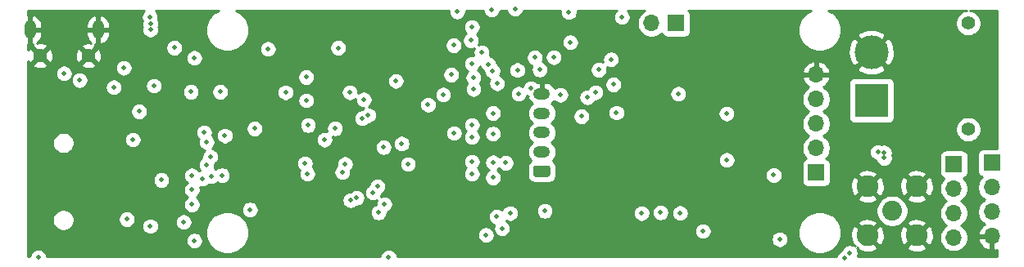
<source format=gbr>
%TF.GenerationSoftware,KiCad,Pcbnew,(5.1.6)-1*%
%TF.CreationDate,2021-06-02T18:30:26+10:00*%
%TF.ProjectId,L2_board,4c325f62-6f61-4726-942e-6b696361645f,2.0*%
%TF.SameCoordinates,Original*%
%TF.FileFunction,Copper,L2,Inr*%
%TF.FilePolarity,Positive*%
%FSLAX46Y46*%
G04 Gerber Fmt 4.6, Leading zero omitted, Abs format (unit mm)*
G04 Created by KiCad (PCBNEW (5.1.6)-1) date 2021-06-02 18:30:26*
%MOMM*%
%LPD*%
G01*
G04 APERTURE LIST*
%TA.AperFunction,ViaPad*%
%ADD10C,3.500000*%
%TD*%
%TA.AperFunction,ViaPad*%
%ADD11R,3.500000X3.500000*%
%TD*%
%TA.AperFunction,ViaPad*%
%ADD12C,1.400000*%
%TD*%
%TA.AperFunction,ViaPad*%
%ADD13O,1.700000X1.700000*%
%TD*%
%TA.AperFunction,ViaPad*%
%ADD14R,1.700000X1.700000*%
%TD*%
%TA.AperFunction,ViaPad*%
%ADD15C,2.250000*%
%TD*%
%TA.AperFunction,ViaPad*%
%ADD16C,2.050000*%
%TD*%
%TA.AperFunction,ViaPad*%
%ADD17O,1.750000X1.200000*%
%TD*%
%TA.AperFunction,ViaPad*%
%ADD18O,1.200000X1.900000*%
%TD*%
%TA.AperFunction,ViaPad*%
%ADD19C,1.450000*%
%TD*%
%TA.AperFunction,ViaPad*%
%ADD20C,0.500000*%
%TD*%
%TA.AperFunction,Conductor*%
%ADD21C,0.254000*%
%TD*%
G04 APERTURE END LIST*
D10*
%TO.N,GND*%
%TO.C,J9*%
X194056000Y-85297000D03*
D11*
%TO.N,+BATT*%
X194056000Y-90297000D03*
D12*
%TO.N,*%
X204056000Y-82297000D03*
X204056000Y-93297000D03*
%TD*%
D13*
%TO.N,GND*%
%TO.C,J8*%
X206504540Y-104396540D03*
%TO.N,VDD*%
X206504540Y-101856540D03*
%TO.N,SCL*%
X206504540Y-99316540D03*
D14*
%TO.N,SDA*%
X206504540Y-96776540D03*
%TD*%
D13*
%TO.N,GND*%
%TO.C,J7*%
X188341000Y-87630000D03*
%TO.N,VDD*%
X188341000Y-90170000D03*
%TO.N,RXD0*%
X188341000Y-92710000D03*
%TO.N,TXD0*%
X188341000Y-95250000D03*
D14*
%TO.N,DTR*%
X188341000Y-97790000D03*
%TD*%
D15*
%TO.N,GND*%
%TO.C,J6*%
X193649600Y-104292400D03*
X193649600Y-99212400D03*
X198729600Y-99212400D03*
X198729600Y-104292400D03*
D16*
%TO.N,Net-(J6-Pad1)*%
X196189600Y-101752400D03*
%TD*%
D13*
%TO.N,Net-(D5-Pad2)*%
%TO.C,BUZZER*%
X171323000Y-82296000D03*
D14*
%TO.N,VDD*%
X173863000Y-82296000D03*
%TD*%
D17*
%TO.N,GND*%
%TO.C,J3*%
X159994600Y-89637600D03*
%TO.N,TXD1_RRC3*%
X159994600Y-91637600D03*
%TO.N,RXD1_RRC3*%
X159994600Y-93637600D03*
%TO.N,VDD*%
X159994600Y-95637600D03*
%TO.N,+BATT*%
%TA.AperFunction,ViaPad*%
G36*
G01*
X160619601Y-98237600D02*
X159369599Y-98237600D01*
G75*
G02*
X159119600Y-97987601I0J249999D01*
G01*
X159119600Y-97287599D01*
G75*
G02*
X159369599Y-97037600I249999J0D01*
G01*
X160619601Y-97037600D01*
G75*
G02*
X160869600Y-97287599I0J-249999D01*
G01*
X160869600Y-97987601D01*
G75*
G02*
X160619601Y-98237600I-249999J0D01*
G01*
G37*
%TD.AperFunction*%
%TD*%
D18*
%TO.N,GND*%
%TO.C,J2*%
X107117000Y-82963500D03*
X114117000Y-82963500D03*
D19*
X108117000Y-85663500D03*
X113117000Y-85663500D03*
%TD*%
D13*
%TO.N,SCK_RF*%
%TO.C,J1*%
X202565000Y-104521000D03*
%TO.N,MOSI_RF*%
X202565000Y-101981000D03*
%TO.N,MISO_RF*%
X202565000Y-99441000D03*
D14*
%TO.N,CS_RF*%
X202565000Y-96901000D03*
%TD*%
D20*
%TO.N,VDD*%
X195376800Y-95707200D03*
X195376800Y-96266000D03*
X194716400Y-95656400D03*
%TO.N,GND*%
X197002400Y-95859600D03*
X198170800Y-95859600D03*
X197612000Y-95859600D03*
X116586000Y-82956400D03*
X116535200Y-81584800D03*
%TO.N,VDD*%
X119481600Y-81635600D03*
X119532400Y-82956400D03*
%TO.N,GND*%
X116535200Y-82194400D03*
%TO.N,VDD*%
X119532400Y-82346800D03*
%TO.N,GND*%
X128041400Y-95504000D03*
X130644900Y-96672400D03*
X129870200Y-97447100D03*
X129082800Y-98209100D03*
X128803400Y-97497900D03*
X128193800Y-98044000D03*
X129959100Y-96266000D03*
X130594100Y-95758000D03*
X147066000Y-93472000D03*
X143764000Y-93218000D03*
X143764000Y-90170000D03*
X118618000Y-97536000D03*
X114787000Y-100605000D03*
X122148500Y-92227500D03*
X118618000Y-100076000D03*
X145288000Y-91694000D03*
X184404000Y-86106000D03*
X162814000Y-85852000D03*
X161213700Y-81153000D03*
X170243500Y-86106000D03*
X182435500Y-102044500D03*
X161823500Y-101676300D03*
X152654000Y-99212400D03*
X156565600Y-98247200D03*
X129387600Y-96901000D03*
X149821900Y-81307940D03*
X160172400Y-106087990D03*
X174086520Y-103759000D03*
X135376920Y-99202240D03*
X126481840Y-86901020D03*
%TO.N,VDD*%
X133502400Y-89458800D03*
X126746000Y-89408000D03*
X120675500Y-98552000D03*
X174091600Y-89611200D03*
X152772000Y-97917000D03*
X154940000Y-96723200D03*
X160299400Y-101765100D03*
X154939800Y-91615970D03*
X154940000Y-93738700D03*
X162788700Y-81153000D03*
X123723500Y-89408000D03*
X176646840Y-103850440D03*
X154482800Y-86546821D03*
X161217796Y-85825399D03*
X126940000Y-98055686D03*
%TO.N,+5V*%
X121997000Y-84836000D03*
X117094000Y-102616000D03*
X116789200Y-86918800D03*
%TO.N,Net-(J2-Pad3)*%
X125730000Y-96139000D03*
X110617000Y-87493810D03*
%TO.N,Net-(J2-Pad2)*%
X112217200Y-88214200D03*
X125330964Y-97011634D03*
%TO.N,+BATT*%
X184564020Y-104698800D03*
X154223222Y-104247783D03*
X124079000Y-85885020D03*
X115737640Y-88938100D03*
X144167860Y-106578400D03*
X107939840Y-106578400D03*
%TO.N,MISO_SD*%
X119888000Y-88773000D03*
X135636000Y-90297000D03*
X119530602Y-103342521D03*
%TO.N,CLK_SD*%
X141416390Y-92132345D03*
%TO.N,MOSI_SD*%
X135763000Y-97917000D03*
X135763000Y-97917000D03*
%TO.N,CS_SD*%
X117729000Y-94361000D03*
X118364000Y-91440000D03*
X135636000Y-87884000D03*
%TO.N,RXD0*%
X183959500Y-98044000D03*
X140856521Y-100411583D03*
%TO.N,TXD0*%
X139373310Y-97727318D03*
%TO.N,SCL*%
X154813000Y-80899000D03*
X123825000Y-99568000D03*
X123825000Y-99568000D03*
X135512790Y-96821398D03*
X191312800Y-106663000D03*
X140200305Y-100655297D03*
X139660242Y-96888159D03*
%TO.N,SDA*%
X151257000Y-81102200D03*
X145519140Y-94782640D03*
X146161760Y-96908620D03*
X123827540Y-98079560D03*
X135829040Y-92875100D03*
X191823340Y-106108500D03*
X142547969Y-99860141D03*
%TO.N,Net-(R5-Pad1)*%
X162941000Y-84264500D03*
X167132000Y-86042500D03*
%TO.N,Net-(C7-Pad2)*%
X157463790Y-87160949D03*
X155356610Y-88538883D03*
%TO.N,Net-(C11-Pad1)*%
X157226000Y-80789000D03*
X154911734Y-87259099D03*
%TO.N,BOOT*%
X138931844Y-84842156D03*
%TO.N,EN*%
X152772000Y-96647000D03*
X156260800Y-96774000D03*
X148233098Y-90755520D03*
X129832100Y-101609166D03*
X124080249Y-104829631D03*
%TO.N,DTR*%
X131691989Y-84962614D03*
X127236220Y-93954600D03*
X124943856Y-98407271D03*
X122978079Y-102905920D03*
%TO.N,RTS*%
X130302000Y-93218000D03*
X130302000Y-93218000D03*
X125349000Y-94615000D03*
%TO.N,Net-(Q2-Pad1)*%
X125862441Y-98169847D03*
%TO.N,Net-(Q3-Pad1)*%
X125095000Y-93599000D03*
%TO.N,Net-(D5-Pad2)*%
X168274000Y-81661000D03*
%TO.N,SCK_RF*%
X167386000Y-88646000D03*
X165862000Y-87122000D03*
X152654000Y-84074000D03*
%TO.N,MOSI_RF*%
X150876000Y-84582000D03*
X165544500Y-89471500D03*
X167703500Y-91567000D03*
%TO.N,MISO_RF*%
X152772000Y-82677000D03*
%TO.N,CS_RF*%
X150622000Y-87630000D03*
%TO.N,TXD1_RRC3*%
X138618930Y-93213890D03*
X155330440Y-102346427D03*
X143718824Y-101064143D03*
X141599039Y-90201751D03*
%TO.N,RXD1_RRC3*%
X152772000Y-92837000D03*
%TO.N,ESP_LED*%
X123825000Y-101092000D03*
X144907000Y-88286989D03*
%TO.N,Batt_sense*%
X154940000Y-98298000D03*
X154940000Y-98298000D03*
X152772000Y-94107000D03*
%TO.N,BUZZER*%
X152933594Y-89128406D03*
X157594123Y-89616779D03*
%TO.N,TXD2_GPS*%
X137537612Y-94372149D03*
X155881660Y-103565646D03*
X143122979Y-101937106D03*
X140140990Y-89469865D03*
%TO.N,RXD2_GPS*%
X156705300Y-101993700D03*
X143000608Y-99226906D03*
X149796500Y-89700100D03*
X143649700Y-95161100D03*
%TO.N,MPU_INT*%
X164084000Y-91948000D03*
X159258000Y-85852000D03*
X150928529Y-93686306D03*
X159766000Y-87118057D03*
%TO.N,RF_IO0*%
X153774140Y-85336380D03*
X164680900Y-89987120D03*
X174292000Y-101980000D03*
%TO.N,RF_IO1*%
X172267880Y-101937820D03*
X172267880Y-101937820D03*
X161914840Y-89722960D03*
X152772000Y-86487000D03*
%TO.N,RF_IO2*%
X170314620Y-101998780D03*
X152920700Y-87937340D03*
X158855015Y-89041769D03*
%TO.N,RESET_RF*%
X179082700Y-91668600D03*
X179108100Y-96469200D03*
X142049500Y-91833700D03*
%TD*%
D21*
%TO.N,GND*%
G36*
X118794176Y-81071445D02*
G01*
X118697323Y-81216395D01*
X118630610Y-81377455D01*
X118596600Y-81548435D01*
X118596600Y-81722765D01*
X118630610Y-81893745D01*
X118696377Y-82052521D01*
X118681410Y-82088655D01*
X118647400Y-82259635D01*
X118647400Y-82433965D01*
X118681410Y-82604945D01*
X118700735Y-82651600D01*
X118681410Y-82698255D01*
X118647400Y-82869235D01*
X118647400Y-83043565D01*
X118681410Y-83214545D01*
X118748123Y-83375605D01*
X118844976Y-83520555D01*
X118968245Y-83643824D01*
X119113195Y-83740677D01*
X119274255Y-83807390D01*
X119445235Y-83841400D01*
X119619565Y-83841400D01*
X119790545Y-83807390D01*
X119951605Y-83740677D01*
X120096555Y-83643824D01*
X120219824Y-83520555D01*
X120316677Y-83375605D01*
X120383390Y-83214545D01*
X120417400Y-83043565D01*
X120417400Y-82869235D01*
X120383390Y-82698255D01*
X120364065Y-82651600D01*
X120383390Y-82604945D01*
X120417400Y-82433965D01*
X120417400Y-82259635D01*
X120383390Y-82088655D01*
X120317623Y-81929879D01*
X120332590Y-81893745D01*
X120366600Y-81722765D01*
X120366600Y-81548435D01*
X120332590Y-81377455D01*
X120265877Y-81216395D01*
X120169024Y-81071445D01*
X120071579Y-80974000D01*
X126561489Y-80974000D01*
X126413331Y-81035369D01*
X126047271Y-81279962D01*
X125735962Y-81591271D01*
X125491369Y-81957331D01*
X125322890Y-82364075D01*
X125237000Y-82795872D01*
X125237000Y-83236128D01*
X125322890Y-83667925D01*
X125491369Y-84074669D01*
X125735962Y-84440729D01*
X126047271Y-84752038D01*
X126413331Y-84996631D01*
X126820075Y-85165110D01*
X127251872Y-85251000D01*
X127692128Y-85251000D01*
X128123925Y-85165110D01*
X128530669Y-84996631D01*
X128712031Y-84875449D01*
X130806989Y-84875449D01*
X130806989Y-85049779D01*
X130840999Y-85220759D01*
X130907712Y-85381819D01*
X131004565Y-85526769D01*
X131127834Y-85650038D01*
X131272784Y-85746891D01*
X131433844Y-85813604D01*
X131604824Y-85847614D01*
X131779154Y-85847614D01*
X131950134Y-85813604D01*
X132111194Y-85746891D01*
X132256144Y-85650038D01*
X132379413Y-85526769D01*
X132476266Y-85381819D01*
X132542979Y-85220759D01*
X132576989Y-85049779D01*
X132576989Y-84875449D01*
X132553029Y-84754991D01*
X138046844Y-84754991D01*
X138046844Y-84929321D01*
X138080854Y-85100301D01*
X138147567Y-85261361D01*
X138244420Y-85406311D01*
X138367689Y-85529580D01*
X138512639Y-85626433D01*
X138673699Y-85693146D01*
X138844679Y-85727156D01*
X139019009Y-85727156D01*
X139189989Y-85693146D01*
X139351049Y-85626433D01*
X139495999Y-85529580D01*
X139619268Y-85406311D01*
X139716121Y-85261361D01*
X139782834Y-85100301D01*
X139816844Y-84929321D01*
X139816844Y-84754991D01*
X139782834Y-84584011D01*
X139745897Y-84494835D01*
X149991000Y-84494835D01*
X149991000Y-84669165D01*
X150025010Y-84840145D01*
X150091723Y-85001205D01*
X150188576Y-85146155D01*
X150311845Y-85269424D01*
X150456795Y-85366277D01*
X150617855Y-85432990D01*
X150788835Y-85467000D01*
X150963165Y-85467000D01*
X151134145Y-85432990D01*
X151295205Y-85366277D01*
X151440155Y-85269424D01*
X151563424Y-85146155D01*
X151660277Y-85001205D01*
X151726990Y-84840145D01*
X151761000Y-84669165D01*
X151761000Y-84494835D01*
X151726990Y-84323855D01*
X151660277Y-84162795D01*
X151563424Y-84017845D01*
X151532414Y-83986835D01*
X151769000Y-83986835D01*
X151769000Y-84161165D01*
X151803010Y-84332145D01*
X151869723Y-84493205D01*
X151966576Y-84638155D01*
X152089845Y-84761424D01*
X152234795Y-84858277D01*
X152395855Y-84924990D01*
X152566835Y-84959000D01*
X152741165Y-84959000D01*
X152912145Y-84924990D01*
X153012384Y-84883470D01*
X152989863Y-84917175D01*
X152923150Y-85078235D01*
X152889140Y-85249215D01*
X152889140Y-85423545D01*
X152923150Y-85594525D01*
X152932269Y-85616541D01*
X152859165Y-85602000D01*
X152684835Y-85602000D01*
X152513855Y-85636010D01*
X152352795Y-85702723D01*
X152207845Y-85799576D01*
X152084576Y-85922845D01*
X151987723Y-86067795D01*
X151921010Y-86228855D01*
X151887000Y-86399835D01*
X151887000Y-86574165D01*
X151921010Y-86745145D01*
X151987723Y-86906205D01*
X152084576Y-87051155D01*
X152207845Y-87174424D01*
X152342238Y-87264223D01*
X152233276Y-87373185D01*
X152136423Y-87518135D01*
X152069710Y-87679195D01*
X152035700Y-87850175D01*
X152035700Y-88024505D01*
X152069710Y-88195485D01*
X152136423Y-88356545D01*
X152233276Y-88501495D01*
X152271101Y-88539320D01*
X152246170Y-88564251D01*
X152149317Y-88709201D01*
X152082604Y-88870261D01*
X152048594Y-89041241D01*
X152048594Y-89215571D01*
X152082604Y-89386551D01*
X152149317Y-89547611D01*
X152246170Y-89692561D01*
X152369439Y-89815830D01*
X152514389Y-89912683D01*
X152675449Y-89979396D01*
X152846429Y-90013406D01*
X153020759Y-90013406D01*
X153191739Y-89979396D01*
X153352799Y-89912683D01*
X153497749Y-89815830D01*
X153621018Y-89692561D01*
X153717871Y-89547611D01*
X153725325Y-89529614D01*
X156709123Y-89529614D01*
X156709123Y-89703944D01*
X156743133Y-89874924D01*
X156809846Y-90035984D01*
X156906699Y-90180934D01*
X157029968Y-90304203D01*
X157174918Y-90401056D01*
X157335978Y-90467769D01*
X157506958Y-90501779D01*
X157681288Y-90501779D01*
X157852268Y-90467769D01*
X158013328Y-90401056D01*
X158158278Y-90304203D01*
X158281547Y-90180934D01*
X158378400Y-90035984D01*
X158445113Y-89874924D01*
X158453387Y-89833327D01*
X158573373Y-89883026D01*
X158526138Y-89955209D01*
X158530009Y-89992882D01*
X158622179Y-90218133D01*
X158756522Y-90421074D01*
X158927875Y-90593907D01*
X158991948Y-90637119D01*
X158842098Y-90760098D01*
X158687767Y-90948151D01*
X158573089Y-91162699D01*
X158502470Y-91395498D01*
X158478625Y-91637600D01*
X158502470Y-91879702D01*
X158573089Y-92112501D01*
X158687767Y-92327049D01*
X158842098Y-92515102D01*
X158991362Y-92637600D01*
X158842098Y-92760098D01*
X158687767Y-92948151D01*
X158573089Y-93162699D01*
X158502470Y-93395498D01*
X158478625Y-93637600D01*
X158502470Y-93879702D01*
X158573089Y-94112501D01*
X158687767Y-94327049D01*
X158842098Y-94515102D01*
X158991362Y-94637600D01*
X158842098Y-94760098D01*
X158687767Y-94948151D01*
X158573089Y-95162699D01*
X158502470Y-95395498D01*
X158478625Y-95637600D01*
X158502470Y-95879702D01*
X158573089Y-96112501D01*
X158687767Y-96327049D01*
X158842098Y-96515102D01*
X158880711Y-96546791D01*
X158876213Y-96549195D01*
X158741638Y-96659638D01*
X158631195Y-96794213D01*
X158549128Y-96947749D01*
X158498592Y-97114345D01*
X158481528Y-97287599D01*
X158481528Y-97987601D01*
X158498592Y-98160855D01*
X158549128Y-98327451D01*
X158631195Y-98480987D01*
X158741638Y-98615562D01*
X158876213Y-98726005D01*
X159029749Y-98808072D01*
X159196345Y-98858608D01*
X159369599Y-98875672D01*
X160619601Y-98875672D01*
X160792855Y-98858608D01*
X160959451Y-98808072D01*
X161112987Y-98726005D01*
X161247562Y-98615562D01*
X161358005Y-98480987D01*
X161440072Y-98327451D01*
X161490608Y-98160855D01*
X161507672Y-97987601D01*
X161507672Y-97956835D01*
X183074500Y-97956835D01*
X183074500Y-98131165D01*
X183108510Y-98302145D01*
X183175223Y-98463205D01*
X183272076Y-98608155D01*
X183395345Y-98731424D01*
X183540295Y-98828277D01*
X183701355Y-98894990D01*
X183872335Y-98929000D01*
X184046665Y-98929000D01*
X184217645Y-98894990D01*
X184378705Y-98828277D01*
X184523655Y-98731424D01*
X184646924Y-98608155D01*
X184743777Y-98463205D01*
X184810490Y-98302145D01*
X184844500Y-98131165D01*
X184844500Y-97956835D01*
X184810490Y-97785855D01*
X184743777Y-97624795D01*
X184646924Y-97479845D01*
X184523655Y-97356576D01*
X184378705Y-97259723D01*
X184217645Y-97193010D01*
X184046665Y-97159000D01*
X183872335Y-97159000D01*
X183701355Y-97193010D01*
X183540295Y-97259723D01*
X183395345Y-97356576D01*
X183272076Y-97479845D01*
X183175223Y-97624795D01*
X183108510Y-97785855D01*
X183074500Y-97956835D01*
X161507672Y-97956835D01*
X161507672Y-97287599D01*
X161490608Y-97114345D01*
X161440072Y-96947749D01*
X161358005Y-96794213D01*
X161247562Y-96659638D01*
X161112987Y-96549195D01*
X161108489Y-96546791D01*
X161147102Y-96515102D01*
X161256307Y-96382035D01*
X178223100Y-96382035D01*
X178223100Y-96556365D01*
X178257110Y-96727345D01*
X178323823Y-96888405D01*
X178420676Y-97033355D01*
X178543945Y-97156624D01*
X178688895Y-97253477D01*
X178849955Y-97320190D01*
X179020935Y-97354200D01*
X179195265Y-97354200D01*
X179366245Y-97320190D01*
X179527305Y-97253477D01*
X179672255Y-97156624D01*
X179795524Y-97033355D01*
X179857902Y-96940000D01*
X186852928Y-96940000D01*
X186852928Y-98640000D01*
X186865188Y-98764482D01*
X186901498Y-98884180D01*
X186960463Y-98994494D01*
X187039815Y-99091185D01*
X187136506Y-99170537D01*
X187246820Y-99229502D01*
X187366518Y-99265812D01*
X187491000Y-99278072D01*
X189191000Y-99278072D01*
X189272451Y-99270050D01*
X191882024Y-99270050D01*
X191927234Y-99613780D01*
X192038634Y-99942085D01*
X192147886Y-100146479D01*
X192425069Y-100257326D01*
X193469995Y-99212400D01*
X193829205Y-99212400D01*
X194874131Y-100257326D01*
X195151314Y-100146479D01*
X195304689Y-99835560D01*
X195394460Y-99500695D01*
X195409604Y-99270050D01*
X196962024Y-99270050D01*
X197007234Y-99613780D01*
X197118634Y-99942085D01*
X197227886Y-100146479D01*
X197505069Y-100257326D01*
X198549995Y-99212400D01*
X198909205Y-99212400D01*
X199954131Y-100257326D01*
X200231314Y-100146479D01*
X200384689Y-99835560D01*
X200474460Y-99500695D01*
X200497176Y-99154750D01*
X200451966Y-98811020D01*
X200340566Y-98482715D01*
X200231314Y-98278321D01*
X199954131Y-98167474D01*
X198909205Y-99212400D01*
X198549995Y-99212400D01*
X197505069Y-98167474D01*
X197227886Y-98278321D01*
X197074511Y-98589240D01*
X196984740Y-98924105D01*
X196962024Y-99270050D01*
X195409604Y-99270050D01*
X195417176Y-99154750D01*
X195371966Y-98811020D01*
X195260566Y-98482715D01*
X195151314Y-98278321D01*
X194874131Y-98167474D01*
X193829205Y-99212400D01*
X193469995Y-99212400D01*
X192425069Y-98167474D01*
X192147886Y-98278321D01*
X191994511Y-98589240D01*
X191904740Y-98924105D01*
X191882024Y-99270050D01*
X189272451Y-99270050D01*
X189315482Y-99265812D01*
X189435180Y-99229502D01*
X189545494Y-99170537D01*
X189642185Y-99091185D01*
X189721537Y-98994494D01*
X189780502Y-98884180D01*
X189816812Y-98764482D01*
X189829072Y-98640000D01*
X189829072Y-97987869D01*
X192604674Y-97987869D01*
X193649600Y-99032795D01*
X194694526Y-97987869D01*
X197684674Y-97987869D01*
X198729600Y-99032795D01*
X199774526Y-97987869D01*
X199663679Y-97710686D01*
X199352760Y-97557311D01*
X199017895Y-97467540D01*
X198671950Y-97444824D01*
X198328220Y-97490034D01*
X197999915Y-97601434D01*
X197795521Y-97710686D01*
X197684674Y-97987869D01*
X194694526Y-97987869D01*
X194583679Y-97710686D01*
X194272760Y-97557311D01*
X193937895Y-97467540D01*
X193591950Y-97444824D01*
X193248220Y-97490034D01*
X192919915Y-97601434D01*
X192715521Y-97710686D01*
X192604674Y-97987869D01*
X189829072Y-97987869D01*
X189829072Y-96940000D01*
X189816812Y-96815518D01*
X189780502Y-96695820D01*
X189721537Y-96585506D01*
X189642185Y-96488815D01*
X189545494Y-96409463D01*
X189435180Y-96350498D01*
X189362620Y-96328487D01*
X189494475Y-96196632D01*
X189656990Y-95953411D01*
X189768932Y-95683158D01*
X189791592Y-95569235D01*
X193831400Y-95569235D01*
X193831400Y-95743565D01*
X193865410Y-95914545D01*
X193932123Y-96075605D01*
X194028976Y-96220555D01*
X194152245Y-96343824D01*
X194297195Y-96440677D01*
X194458255Y-96507390D01*
X194525123Y-96520691D01*
X194525810Y-96524145D01*
X194592523Y-96685205D01*
X194689376Y-96830155D01*
X194812645Y-96953424D01*
X194957595Y-97050277D01*
X195118655Y-97116990D01*
X195289635Y-97151000D01*
X195463965Y-97151000D01*
X195634945Y-97116990D01*
X195796005Y-97050277D01*
X195940955Y-96953424D01*
X196064224Y-96830155D01*
X196161077Y-96685205D01*
X196227790Y-96524145D01*
X196261800Y-96353165D01*
X196261800Y-96178835D01*
X196236373Y-96051000D01*
X201076928Y-96051000D01*
X201076928Y-97751000D01*
X201089188Y-97875482D01*
X201125498Y-97995180D01*
X201184463Y-98105494D01*
X201263815Y-98202185D01*
X201360506Y-98281537D01*
X201470820Y-98340502D01*
X201543380Y-98362513D01*
X201411525Y-98494368D01*
X201249010Y-98737589D01*
X201137068Y-99007842D01*
X201080000Y-99294740D01*
X201080000Y-99587260D01*
X201137068Y-99874158D01*
X201249010Y-100144411D01*
X201411525Y-100387632D01*
X201618368Y-100594475D01*
X201792760Y-100711000D01*
X201618368Y-100827525D01*
X201411525Y-101034368D01*
X201249010Y-101277589D01*
X201137068Y-101547842D01*
X201080000Y-101834740D01*
X201080000Y-102127260D01*
X201137068Y-102414158D01*
X201249010Y-102684411D01*
X201411525Y-102927632D01*
X201618368Y-103134475D01*
X201792760Y-103251000D01*
X201618368Y-103367525D01*
X201411525Y-103574368D01*
X201249010Y-103817589D01*
X201137068Y-104087842D01*
X201080000Y-104374740D01*
X201080000Y-104667260D01*
X201137068Y-104954158D01*
X201249010Y-105224411D01*
X201411525Y-105467632D01*
X201618368Y-105674475D01*
X201861589Y-105836990D01*
X202131842Y-105948932D01*
X202418740Y-106006000D01*
X202711260Y-106006000D01*
X202998158Y-105948932D01*
X203268411Y-105836990D01*
X203511632Y-105674475D01*
X203718475Y-105467632D01*
X203880990Y-105224411D01*
X203992932Y-104954158D01*
X204032859Y-104753430D01*
X205063064Y-104753430D01*
X205107715Y-104900639D01*
X205232899Y-105163460D01*
X205406952Y-105396809D01*
X205623185Y-105591718D01*
X205873288Y-105740697D01*
X206147649Y-105838021D01*
X206377540Y-105717354D01*
X206377540Y-104523540D01*
X205184385Y-104523540D01*
X205063064Y-104753430D01*
X204032859Y-104753430D01*
X204050000Y-104667260D01*
X204050000Y-104374740D01*
X203992932Y-104087842D01*
X203880990Y-103817589D01*
X203718475Y-103574368D01*
X203511632Y-103367525D01*
X203337240Y-103251000D01*
X203511632Y-103134475D01*
X203718475Y-102927632D01*
X203880990Y-102684411D01*
X203992932Y-102414158D01*
X204050000Y-102127260D01*
X204050000Y-101834740D01*
X203992932Y-101547842D01*
X203880990Y-101277589D01*
X203718475Y-101034368D01*
X203511632Y-100827525D01*
X203337240Y-100711000D01*
X203511632Y-100594475D01*
X203718475Y-100387632D01*
X203880990Y-100144411D01*
X203992932Y-99874158D01*
X204050000Y-99587260D01*
X204050000Y-99294740D01*
X203992932Y-99007842D01*
X203880990Y-98737589D01*
X203718475Y-98494368D01*
X203586620Y-98362513D01*
X203659180Y-98340502D01*
X203769494Y-98281537D01*
X203866185Y-98202185D01*
X203945537Y-98105494D01*
X204004502Y-97995180D01*
X204040812Y-97875482D01*
X204053072Y-97751000D01*
X204053072Y-96051000D01*
X204040812Y-95926518D01*
X204004502Y-95806820D01*
X203945537Y-95696506D01*
X203866185Y-95599815D01*
X203769494Y-95520463D01*
X203659180Y-95461498D01*
X203539482Y-95425188D01*
X203415000Y-95412928D01*
X201715000Y-95412928D01*
X201590518Y-95425188D01*
X201470820Y-95461498D01*
X201360506Y-95520463D01*
X201263815Y-95599815D01*
X201184463Y-95696506D01*
X201125498Y-95806820D01*
X201089188Y-95926518D01*
X201076928Y-96051000D01*
X196236373Y-96051000D01*
X196227790Y-96007855D01*
X196218986Y-95986600D01*
X196227790Y-95965345D01*
X196261800Y-95794365D01*
X196261800Y-95620035D01*
X196227790Y-95449055D01*
X196161077Y-95287995D01*
X196064224Y-95143045D01*
X195940955Y-95019776D01*
X195796005Y-94922923D01*
X195634945Y-94856210D01*
X195463965Y-94822200D01*
X195289635Y-94822200D01*
X195118655Y-94856210D01*
X195107921Y-94860656D01*
X194974545Y-94805410D01*
X194803565Y-94771400D01*
X194629235Y-94771400D01*
X194458255Y-94805410D01*
X194297195Y-94872123D01*
X194152245Y-94968976D01*
X194028976Y-95092245D01*
X193932123Y-95237195D01*
X193865410Y-95398255D01*
X193831400Y-95569235D01*
X189791592Y-95569235D01*
X189826000Y-95396260D01*
X189826000Y-95103740D01*
X189768932Y-94816842D01*
X189656990Y-94546589D01*
X189494475Y-94303368D01*
X189287632Y-94096525D01*
X189113240Y-93980000D01*
X189287632Y-93863475D01*
X189494475Y-93656632D01*
X189656990Y-93413411D01*
X189759671Y-93165514D01*
X202721000Y-93165514D01*
X202721000Y-93428486D01*
X202772304Y-93686405D01*
X202872939Y-93929359D01*
X203019038Y-94148013D01*
X203204987Y-94333962D01*
X203423641Y-94480061D01*
X203666595Y-94580696D01*
X203924514Y-94632000D01*
X204187486Y-94632000D01*
X204445405Y-94580696D01*
X204688359Y-94480061D01*
X204907013Y-94333962D01*
X205092962Y-94148013D01*
X205239061Y-93929359D01*
X205339696Y-93686405D01*
X205391000Y-93428486D01*
X205391000Y-93165514D01*
X205339696Y-92907595D01*
X205239061Y-92664641D01*
X205092962Y-92445987D01*
X204907013Y-92260038D01*
X204688359Y-92113939D01*
X204445405Y-92013304D01*
X204187486Y-91962000D01*
X203924514Y-91962000D01*
X203666595Y-92013304D01*
X203423641Y-92113939D01*
X203204987Y-92260038D01*
X203019038Y-92445987D01*
X202872939Y-92664641D01*
X202772304Y-92907595D01*
X202721000Y-93165514D01*
X189759671Y-93165514D01*
X189768932Y-93143158D01*
X189826000Y-92856260D01*
X189826000Y-92563740D01*
X189768932Y-92276842D01*
X189656990Y-92006589D01*
X189494475Y-91763368D01*
X189287632Y-91556525D01*
X189113240Y-91440000D01*
X189287632Y-91323475D01*
X189494475Y-91116632D01*
X189656990Y-90873411D01*
X189768932Y-90603158D01*
X189826000Y-90316260D01*
X189826000Y-90023740D01*
X189768932Y-89736842D01*
X189656990Y-89466589D01*
X189494475Y-89223368D01*
X189287632Y-89016525D01*
X189105466Y-88894805D01*
X189222355Y-88825178D01*
X189438588Y-88630269D01*
X189500697Y-88547000D01*
X191667928Y-88547000D01*
X191667928Y-92047000D01*
X191680188Y-92171482D01*
X191716498Y-92291180D01*
X191775463Y-92401494D01*
X191854815Y-92498185D01*
X191951506Y-92577537D01*
X192061820Y-92636502D01*
X192181518Y-92672812D01*
X192306000Y-92685072D01*
X195806000Y-92685072D01*
X195930482Y-92672812D01*
X196050180Y-92636502D01*
X196160494Y-92577537D01*
X196257185Y-92498185D01*
X196336537Y-92401494D01*
X196395502Y-92291180D01*
X196431812Y-92171482D01*
X196444072Y-92047000D01*
X196444072Y-88547000D01*
X196431812Y-88422518D01*
X196395502Y-88302820D01*
X196336537Y-88192506D01*
X196257185Y-88095815D01*
X196160494Y-88016463D01*
X196050180Y-87957498D01*
X195930482Y-87921188D01*
X195806000Y-87908928D01*
X192306000Y-87908928D01*
X192181518Y-87921188D01*
X192061820Y-87957498D01*
X191951506Y-88016463D01*
X191854815Y-88095815D01*
X191775463Y-88192506D01*
X191716498Y-88302820D01*
X191680188Y-88422518D01*
X191667928Y-88547000D01*
X189500697Y-88547000D01*
X189612641Y-88396920D01*
X189737825Y-88134099D01*
X189782476Y-87986890D01*
X189661155Y-87757000D01*
X188468000Y-87757000D01*
X188468000Y-87777000D01*
X188214000Y-87777000D01*
X188214000Y-87757000D01*
X187020845Y-87757000D01*
X186899524Y-87986890D01*
X186944175Y-88134099D01*
X187069359Y-88396920D01*
X187243412Y-88630269D01*
X187459645Y-88825178D01*
X187576534Y-88894805D01*
X187394368Y-89016525D01*
X187187525Y-89223368D01*
X187025010Y-89466589D01*
X186913068Y-89736842D01*
X186856000Y-90023740D01*
X186856000Y-90316260D01*
X186913068Y-90603158D01*
X187025010Y-90873411D01*
X187187525Y-91116632D01*
X187394368Y-91323475D01*
X187568760Y-91440000D01*
X187394368Y-91556525D01*
X187187525Y-91763368D01*
X187025010Y-92006589D01*
X186913068Y-92276842D01*
X186856000Y-92563740D01*
X186856000Y-92856260D01*
X186913068Y-93143158D01*
X187025010Y-93413411D01*
X187187525Y-93656632D01*
X187394368Y-93863475D01*
X187568760Y-93980000D01*
X187394368Y-94096525D01*
X187187525Y-94303368D01*
X187025010Y-94546589D01*
X186913068Y-94816842D01*
X186856000Y-95103740D01*
X186856000Y-95396260D01*
X186913068Y-95683158D01*
X187025010Y-95953411D01*
X187187525Y-96196632D01*
X187319380Y-96328487D01*
X187246820Y-96350498D01*
X187136506Y-96409463D01*
X187039815Y-96488815D01*
X186960463Y-96585506D01*
X186901498Y-96695820D01*
X186865188Y-96815518D01*
X186852928Y-96940000D01*
X179857902Y-96940000D01*
X179892377Y-96888405D01*
X179959090Y-96727345D01*
X179993100Y-96556365D01*
X179993100Y-96382035D01*
X179959090Y-96211055D01*
X179892377Y-96049995D01*
X179795524Y-95905045D01*
X179672255Y-95781776D01*
X179527305Y-95684923D01*
X179366245Y-95618210D01*
X179195265Y-95584200D01*
X179020935Y-95584200D01*
X178849955Y-95618210D01*
X178688895Y-95684923D01*
X178543945Y-95781776D01*
X178420676Y-95905045D01*
X178323823Y-96049995D01*
X178257110Y-96211055D01*
X178223100Y-96382035D01*
X161256307Y-96382035D01*
X161301433Y-96327049D01*
X161416111Y-96112501D01*
X161486730Y-95879702D01*
X161510575Y-95637600D01*
X161486730Y-95395498D01*
X161416111Y-95162699D01*
X161301433Y-94948151D01*
X161147102Y-94760098D01*
X160997838Y-94637600D01*
X161147102Y-94515102D01*
X161301433Y-94327049D01*
X161416111Y-94112501D01*
X161486730Y-93879702D01*
X161510575Y-93637600D01*
X161486730Y-93395498D01*
X161416111Y-93162699D01*
X161301433Y-92948151D01*
X161147102Y-92760098D01*
X160997838Y-92637600D01*
X161147102Y-92515102D01*
X161301433Y-92327049D01*
X161416111Y-92112501D01*
X161486730Y-91879702D01*
X161488588Y-91860835D01*
X163199000Y-91860835D01*
X163199000Y-92035165D01*
X163233010Y-92206145D01*
X163299723Y-92367205D01*
X163396576Y-92512155D01*
X163519845Y-92635424D01*
X163664795Y-92732277D01*
X163825855Y-92798990D01*
X163996835Y-92833000D01*
X164171165Y-92833000D01*
X164342145Y-92798990D01*
X164503205Y-92732277D01*
X164648155Y-92635424D01*
X164771424Y-92512155D01*
X164868277Y-92367205D01*
X164934990Y-92206145D01*
X164969000Y-92035165D01*
X164969000Y-91860835D01*
X164934990Y-91689855D01*
X164868277Y-91528795D01*
X164835563Y-91479835D01*
X166818500Y-91479835D01*
X166818500Y-91654165D01*
X166852510Y-91825145D01*
X166919223Y-91986205D01*
X167016076Y-92131155D01*
X167139345Y-92254424D01*
X167284295Y-92351277D01*
X167445355Y-92417990D01*
X167616335Y-92452000D01*
X167790665Y-92452000D01*
X167961645Y-92417990D01*
X168122705Y-92351277D01*
X168267655Y-92254424D01*
X168390924Y-92131155D01*
X168487777Y-91986205D01*
X168554490Y-91825145D01*
X168588500Y-91654165D01*
X168588500Y-91581435D01*
X178197700Y-91581435D01*
X178197700Y-91755765D01*
X178231710Y-91926745D01*
X178298423Y-92087805D01*
X178395276Y-92232755D01*
X178518545Y-92356024D01*
X178663495Y-92452877D01*
X178824555Y-92519590D01*
X178995535Y-92553600D01*
X179169865Y-92553600D01*
X179340845Y-92519590D01*
X179501905Y-92452877D01*
X179646855Y-92356024D01*
X179770124Y-92232755D01*
X179866977Y-92087805D01*
X179933690Y-91926745D01*
X179967700Y-91755765D01*
X179967700Y-91581435D01*
X179933690Y-91410455D01*
X179866977Y-91249395D01*
X179770124Y-91104445D01*
X179646855Y-90981176D01*
X179501905Y-90884323D01*
X179340845Y-90817610D01*
X179169865Y-90783600D01*
X178995535Y-90783600D01*
X178824555Y-90817610D01*
X178663495Y-90884323D01*
X178518545Y-90981176D01*
X178395276Y-91104445D01*
X178298423Y-91249395D01*
X178231710Y-91410455D01*
X178197700Y-91581435D01*
X168588500Y-91581435D01*
X168588500Y-91479835D01*
X168554490Y-91308855D01*
X168487777Y-91147795D01*
X168390924Y-91002845D01*
X168267655Y-90879576D01*
X168122705Y-90782723D01*
X167961645Y-90716010D01*
X167790665Y-90682000D01*
X167616335Y-90682000D01*
X167445355Y-90716010D01*
X167284295Y-90782723D01*
X167139345Y-90879576D01*
X167016076Y-91002845D01*
X166919223Y-91147795D01*
X166852510Y-91308855D01*
X166818500Y-91479835D01*
X164835563Y-91479835D01*
X164771424Y-91383845D01*
X164648155Y-91260576D01*
X164503205Y-91163723D01*
X164342145Y-91097010D01*
X164171165Y-91063000D01*
X163996835Y-91063000D01*
X163825855Y-91097010D01*
X163664795Y-91163723D01*
X163519845Y-91260576D01*
X163396576Y-91383845D01*
X163299723Y-91528795D01*
X163233010Y-91689855D01*
X163199000Y-91860835D01*
X161488588Y-91860835D01*
X161510575Y-91637600D01*
X161486730Y-91395498D01*
X161416111Y-91162699D01*
X161301433Y-90948151D01*
X161147102Y-90760098D01*
X160997252Y-90637119D01*
X161061325Y-90593907D01*
X161232678Y-90421074D01*
X161283939Y-90343638D01*
X161350685Y-90410384D01*
X161495635Y-90507237D01*
X161656695Y-90573950D01*
X161827675Y-90607960D01*
X162002005Y-90607960D01*
X162172985Y-90573950D01*
X162334045Y-90507237D01*
X162478995Y-90410384D01*
X162602264Y-90287115D01*
X162699117Y-90142165D01*
X162765830Y-89981105D01*
X162781971Y-89899955D01*
X163795900Y-89899955D01*
X163795900Y-90074285D01*
X163829910Y-90245265D01*
X163896623Y-90406325D01*
X163993476Y-90551275D01*
X164116745Y-90674544D01*
X164261695Y-90771397D01*
X164422755Y-90838110D01*
X164593735Y-90872120D01*
X164768065Y-90872120D01*
X164939045Y-90838110D01*
X165100105Y-90771397D01*
X165245055Y-90674544D01*
X165368324Y-90551275D01*
X165465177Y-90406325D01*
X165485815Y-90356500D01*
X165631665Y-90356500D01*
X165802645Y-90322490D01*
X165963705Y-90255777D01*
X166108655Y-90158924D01*
X166231924Y-90035655D01*
X166328777Y-89890705D01*
X166395490Y-89729645D01*
X166429500Y-89558665D01*
X166429500Y-89384335D01*
X166395490Y-89213355D01*
X166328777Y-89052295D01*
X166231924Y-88907345D01*
X166108655Y-88784076D01*
X165963705Y-88687223D01*
X165802645Y-88620510D01*
X165631665Y-88586500D01*
X165457335Y-88586500D01*
X165286355Y-88620510D01*
X165125295Y-88687223D01*
X164980345Y-88784076D01*
X164857076Y-88907345D01*
X164760223Y-89052295D01*
X164739585Y-89102120D01*
X164593735Y-89102120D01*
X164422755Y-89136130D01*
X164261695Y-89202843D01*
X164116745Y-89299696D01*
X163993476Y-89422965D01*
X163896623Y-89567915D01*
X163829910Y-89728975D01*
X163795900Y-89899955D01*
X162781971Y-89899955D01*
X162799840Y-89810125D01*
X162799840Y-89635795D01*
X162765830Y-89464815D01*
X162699117Y-89303755D01*
X162602264Y-89158805D01*
X162478995Y-89035536D01*
X162334045Y-88938683D01*
X162172985Y-88871970D01*
X162002005Y-88837960D01*
X161827675Y-88837960D01*
X161656695Y-88871970D01*
X161495635Y-88938683D01*
X161352129Y-89034571D01*
X161232678Y-88854126D01*
X161061325Y-88681293D01*
X160879749Y-88558835D01*
X166501000Y-88558835D01*
X166501000Y-88733165D01*
X166535010Y-88904145D01*
X166601723Y-89065205D01*
X166698576Y-89210155D01*
X166821845Y-89333424D01*
X166966795Y-89430277D01*
X167127855Y-89496990D01*
X167298835Y-89531000D01*
X167473165Y-89531000D01*
X167508180Y-89524035D01*
X173206600Y-89524035D01*
X173206600Y-89698365D01*
X173240610Y-89869345D01*
X173307323Y-90030405D01*
X173404176Y-90175355D01*
X173527445Y-90298624D01*
X173672395Y-90395477D01*
X173833455Y-90462190D01*
X174004435Y-90496200D01*
X174178765Y-90496200D01*
X174349745Y-90462190D01*
X174510805Y-90395477D01*
X174655755Y-90298624D01*
X174779024Y-90175355D01*
X174875877Y-90030405D01*
X174942590Y-89869345D01*
X174976600Y-89698365D01*
X174976600Y-89524035D01*
X174942590Y-89353055D01*
X174875877Y-89191995D01*
X174779024Y-89047045D01*
X174655755Y-88923776D01*
X174510805Y-88826923D01*
X174349745Y-88760210D01*
X174178765Y-88726200D01*
X174004435Y-88726200D01*
X173833455Y-88760210D01*
X173672395Y-88826923D01*
X173527445Y-88923776D01*
X173404176Y-89047045D01*
X173307323Y-89191995D01*
X173240610Y-89353055D01*
X173206600Y-89524035D01*
X167508180Y-89524035D01*
X167644145Y-89496990D01*
X167805205Y-89430277D01*
X167950155Y-89333424D01*
X168073424Y-89210155D01*
X168170277Y-89065205D01*
X168236990Y-88904145D01*
X168271000Y-88733165D01*
X168271000Y-88558835D01*
X168236990Y-88387855D01*
X168170277Y-88226795D01*
X168073424Y-88081845D01*
X167950155Y-87958576D01*
X167805205Y-87861723D01*
X167644145Y-87795010D01*
X167473165Y-87761000D01*
X167298835Y-87761000D01*
X167127855Y-87795010D01*
X166966795Y-87861723D01*
X166821845Y-87958576D01*
X166698576Y-88081845D01*
X166601723Y-88226795D01*
X166535010Y-88387855D01*
X166501000Y-88558835D01*
X160879749Y-88558835D01*
X160859546Y-88545210D01*
X160635096Y-88451107D01*
X160396600Y-88402600D01*
X160121600Y-88402600D01*
X160121600Y-89510600D01*
X160141600Y-89510600D01*
X160141600Y-89764600D01*
X160121600Y-89764600D01*
X160121600Y-89784600D01*
X159867600Y-89784600D01*
X159867600Y-89764600D01*
X159847600Y-89764600D01*
X159847600Y-89510600D01*
X159867600Y-89510600D01*
X159867600Y-88402600D01*
X159592600Y-88402600D01*
X159488581Y-88423756D01*
X159419170Y-88354345D01*
X159274220Y-88257492D01*
X159113160Y-88190779D01*
X158942180Y-88156769D01*
X158767850Y-88156769D01*
X158596870Y-88190779D01*
X158435810Y-88257492D01*
X158290860Y-88354345D01*
X158167591Y-88477614D01*
X158070738Y-88622564D01*
X158004025Y-88783624D01*
X157995751Y-88825221D01*
X157852268Y-88765789D01*
X157681288Y-88731779D01*
X157506958Y-88731779D01*
X157335978Y-88765789D01*
X157174918Y-88832502D01*
X157029968Y-88929355D01*
X156906699Y-89052624D01*
X156809846Y-89197574D01*
X156743133Y-89358634D01*
X156709123Y-89529614D01*
X153725325Y-89529614D01*
X153784584Y-89386551D01*
X153818594Y-89215571D01*
X153818594Y-89041241D01*
X153784584Y-88870261D01*
X153717871Y-88709201D01*
X153621018Y-88564251D01*
X153583193Y-88526426D01*
X153608124Y-88501495D01*
X153704977Y-88356545D01*
X153771690Y-88195485D01*
X153805700Y-88024505D01*
X153805700Y-87850175D01*
X153771690Y-87679195D01*
X153704977Y-87518135D01*
X153608124Y-87373185D01*
X153484855Y-87249916D01*
X153350462Y-87160117D01*
X153459424Y-87051155D01*
X153556277Y-86906205D01*
X153620910Y-86750167D01*
X153631810Y-86804966D01*
X153698523Y-86966026D01*
X153795376Y-87110976D01*
X153918645Y-87234245D01*
X154026734Y-87306468D01*
X154026734Y-87346264D01*
X154060744Y-87517244D01*
X154127457Y-87678304D01*
X154224310Y-87823254D01*
X154347579Y-87946523D01*
X154492529Y-88043376D01*
X154594965Y-88085806D01*
X154572333Y-88119678D01*
X154505620Y-88280738D01*
X154471610Y-88451718D01*
X154471610Y-88626048D01*
X154505620Y-88797028D01*
X154572333Y-88958088D01*
X154669186Y-89103038D01*
X154792455Y-89226307D01*
X154937405Y-89323160D01*
X155098465Y-89389873D01*
X155269445Y-89423883D01*
X155443775Y-89423883D01*
X155614755Y-89389873D01*
X155775815Y-89323160D01*
X155920765Y-89226307D01*
X156044034Y-89103038D01*
X156140887Y-88958088D01*
X156207600Y-88797028D01*
X156241610Y-88626048D01*
X156241610Y-88451718D01*
X156207600Y-88280738D01*
X156140887Y-88119678D01*
X156044034Y-87974728D01*
X155920765Y-87851459D01*
X155775815Y-87754606D01*
X155673379Y-87712176D01*
X155696011Y-87678304D01*
X155762724Y-87517244D01*
X155796734Y-87346264D01*
X155796734Y-87171934D01*
X155777211Y-87073784D01*
X156578790Y-87073784D01*
X156578790Y-87248114D01*
X156612800Y-87419094D01*
X156679513Y-87580154D01*
X156776366Y-87725104D01*
X156899635Y-87848373D01*
X157044585Y-87945226D01*
X157205645Y-88011939D01*
X157376625Y-88045949D01*
X157550955Y-88045949D01*
X157721935Y-88011939D01*
X157882995Y-87945226D01*
X158027945Y-87848373D01*
X158151214Y-87725104D01*
X158248067Y-87580154D01*
X158314780Y-87419094D01*
X158348790Y-87248114D01*
X158348790Y-87073784D01*
X158314780Y-86902804D01*
X158248067Y-86741744D01*
X158151214Y-86596794D01*
X158027945Y-86473525D01*
X157882995Y-86376672D01*
X157721935Y-86309959D01*
X157550955Y-86275949D01*
X157376625Y-86275949D01*
X157205645Y-86309959D01*
X157044585Y-86376672D01*
X156899635Y-86473525D01*
X156776366Y-86596794D01*
X156679513Y-86741744D01*
X156612800Y-86902804D01*
X156578790Y-87073784D01*
X155777211Y-87073784D01*
X155762724Y-87000954D01*
X155696011Y-86839894D01*
X155599158Y-86694944D01*
X155475889Y-86571675D01*
X155367800Y-86499452D01*
X155367800Y-86459656D01*
X155333790Y-86288676D01*
X155267077Y-86127616D01*
X155170224Y-85982666D01*
X155046955Y-85859397D01*
X154905434Y-85764835D01*
X158373000Y-85764835D01*
X158373000Y-85939165D01*
X158407010Y-86110145D01*
X158473723Y-86271205D01*
X158570576Y-86416155D01*
X158693845Y-86539424D01*
X158838795Y-86636277D01*
X158983488Y-86696211D01*
X158981723Y-86698852D01*
X158915010Y-86859912D01*
X158881000Y-87030892D01*
X158881000Y-87205222D01*
X158915010Y-87376202D01*
X158981723Y-87537262D01*
X159078576Y-87682212D01*
X159201845Y-87805481D01*
X159346795Y-87902334D01*
X159507855Y-87969047D01*
X159678835Y-88003057D01*
X159853165Y-88003057D01*
X160024145Y-87969047D01*
X160185205Y-87902334D01*
X160330155Y-87805481D01*
X160453424Y-87682212D01*
X160550277Y-87537262D01*
X160616990Y-87376202D01*
X160651000Y-87205222D01*
X160651000Y-87034835D01*
X164977000Y-87034835D01*
X164977000Y-87209165D01*
X165011010Y-87380145D01*
X165077723Y-87541205D01*
X165174576Y-87686155D01*
X165297845Y-87809424D01*
X165442795Y-87906277D01*
X165603855Y-87972990D01*
X165774835Y-88007000D01*
X165949165Y-88007000D01*
X166120145Y-87972990D01*
X166281205Y-87906277D01*
X166426155Y-87809424D01*
X166549424Y-87686155D01*
X166646277Y-87541205D01*
X166712990Y-87380145D01*
X166734280Y-87273110D01*
X186899524Y-87273110D01*
X187020845Y-87503000D01*
X188214000Y-87503000D01*
X188214000Y-86309186D01*
X188468000Y-86309186D01*
X188468000Y-87503000D01*
X189661155Y-87503000D01*
X189782476Y-87273110D01*
X189737825Y-87125901D01*
X189661953Y-86966609D01*
X192565997Y-86966609D01*
X192752073Y-87307766D01*
X193169409Y-87523513D01*
X193620815Y-87653696D01*
X194088946Y-87693313D01*
X194555811Y-87640842D01*
X195003468Y-87498297D01*
X195359927Y-87307766D01*
X195546003Y-86966609D01*
X194056000Y-85476605D01*
X192565997Y-86966609D01*
X189661953Y-86966609D01*
X189612641Y-86863080D01*
X189438588Y-86629731D01*
X189222355Y-86434822D01*
X188972252Y-86285843D01*
X188697891Y-86188519D01*
X188468000Y-86309186D01*
X188214000Y-86309186D01*
X187984109Y-86188519D01*
X187709748Y-86285843D01*
X187459645Y-86434822D01*
X187243412Y-86629731D01*
X187069359Y-86863080D01*
X186944175Y-87125901D01*
X186899524Y-87273110D01*
X166734280Y-87273110D01*
X166747000Y-87209165D01*
X166747000Y-87034835D01*
X166712990Y-86863855D01*
X166691829Y-86812768D01*
X166712795Y-86826777D01*
X166873855Y-86893490D01*
X167044835Y-86927500D01*
X167219165Y-86927500D01*
X167390145Y-86893490D01*
X167551205Y-86826777D01*
X167696155Y-86729924D01*
X167819424Y-86606655D01*
X167916277Y-86461705D01*
X167982990Y-86300645D01*
X168017000Y-86129665D01*
X168017000Y-85955335D01*
X167982990Y-85784355D01*
X167916277Y-85623295D01*
X167819424Y-85478345D01*
X167696155Y-85355076D01*
X167658546Y-85329946D01*
X191659687Y-85329946D01*
X191712158Y-85796811D01*
X191854703Y-86244468D01*
X192045234Y-86600927D01*
X192386391Y-86787003D01*
X193876395Y-85297000D01*
X194235605Y-85297000D01*
X195725609Y-86787003D01*
X196066766Y-86600927D01*
X196282513Y-86183591D01*
X196412696Y-85732185D01*
X196452313Y-85264054D01*
X196399842Y-84797189D01*
X196257297Y-84349532D01*
X196066766Y-83993073D01*
X195725609Y-83806997D01*
X194235605Y-85297000D01*
X193876395Y-85297000D01*
X192386391Y-83806997D01*
X192045234Y-83993073D01*
X191829487Y-84410409D01*
X191699304Y-84861815D01*
X191659687Y-85329946D01*
X167658546Y-85329946D01*
X167551205Y-85258223D01*
X167390145Y-85191510D01*
X167219165Y-85157500D01*
X167044835Y-85157500D01*
X166873855Y-85191510D01*
X166712795Y-85258223D01*
X166567845Y-85355076D01*
X166444576Y-85478345D01*
X166347723Y-85623295D01*
X166281010Y-85784355D01*
X166247000Y-85955335D01*
X166247000Y-86129665D01*
X166281010Y-86300645D01*
X166302171Y-86351732D01*
X166281205Y-86337723D01*
X166120145Y-86271010D01*
X165949165Y-86237000D01*
X165774835Y-86237000D01*
X165603855Y-86271010D01*
X165442795Y-86337723D01*
X165297845Y-86434576D01*
X165174576Y-86557845D01*
X165077723Y-86702795D01*
X165011010Y-86863855D01*
X164977000Y-87034835D01*
X160651000Y-87034835D01*
X160651000Y-87030892D01*
X160616990Y-86859912D01*
X160550277Y-86698852D01*
X160453424Y-86553902D01*
X160330155Y-86430633D01*
X160185205Y-86333780D01*
X160040512Y-86273846D01*
X160042277Y-86271205D01*
X160108990Y-86110145D01*
X160143000Y-85939165D01*
X160143000Y-85764835D01*
X160137709Y-85738234D01*
X160332796Y-85738234D01*
X160332796Y-85912564D01*
X160366806Y-86083544D01*
X160433519Y-86244604D01*
X160530372Y-86389554D01*
X160653641Y-86512823D01*
X160798591Y-86609676D01*
X160959651Y-86676389D01*
X161130631Y-86710399D01*
X161304961Y-86710399D01*
X161475941Y-86676389D01*
X161637001Y-86609676D01*
X161781951Y-86512823D01*
X161905220Y-86389554D01*
X162002073Y-86244604D01*
X162068786Y-86083544D01*
X162102796Y-85912564D01*
X162102796Y-85738234D01*
X162068786Y-85567254D01*
X162002073Y-85406194D01*
X161905220Y-85261244D01*
X161781951Y-85137975D01*
X161637001Y-85041122D01*
X161475941Y-84974409D01*
X161304961Y-84940399D01*
X161130631Y-84940399D01*
X160959651Y-84974409D01*
X160798591Y-85041122D01*
X160653641Y-85137975D01*
X160530372Y-85261244D01*
X160433519Y-85406194D01*
X160366806Y-85567254D01*
X160332796Y-85738234D01*
X160137709Y-85738234D01*
X160108990Y-85593855D01*
X160042277Y-85432795D01*
X159945424Y-85287845D01*
X159822155Y-85164576D01*
X159677205Y-85067723D01*
X159516145Y-85001010D01*
X159345165Y-84967000D01*
X159170835Y-84967000D01*
X158999855Y-85001010D01*
X158838795Y-85067723D01*
X158693845Y-85164576D01*
X158570576Y-85287845D01*
X158473723Y-85432795D01*
X158407010Y-85593855D01*
X158373000Y-85764835D01*
X154905434Y-85764835D01*
X154902005Y-85762544D01*
X154740945Y-85695831D01*
X154595178Y-85666836D01*
X154625130Y-85594525D01*
X154659140Y-85423545D01*
X154659140Y-85249215D01*
X154625130Y-85078235D01*
X154558417Y-84917175D01*
X154461564Y-84772225D01*
X154338295Y-84648956D01*
X154193345Y-84552103D01*
X154032285Y-84485390D01*
X153861305Y-84451380D01*
X153686975Y-84451380D01*
X153515995Y-84485390D01*
X153415756Y-84526910D01*
X153438277Y-84493205D01*
X153504990Y-84332145D01*
X153535783Y-84177335D01*
X162056000Y-84177335D01*
X162056000Y-84351665D01*
X162090010Y-84522645D01*
X162156723Y-84683705D01*
X162253576Y-84828655D01*
X162376845Y-84951924D01*
X162521795Y-85048777D01*
X162682855Y-85115490D01*
X162853835Y-85149500D01*
X163028165Y-85149500D01*
X163199145Y-85115490D01*
X163360205Y-85048777D01*
X163505155Y-84951924D01*
X163628424Y-84828655D01*
X163725277Y-84683705D01*
X163791990Y-84522645D01*
X163826000Y-84351665D01*
X163826000Y-84177335D01*
X163791990Y-84006355D01*
X163725277Y-83845295D01*
X163628424Y-83700345D01*
X163505155Y-83577076D01*
X163360205Y-83480223D01*
X163199145Y-83413510D01*
X163028165Y-83379500D01*
X162853835Y-83379500D01*
X162682855Y-83413510D01*
X162521795Y-83480223D01*
X162376845Y-83577076D01*
X162253576Y-83700345D01*
X162156723Y-83845295D01*
X162090010Y-84006355D01*
X162056000Y-84177335D01*
X153535783Y-84177335D01*
X153539000Y-84161165D01*
X153539000Y-83986835D01*
X153504990Y-83815855D01*
X153438277Y-83654795D01*
X153341424Y-83509845D01*
X153252140Y-83420561D01*
X153336155Y-83364424D01*
X153459424Y-83241155D01*
X153556277Y-83096205D01*
X153622990Y-82935145D01*
X153657000Y-82764165D01*
X153657000Y-82589835D01*
X153622990Y-82418855D01*
X153556277Y-82257795D01*
X153459424Y-82112845D01*
X153336155Y-81989576D01*
X153191205Y-81892723D01*
X153030145Y-81826010D01*
X152859165Y-81792000D01*
X152684835Y-81792000D01*
X152513855Y-81826010D01*
X152352795Y-81892723D01*
X152207845Y-81989576D01*
X152084576Y-82112845D01*
X151987723Y-82257795D01*
X151921010Y-82418855D01*
X151887000Y-82589835D01*
X151887000Y-82764165D01*
X151921010Y-82935145D01*
X151987723Y-83096205D01*
X152084576Y-83241155D01*
X152173860Y-83330439D01*
X152089845Y-83386576D01*
X151966576Y-83509845D01*
X151869723Y-83654795D01*
X151803010Y-83815855D01*
X151769000Y-83986835D01*
X151532414Y-83986835D01*
X151440155Y-83894576D01*
X151295205Y-83797723D01*
X151134145Y-83731010D01*
X150963165Y-83697000D01*
X150788835Y-83697000D01*
X150617855Y-83731010D01*
X150456795Y-83797723D01*
X150311845Y-83894576D01*
X150188576Y-84017845D01*
X150091723Y-84162795D01*
X150025010Y-84323855D01*
X149991000Y-84494835D01*
X139745897Y-84494835D01*
X139716121Y-84422951D01*
X139619268Y-84278001D01*
X139495999Y-84154732D01*
X139351049Y-84057879D01*
X139189989Y-83991166D01*
X139019009Y-83957156D01*
X138844679Y-83957156D01*
X138673699Y-83991166D01*
X138512639Y-84057879D01*
X138367689Y-84154732D01*
X138244420Y-84278001D01*
X138147567Y-84422951D01*
X138080854Y-84584011D01*
X138046844Y-84754991D01*
X132553029Y-84754991D01*
X132542979Y-84704469D01*
X132476266Y-84543409D01*
X132379413Y-84398459D01*
X132256144Y-84275190D01*
X132111194Y-84178337D01*
X131950134Y-84111624D01*
X131779154Y-84077614D01*
X131604824Y-84077614D01*
X131433844Y-84111624D01*
X131272784Y-84178337D01*
X131127834Y-84275190D01*
X131004565Y-84398459D01*
X130907712Y-84543409D01*
X130840999Y-84704469D01*
X130806989Y-84875449D01*
X128712031Y-84875449D01*
X128896729Y-84752038D01*
X129208038Y-84440729D01*
X129452631Y-84074669D01*
X129621110Y-83667925D01*
X129707000Y-83236128D01*
X129707000Y-82795872D01*
X129621110Y-82364075D01*
X129452631Y-81957331D01*
X129208038Y-81591271D01*
X128896729Y-81279962D01*
X128530669Y-81035369D01*
X128382511Y-80974000D01*
X150380162Y-80974000D01*
X150372000Y-81015035D01*
X150372000Y-81189365D01*
X150406010Y-81360345D01*
X150472723Y-81521405D01*
X150569576Y-81666355D01*
X150692845Y-81789624D01*
X150837795Y-81886477D01*
X150998855Y-81953190D01*
X151169835Y-81987200D01*
X151344165Y-81987200D01*
X151515145Y-81953190D01*
X151676205Y-81886477D01*
X151821155Y-81789624D01*
X151944424Y-81666355D01*
X152041277Y-81521405D01*
X152107990Y-81360345D01*
X152142000Y-81189365D01*
X152142000Y-81015035D01*
X152133838Y-80974000D01*
X153928000Y-80974000D01*
X153928000Y-80986165D01*
X153962010Y-81157145D01*
X154028723Y-81318205D01*
X154125576Y-81463155D01*
X154248845Y-81586424D01*
X154393795Y-81683277D01*
X154554855Y-81749990D01*
X154725835Y-81784000D01*
X154900165Y-81784000D01*
X155071145Y-81749990D01*
X155232205Y-81683277D01*
X155377155Y-81586424D01*
X155500424Y-81463155D01*
X155597277Y-81318205D01*
X155663990Y-81157145D01*
X155698000Y-80986165D01*
X155698000Y-80974000D01*
X156360461Y-80974000D01*
X156375010Y-81047145D01*
X156441723Y-81208205D01*
X156538576Y-81353155D01*
X156661845Y-81476424D01*
X156806795Y-81573277D01*
X156967855Y-81639990D01*
X157138835Y-81674000D01*
X157313165Y-81674000D01*
X157484145Y-81639990D01*
X157645205Y-81573277D01*
X157790155Y-81476424D01*
X157913424Y-81353155D01*
X158010277Y-81208205D01*
X158076990Y-81047145D01*
X158091539Y-80974000D01*
X161921967Y-80974000D01*
X161903700Y-81065835D01*
X161903700Y-81240165D01*
X161937710Y-81411145D01*
X162004423Y-81572205D01*
X162101276Y-81717155D01*
X162224545Y-81840424D01*
X162369495Y-81937277D01*
X162530555Y-82003990D01*
X162701535Y-82038000D01*
X162875865Y-82038000D01*
X163046845Y-82003990D01*
X163207905Y-81937277D01*
X163352855Y-81840424D01*
X163476124Y-81717155D01*
X163572977Y-81572205D01*
X163639690Y-81411145D01*
X163673700Y-81240165D01*
X163673700Y-81065835D01*
X163655433Y-80974000D01*
X167709421Y-80974000D01*
X167586576Y-81096845D01*
X167489723Y-81241795D01*
X167423010Y-81402855D01*
X167389000Y-81573835D01*
X167389000Y-81748165D01*
X167423010Y-81919145D01*
X167489723Y-82080205D01*
X167586576Y-82225155D01*
X167709845Y-82348424D01*
X167854795Y-82445277D01*
X168015855Y-82511990D01*
X168186835Y-82546000D01*
X168361165Y-82546000D01*
X168532145Y-82511990D01*
X168693205Y-82445277D01*
X168838155Y-82348424D01*
X168961424Y-82225155D01*
X169058277Y-82080205D01*
X169124990Y-81919145D01*
X169159000Y-81748165D01*
X169159000Y-81573835D01*
X169124990Y-81402855D01*
X169058277Y-81241795D01*
X168961424Y-81096845D01*
X168838579Y-80974000D01*
X170634098Y-80974000D01*
X170619589Y-80980010D01*
X170376368Y-81142525D01*
X170169525Y-81349368D01*
X170007010Y-81592589D01*
X169895068Y-81862842D01*
X169838000Y-82149740D01*
X169838000Y-82442260D01*
X169895068Y-82729158D01*
X170007010Y-82999411D01*
X170169525Y-83242632D01*
X170376368Y-83449475D01*
X170619589Y-83611990D01*
X170889842Y-83723932D01*
X171176740Y-83781000D01*
X171469260Y-83781000D01*
X171756158Y-83723932D01*
X172026411Y-83611990D01*
X172269632Y-83449475D01*
X172401487Y-83317620D01*
X172423498Y-83390180D01*
X172482463Y-83500494D01*
X172561815Y-83597185D01*
X172658506Y-83676537D01*
X172768820Y-83735502D01*
X172888518Y-83771812D01*
X173013000Y-83784072D01*
X174713000Y-83784072D01*
X174837482Y-83771812D01*
X174957180Y-83735502D01*
X175067494Y-83676537D01*
X175164185Y-83597185D01*
X175243537Y-83500494D01*
X175302502Y-83390180D01*
X175338812Y-83270482D01*
X175351072Y-83146000D01*
X175351072Y-81446000D01*
X175338812Y-81321518D01*
X175302502Y-81201820D01*
X175243537Y-81091506D01*
X175164185Y-80994815D01*
X175138822Y-80974000D01*
X187811489Y-80974000D01*
X187663331Y-81035369D01*
X187297271Y-81279962D01*
X186985962Y-81591271D01*
X186741369Y-81957331D01*
X186572890Y-82364075D01*
X186487000Y-82795872D01*
X186487000Y-83236128D01*
X186572890Y-83667925D01*
X186741369Y-84074669D01*
X186985962Y-84440729D01*
X187297271Y-84752038D01*
X187663331Y-84996631D01*
X188070075Y-85165110D01*
X188501872Y-85251000D01*
X188942128Y-85251000D01*
X189373925Y-85165110D01*
X189780669Y-84996631D01*
X190146729Y-84752038D01*
X190458038Y-84440729D01*
X190702631Y-84074669D01*
X190871110Y-83667925D01*
X190879172Y-83627391D01*
X192565997Y-83627391D01*
X194056000Y-85117395D01*
X195546003Y-83627391D01*
X195359927Y-83286234D01*
X194942591Y-83070487D01*
X194491185Y-82940304D01*
X194023054Y-82900687D01*
X193556189Y-82953158D01*
X193108532Y-83095703D01*
X192752073Y-83286234D01*
X192565997Y-83627391D01*
X190879172Y-83627391D01*
X190957000Y-83236128D01*
X190957000Y-82795872D01*
X190871110Y-82364075D01*
X190702631Y-81957331D01*
X190458038Y-81591271D01*
X190146729Y-81279962D01*
X189780669Y-81035369D01*
X189632511Y-80974000D01*
X203864187Y-80974000D01*
X203666595Y-81013304D01*
X203423641Y-81113939D01*
X203204987Y-81260038D01*
X203019038Y-81445987D01*
X202872939Y-81664641D01*
X202772304Y-81907595D01*
X202721000Y-82165514D01*
X202721000Y-82428486D01*
X202772304Y-82686405D01*
X202872939Y-82929359D01*
X203019038Y-83148013D01*
X203204987Y-83333962D01*
X203423641Y-83480061D01*
X203666595Y-83580696D01*
X203924514Y-83632000D01*
X204187486Y-83632000D01*
X204445405Y-83580696D01*
X204688359Y-83480061D01*
X204907013Y-83333962D01*
X205092962Y-83148013D01*
X205239061Y-82929359D01*
X205339696Y-82686405D01*
X205391000Y-82428486D01*
X205391000Y-82165514D01*
X205339696Y-81907595D01*
X205239061Y-81664641D01*
X205092962Y-81445987D01*
X204907013Y-81260038D01*
X204688359Y-81113939D01*
X204445405Y-81013304D01*
X204247813Y-80974000D01*
X207062001Y-80974000D01*
X207062000Y-95288468D01*
X205654540Y-95288468D01*
X205530058Y-95300728D01*
X205410360Y-95337038D01*
X205300046Y-95396003D01*
X205203355Y-95475355D01*
X205124003Y-95572046D01*
X205065038Y-95682360D01*
X205028728Y-95802058D01*
X205016468Y-95926540D01*
X205016468Y-97626540D01*
X205028728Y-97751022D01*
X205065038Y-97870720D01*
X205124003Y-97981034D01*
X205203355Y-98077725D01*
X205300046Y-98157077D01*
X205410360Y-98216042D01*
X205482920Y-98238053D01*
X205351065Y-98369908D01*
X205188550Y-98613129D01*
X205076608Y-98883382D01*
X205019540Y-99170280D01*
X205019540Y-99462800D01*
X205076608Y-99749698D01*
X205188550Y-100019951D01*
X205351065Y-100263172D01*
X205557908Y-100470015D01*
X205732300Y-100586540D01*
X205557908Y-100703065D01*
X205351065Y-100909908D01*
X205188550Y-101153129D01*
X205076608Y-101423382D01*
X205019540Y-101710280D01*
X205019540Y-102002800D01*
X205076608Y-102289698D01*
X205188550Y-102559951D01*
X205351065Y-102803172D01*
X205557908Y-103010015D01*
X205740074Y-103131735D01*
X205623185Y-103201362D01*
X205406952Y-103396271D01*
X205232899Y-103629620D01*
X205107715Y-103892441D01*
X205063064Y-104039650D01*
X205184385Y-104269540D01*
X206377540Y-104269540D01*
X206377540Y-104249540D01*
X206631540Y-104249540D01*
X206631540Y-104269540D01*
X206651540Y-104269540D01*
X206651540Y-104523540D01*
X206631540Y-104523540D01*
X206631540Y-105717354D01*
X206861431Y-105838021D01*
X207062000Y-105766873D01*
X207062000Y-106478000D01*
X192628205Y-106478000D01*
X192674330Y-106366645D01*
X192708340Y-106195665D01*
X192708340Y-106021335D01*
X192674330Y-105850355D01*
X192607617Y-105689295D01*
X192537400Y-105584208D01*
X192604675Y-105516933D01*
X192715521Y-105794114D01*
X193026440Y-105947489D01*
X193361305Y-106037260D01*
X193707250Y-106059976D01*
X194050980Y-106014766D01*
X194379285Y-105903366D01*
X194583679Y-105794114D01*
X194694526Y-105516931D01*
X197684674Y-105516931D01*
X197795521Y-105794114D01*
X198106440Y-105947489D01*
X198441305Y-106037260D01*
X198787250Y-106059976D01*
X199130980Y-106014766D01*
X199459285Y-105903366D01*
X199663679Y-105794114D01*
X199774526Y-105516931D01*
X198729600Y-104472005D01*
X197684674Y-105516931D01*
X194694526Y-105516931D01*
X193649600Y-104472005D01*
X193635458Y-104486148D01*
X193455853Y-104306543D01*
X193469995Y-104292400D01*
X193829205Y-104292400D01*
X194874131Y-105337326D01*
X195151314Y-105226479D01*
X195304689Y-104915560D01*
X195394460Y-104580695D01*
X195409604Y-104350050D01*
X196962024Y-104350050D01*
X197007234Y-104693780D01*
X197118634Y-105022085D01*
X197227886Y-105226479D01*
X197505069Y-105337326D01*
X198549995Y-104292400D01*
X198909205Y-104292400D01*
X199954131Y-105337326D01*
X200231314Y-105226479D01*
X200384689Y-104915560D01*
X200474460Y-104580695D01*
X200497176Y-104234750D01*
X200451966Y-103891020D01*
X200340566Y-103562715D01*
X200231314Y-103358321D01*
X199954131Y-103247474D01*
X198909205Y-104292400D01*
X198549995Y-104292400D01*
X197505069Y-103247474D01*
X197227886Y-103358321D01*
X197074511Y-103669240D01*
X196984740Y-104004105D01*
X196962024Y-104350050D01*
X195409604Y-104350050D01*
X195417176Y-104234750D01*
X195371966Y-103891020D01*
X195260566Y-103562715D01*
X195151314Y-103358321D01*
X194874131Y-103247474D01*
X193829205Y-104292400D01*
X193469995Y-104292400D01*
X192425069Y-103247474D01*
X192147886Y-103358321D01*
X191994511Y-103669240D01*
X191904740Y-104004105D01*
X191882024Y-104350050D01*
X191927234Y-104693780D01*
X192038634Y-105022085D01*
X192147886Y-105226479D01*
X192425067Y-105337325D01*
X192359813Y-105402579D01*
X192242545Y-105324223D01*
X192081485Y-105257510D01*
X191910505Y-105223500D01*
X191736175Y-105223500D01*
X191565195Y-105257510D01*
X191404135Y-105324223D01*
X191259185Y-105421076D01*
X191135916Y-105544345D01*
X191039063Y-105689295D01*
X190974477Y-105845221D01*
X190893595Y-105878723D01*
X190748645Y-105975576D01*
X190625376Y-106098845D01*
X190528523Y-106243795D01*
X190461810Y-106404855D01*
X190447261Y-106478000D01*
X145050227Y-106478000D01*
X145018850Y-106320255D01*
X144952137Y-106159195D01*
X144855284Y-106014245D01*
X144732015Y-105890976D01*
X144587065Y-105794123D01*
X144426005Y-105727410D01*
X144255025Y-105693400D01*
X144080695Y-105693400D01*
X143909715Y-105727410D01*
X143748655Y-105794123D01*
X143603705Y-105890976D01*
X143480436Y-106014245D01*
X143383583Y-106159195D01*
X143316870Y-106320255D01*
X143285493Y-106478000D01*
X108822207Y-106478000D01*
X108790830Y-106320255D01*
X108724117Y-106159195D01*
X108627264Y-106014245D01*
X108503995Y-105890976D01*
X108359045Y-105794123D01*
X108197985Y-105727410D01*
X108027005Y-105693400D01*
X107852675Y-105693400D01*
X107681695Y-105727410D01*
X107520635Y-105794123D01*
X107375685Y-105890976D01*
X107252416Y-106014245D01*
X107155563Y-106159195D01*
X107088850Y-106320255D01*
X107057473Y-106478000D01*
X106882000Y-106478000D01*
X106882000Y-104742466D01*
X123195249Y-104742466D01*
X123195249Y-104916796D01*
X123229259Y-105087776D01*
X123295972Y-105248836D01*
X123392825Y-105393786D01*
X123516094Y-105517055D01*
X123661044Y-105613908D01*
X123822104Y-105680621D01*
X123993084Y-105714631D01*
X124167414Y-105714631D01*
X124338394Y-105680621D01*
X124499454Y-105613908D01*
X124644404Y-105517055D01*
X124767673Y-105393786D01*
X124864526Y-105248836D01*
X124931239Y-105087776D01*
X124965249Y-104916796D01*
X124965249Y-104742466D01*
X124931239Y-104571486D01*
X124864526Y-104410426D01*
X124767673Y-104265476D01*
X124644404Y-104142207D01*
X124499454Y-104045354D01*
X124338394Y-103978641D01*
X124167414Y-103944631D01*
X123993084Y-103944631D01*
X123822104Y-103978641D01*
X123661044Y-104045354D01*
X123516094Y-104142207D01*
X123392825Y-104265476D01*
X123295972Y-104410426D01*
X123229259Y-104571486D01*
X123195249Y-104742466D01*
X106882000Y-104742466D01*
X106882000Y-102599212D01*
X109407000Y-102599212D01*
X109407000Y-102822788D01*
X109450617Y-103042067D01*
X109536176Y-103248624D01*
X109660388Y-103434520D01*
X109818480Y-103592612D01*
X110004376Y-103716824D01*
X110210933Y-103802383D01*
X110430212Y-103846000D01*
X110653788Y-103846000D01*
X110873067Y-103802383D01*
X111079624Y-103716824D01*
X111265520Y-103592612D01*
X111423612Y-103434520D01*
X111547824Y-103248624D01*
X111633383Y-103042067D01*
X111677000Y-102822788D01*
X111677000Y-102599212D01*
X111663002Y-102528835D01*
X116209000Y-102528835D01*
X116209000Y-102703165D01*
X116243010Y-102874145D01*
X116309723Y-103035205D01*
X116406576Y-103180155D01*
X116529845Y-103303424D01*
X116674795Y-103400277D01*
X116835855Y-103466990D01*
X117006835Y-103501000D01*
X117181165Y-103501000D01*
X117352145Y-103466990D01*
X117513205Y-103400277D01*
X117658155Y-103303424D01*
X117706223Y-103255356D01*
X118645602Y-103255356D01*
X118645602Y-103429686D01*
X118679612Y-103600666D01*
X118746325Y-103761726D01*
X118843178Y-103906676D01*
X118966447Y-104029945D01*
X119111397Y-104126798D01*
X119272457Y-104193511D01*
X119443437Y-104227521D01*
X119617767Y-104227521D01*
X119788747Y-104193511D01*
X119949807Y-104126798D01*
X120094757Y-104029945D01*
X120218026Y-103906676D01*
X120292063Y-103795872D01*
X125237000Y-103795872D01*
X125237000Y-104236128D01*
X125322890Y-104667925D01*
X125491369Y-105074669D01*
X125735962Y-105440729D01*
X126047271Y-105752038D01*
X126413331Y-105996631D01*
X126820075Y-106165110D01*
X127251872Y-106251000D01*
X127692128Y-106251000D01*
X128123925Y-106165110D01*
X128530669Y-105996631D01*
X128896729Y-105752038D01*
X129208038Y-105440729D01*
X129452631Y-105074669D01*
X129621110Y-104667925D01*
X129707000Y-104236128D01*
X129707000Y-104160618D01*
X153338222Y-104160618D01*
X153338222Y-104334948D01*
X153372232Y-104505928D01*
X153438945Y-104666988D01*
X153535798Y-104811938D01*
X153659067Y-104935207D01*
X153804017Y-105032060D01*
X153965077Y-105098773D01*
X154136057Y-105132783D01*
X154310387Y-105132783D01*
X154481367Y-105098773D01*
X154642427Y-105032060D01*
X154787377Y-104935207D01*
X154910646Y-104811938D01*
X155007499Y-104666988D01*
X155074212Y-104505928D01*
X155108222Y-104334948D01*
X155108222Y-104160618D01*
X155074212Y-103989638D01*
X155007499Y-103828578D01*
X154910646Y-103683628D01*
X154787377Y-103560359D01*
X154642427Y-103463506D01*
X154481367Y-103396793D01*
X154310387Y-103362783D01*
X154136057Y-103362783D01*
X153965077Y-103396793D01*
X153804017Y-103463506D01*
X153659067Y-103560359D01*
X153535798Y-103683628D01*
X153438945Y-103828578D01*
X153372232Y-103989638D01*
X153338222Y-104160618D01*
X129707000Y-104160618D01*
X129707000Y-103795872D01*
X129621110Y-103364075D01*
X129452631Y-102957331D01*
X129208038Y-102591271D01*
X128896729Y-102279962D01*
X128530669Y-102035369D01*
X128123925Y-101866890D01*
X127692128Y-101781000D01*
X127251872Y-101781000D01*
X126820075Y-101866890D01*
X126413331Y-102035369D01*
X126047271Y-102279962D01*
X125735962Y-102591271D01*
X125491369Y-102957331D01*
X125322890Y-103364075D01*
X125237000Y-103795872D01*
X120292063Y-103795872D01*
X120314879Y-103761726D01*
X120381592Y-103600666D01*
X120415602Y-103429686D01*
X120415602Y-103255356D01*
X120381592Y-103084376D01*
X120314879Y-102923316D01*
X120245014Y-102818755D01*
X122093079Y-102818755D01*
X122093079Y-102993085D01*
X122127089Y-103164065D01*
X122193802Y-103325125D01*
X122290655Y-103470075D01*
X122413924Y-103593344D01*
X122558874Y-103690197D01*
X122719934Y-103756910D01*
X122890914Y-103790920D01*
X123065244Y-103790920D01*
X123236224Y-103756910D01*
X123397284Y-103690197D01*
X123542234Y-103593344D01*
X123665503Y-103470075D01*
X123762356Y-103325125D01*
X123829069Y-103164065D01*
X123863079Y-102993085D01*
X123863079Y-102818755D01*
X123829069Y-102647775D01*
X123762356Y-102486715D01*
X123665503Y-102341765D01*
X123542234Y-102218496D01*
X123397284Y-102121643D01*
X123236224Y-102054930D01*
X123065244Y-102020920D01*
X122890914Y-102020920D01*
X122719934Y-102054930D01*
X122558874Y-102121643D01*
X122413924Y-102218496D01*
X122290655Y-102341765D01*
X122193802Y-102486715D01*
X122127089Y-102647775D01*
X122093079Y-102818755D01*
X120245014Y-102818755D01*
X120218026Y-102778366D01*
X120094757Y-102655097D01*
X119949807Y-102558244D01*
X119788747Y-102491531D01*
X119617767Y-102457521D01*
X119443437Y-102457521D01*
X119272457Y-102491531D01*
X119111397Y-102558244D01*
X118966447Y-102655097D01*
X118843178Y-102778366D01*
X118746325Y-102923316D01*
X118679612Y-103084376D01*
X118645602Y-103255356D01*
X117706223Y-103255356D01*
X117781424Y-103180155D01*
X117878277Y-103035205D01*
X117944990Y-102874145D01*
X117979000Y-102703165D01*
X117979000Y-102528835D01*
X117944990Y-102357855D01*
X117878277Y-102196795D01*
X117781424Y-102051845D01*
X117658155Y-101928576D01*
X117513205Y-101831723D01*
X117352145Y-101765010D01*
X117181165Y-101731000D01*
X117006835Y-101731000D01*
X116835855Y-101765010D01*
X116674795Y-101831723D01*
X116529845Y-101928576D01*
X116406576Y-102051845D01*
X116309723Y-102196795D01*
X116243010Y-102357855D01*
X116209000Y-102528835D01*
X111663002Y-102528835D01*
X111633383Y-102379933D01*
X111547824Y-102173376D01*
X111423612Y-101987480D01*
X111265520Y-101829388D01*
X111079624Y-101705176D01*
X110873067Y-101619617D01*
X110653788Y-101576000D01*
X110430212Y-101576000D01*
X110210933Y-101619617D01*
X110004376Y-101705176D01*
X109818480Y-101829388D01*
X109660388Y-101987480D01*
X109536176Y-102173376D01*
X109450617Y-102379933D01*
X109407000Y-102599212D01*
X106882000Y-102599212D01*
X106882000Y-99480835D01*
X122940000Y-99480835D01*
X122940000Y-99655165D01*
X122974010Y-99826145D01*
X123040723Y-99987205D01*
X123137576Y-100132155D01*
X123260845Y-100255424D01*
X123372455Y-100330000D01*
X123260845Y-100404576D01*
X123137576Y-100527845D01*
X123040723Y-100672795D01*
X122974010Y-100833855D01*
X122940000Y-101004835D01*
X122940000Y-101179165D01*
X122974010Y-101350145D01*
X123040723Y-101511205D01*
X123137576Y-101656155D01*
X123260845Y-101779424D01*
X123405795Y-101876277D01*
X123566855Y-101942990D01*
X123737835Y-101977000D01*
X123912165Y-101977000D01*
X124083145Y-101942990D01*
X124244205Y-101876277D01*
X124389155Y-101779424D01*
X124512424Y-101656155D01*
X124602063Y-101522001D01*
X128947100Y-101522001D01*
X128947100Y-101696331D01*
X128981110Y-101867311D01*
X129047823Y-102028371D01*
X129144676Y-102173321D01*
X129267945Y-102296590D01*
X129412895Y-102393443D01*
X129573955Y-102460156D01*
X129744935Y-102494166D01*
X129919265Y-102494166D01*
X130090245Y-102460156D01*
X130251305Y-102393443D01*
X130396255Y-102296590D01*
X130519524Y-102173321D01*
X130616377Y-102028371D01*
X130683090Y-101867311D01*
X130717100Y-101696331D01*
X130717100Y-101522001D01*
X130683090Y-101351021D01*
X130616377Y-101189961D01*
X130519524Y-101045011D01*
X130396255Y-100921742D01*
X130251305Y-100824889D01*
X130090245Y-100758176D01*
X129919265Y-100724166D01*
X129744935Y-100724166D01*
X129573955Y-100758176D01*
X129412895Y-100824889D01*
X129267945Y-100921742D01*
X129144676Y-101045011D01*
X129047823Y-101189961D01*
X128981110Y-101351021D01*
X128947100Y-101522001D01*
X124602063Y-101522001D01*
X124609277Y-101511205D01*
X124675990Y-101350145D01*
X124710000Y-101179165D01*
X124710000Y-101004835D01*
X124675990Y-100833855D01*
X124609277Y-100672795D01*
X124539344Y-100568132D01*
X139315305Y-100568132D01*
X139315305Y-100742462D01*
X139349315Y-100913442D01*
X139416028Y-101074502D01*
X139512881Y-101219452D01*
X139636150Y-101342721D01*
X139781100Y-101439574D01*
X139942160Y-101506287D01*
X140113140Y-101540297D01*
X140287470Y-101540297D01*
X140458450Y-101506287D01*
X140619510Y-101439574D01*
X140764460Y-101342721D01*
X140810598Y-101296583D01*
X140943686Y-101296583D01*
X141114666Y-101262573D01*
X141275726Y-101195860D01*
X141420676Y-101099007D01*
X141543945Y-100975738D01*
X141640798Y-100830788D01*
X141707511Y-100669728D01*
X141741521Y-100498748D01*
X141741521Y-100324418D01*
X141707511Y-100153438D01*
X141640798Y-99992378D01*
X141543945Y-99847428D01*
X141469493Y-99772976D01*
X141662969Y-99772976D01*
X141662969Y-99947306D01*
X141696979Y-100118286D01*
X141763692Y-100279346D01*
X141860545Y-100424296D01*
X141983814Y-100547565D01*
X142128764Y-100644418D01*
X142289824Y-100711131D01*
X142460804Y-100745141D01*
X142635134Y-100745141D01*
X142806114Y-100711131D01*
X142928050Y-100660624D01*
X142867834Y-100805998D01*
X142833824Y-100976978D01*
X142833824Y-101098961D01*
X142703774Y-101152829D01*
X142558824Y-101249682D01*
X142435555Y-101372951D01*
X142338702Y-101517901D01*
X142271989Y-101678961D01*
X142237979Y-101849941D01*
X142237979Y-102024271D01*
X142271989Y-102195251D01*
X142338702Y-102356311D01*
X142435555Y-102501261D01*
X142558824Y-102624530D01*
X142703774Y-102721383D01*
X142864834Y-102788096D01*
X143035814Y-102822106D01*
X143210144Y-102822106D01*
X143381124Y-102788096D01*
X143542184Y-102721383D01*
X143687134Y-102624530D01*
X143810403Y-102501261D01*
X143907256Y-102356311D01*
X143947454Y-102259262D01*
X154445440Y-102259262D01*
X154445440Y-102433592D01*
X154479450Y-102604572D01*
X154546163Y-102765632D01*
X154643016Y-102910582D01*
X154766285Y-103033851D01*
X154911235Y-103130704D01*
X155072295Y-103197417D01*
X155075966Y-103198147D01*
X155030670Y-103307501D01*
X154996660Y-103478481D01*
X154996660Y-103652811D01*
X155030670Y-103823791D01*
X155097383Y-103984851D01*
X155194236Y-104129801D01*
X155317505Y-104253070D01*
X155462455Y-104349923D01*
X155623515Y-104416636D01*
X155794495Y-104450646D01*
X155968825Y-104450646D01*
X156139805Y-104416636D01*
X156300865Y-104349923D01*
X156445815Y-104253070D01*
X156569084Y-104129801D01*
X156665937Y-103984851D01*
X156732650Y-103823791D01*
X156744687Y-103763275D01*
X175761840Y-103763275D01*
X175761840Y-103937605D01*
X175795850Y-104108585D01*
X175862563Y-104269645D01*
X175959416Y-104414595D01*
X176082685Y-104537864D01*
X176227635Y-104634717D01*
X176388695Y-104701430D01*
X176559675Y-104735440D01*
X176734005Y-104735440D01*
X176904985Y-104701430D01*
X177066045Y-104634717D01*
X177100589Y-104611635D01*
X183679020Y-104611635D01*
X183679020Y-104785965D01*
X183713030Y-104956945D01*
X183779743Y-105118005D01*
X183876596Y-105262955D01*
X183999865Y-105386224D01*
X184144815Y-105483077D01*
X184305875Y-105549790D01*
X184476855Y-105583800D01*
X184651185Y-105583800D01*
X184822165Y-105549790D01*
X184983225Y-105483077D01*
X185128175Y-105386224D01*
X185251444Y-105262955D01*
X185348297Y-105118005D01*
X185415010Y-104956945D01*
X185449020Y-104785965D01*
X185449020Y-104611635D01*
X185415010Y-104440655D01*
X185348297Y-104279595D01*
X185251444Y-104134645D01*
X185128175Y-104011376D01*
X184983225Y-103914523D01*
X184822165Y-103847810D01*
X184651185Y-103813800D01*
X184476855Y-103813800D01*
X184305875Y-103847810D01*
X184144815Y-103914523D01*
X183999865Y-104011376D01*
X183876596Y-104134645D01*
X183779743Y-104279595D01*
X183713030Y-104440655D01*
X183679020Y-104611635D01*
X177100589Y-104611635D01*
X177210995Y-104537864D01*
X177334264Y-104414595D01*
X177431117Y-104269645D01*
X177497830Y-104108585D01*
X177531840Y-103937605D01*
X177531840Y-103795872D01*
X186487000Y-103795872D01*
X186487000Y-104236128D01*
X186572890Y-104667925D01*
X186741369Y-105074669D01*
X186985962Y-105440729D01*
X187297271Y-105752038D01*
X187663331Y-105996631D01*
X188070075Y-106165110D01*
X188501872Y-106251000D01*
X188942128Y-106251000D01*
X189373925Y-106165110D01*
X189780669Y-105996631D01*
X190146729Y-105752038D01*
X190458038Y-105440729D01*
X190702631Y-105074669D01*
X190871110Y-104667925D01*
X190957000Y-104236128D01*
X190957000Y-103795872D01*
X190871110Y-103364075D01*
X190748418Y-103067869D01*
X192604674Y-103067869D01*
X193649600Y-104112795D01*
X194694526Y-103067869D01*
X194583679Y-102790686D01*
X194272760Y-102637311D01*
X193937895Y-102547540D01*
X193591950Y-102524824D01*
X193248220Y-102570034D01*
X192919915Y-102681434D01*
X192715521Y-102790686D01*
X192604674Y-103067869D01*
X190748418Y-103067869D01*
X190702631Y-102957331D01*
X190458038Y-102591271D01*
X190146729Y-102279962D01*
X189780669Y-102035369D01*
X189373925Y-101866890D01*
X188942128Y-101781000D01*
X188501872Y-101781000D01*
X188070075Y-101866890D01*
X187663331Y-102035369D01*
X187297271Y-102279962D01*
X186985962Y-102591271D01*
X186741369Y-102957331D01*
X186572890Y-103364075D01*
X186487000Y-103795872D01*
X177531840Y-103795872D01*
X177531840Y-103763275D01*
X177497830Y-103592295D01*
X177431117Y-103431235D01*
X177334264Y-103286285D01*
X177210995Y-103163016D01*
X177066045Y-103066163D01*
X176904985Y-102999450D01*
X176734005Y-102965440D01*
X176559675Y-102965440D01*
X176388695Y-102999450D01*
X176227635Y-103066163D01*
X176082685Y-103163016D01*
X175959416Y-103286285D01*
X175862563Y-103431235D01*
X175795850Y-103592295D01*
X175761840Y-103763275D01*
X156744687Y-103763275D01*
X156766660Y-103652811D01*
X156766660Y-103478481D01*
X156732650Y-103307501D01*
X156665937Y-103146441D01*
X156569084Y-103001491D01*
X156445815Y-102878222D01*
X156311598Y-102788541D01*
X156447155Y-102844690D01*
X156618135Y-102878700D01*
X156792465Y-102878700D01*
X156963445Y-102844690D01*
X157124505Y-102777977D01*
X157269455Y-102681124D01*
X157392724Y-102557855D01*
X157489577Y-102412905D01*
X157556290Y-102251845D01*
X157590300Y-102080865D01*
X157590300Y-101906535D01*
X157556290Y-101735555D01*
X157532424Y-101677935D01*
X159414400Y-101677935D01*
X159414400Y-101852265D01*
X159448410Y-102023245D01*
X159515123Y-102184305D01*
X159611976Y-102329255D01*
X159735245Y-102452524D01*
X159880195Y-102549377D01*
X160041255Y-102616090D01*
X160212235Y-102650100D01*
X160386565Y-102650100D01*
X160557545Y-102616090D01*
X160718605Y-102549377D01*
X160863555Y-102452524D01*
X160986824Y-102329255D01*
X161083677Y-102184305D01*
X161150390Y-102023245D01*
X161172594Y-101911615D01*
X169429620Y-101911615D01*
X169429620Y-102085945D01*
X169463630Y-102256925D01*
X169530343Y-102417985D01*
X169627196Y-102562935D01*
X169750465Y-102686204D01*
X169895415Y-102783057D01*
X170056475Y-102849770D01*
X170227455Y-102883780D01*
X170401785Y-102883780D01*
X170572765Y-102849770D01*
X170733825Y-102783057D01*
X170878775Y-102686204D01*
X171002044Y-102562935D01*
X171098897Y-102417985D01*
X171165610Y-102256925D01*
X171199620Y-102085945D01*
X171199620Y-101911615D01*
X171187495Y-101850655D01*
X171382880Y-101850655D01*
X171382880Y-102024985D01*
X171416890Y-102195965D01*
X171483603Y-102357025D01*
X171580456Y-102501975D01*
X171703725Y-102625244D01*
X171848675Y-102722097D01*
X172009735Y-102788810D01*
X172180715Y-102822820D01*
X172355045Y-102822820D01*
X172526025Y-102788810D01*
X172687085Y-102722097D01*
X172832035Y-102625244D01*
X172955304Y-102501975D01*
X173052157Y-102357025D01*
X173118870Y-102195965D01*
X173152880Y-102024985D01*
X173152880Y-101892835D01*
X173407000Y-101892835D01*
X173407000Y-102067165D01*
X173441010Y-102238145D01*
X173507723Y-102399205D01*
X173604576Y-102544155D01*
X173727845Y-102667424D01*
X173872795Y-102764277D01*
X174033855Y-102830990D01*
X174204835Y-102865000D01*
X174379165Y-102865000D01*
X174550145Y-102830990D01*
X174711205Y-102764277D01*
X174856155Y-102667424D01*
X174979424Y-102544155D01*
X175076277Y-102399205D01*
X175142990Y-102238145D01*
X175177000Y-102067165D01*
X175177000Y-101892835D01*
X175142990Y-101721855D01*
X175087921Y-101588904D01*
X194529600Y-101588904D01*
X194529600Y-101915896D01*
X194593393Y-102236604D01*
X194718527Y-102538705D01*
X194900194Y-102810588D01*
X195131412Y-103041806D01*
X195403295Y-103223473D01*
X195705396Y-103348607D01*
X196026104Y-103412400D01*
X196353096Y-103412400D01*
X196673804Y-103348607D01*
X196975905Y-103223473D01*
X197208782Y-103067869D01*
X197684674Y-103067869D01*
X198729600Y-104112795D01*
X199774526Y-103067869D01*
X199663679Y-102790686D01*
X199352760Y-102637311D01*
X199017895Y-102547540D01*
X198671950Y-102524824D01*
X198328220Y-102570034D01*
X197999915Y-102681434D01*
X197795521Y-102790686D01*
X197684674Y-103067869D01*
X197208782Y-103067869D01*
X197247788Y-103041806D01*
X197479006Y-102810588D01*
X197660673Y-102538705D01*
X197785807Y-102236604D01*
X197849600Y-101915896D01*
X197849600Y-101588904D01*
X197785807Y-101268196D01*
X197660673Y-100966095D01*
X197479006Y-100694212D01*
X197247788Y-100462994D01*
X197208783Y-100436931D01*
X197684674Y-100436931D01*
X197795521Y-100714114D01*
X198106440Y-100867489D01*
X198441305Y-100957260D01*
X198787250Y-100979976D01*
X199130980Y-100934766D01*
X199459285Y-100823366D01*
X199663679Y-100714114D01*
X199774526Y-100436931D01*
X198729600Y-99392005D01*
X197684674Y-100436931D01*
X197208783Y-100436931D01*
X196975905Y-100281327D01*
X196673804Y-100156193D01*
X196353096Y-100092400D01*
X196026104Y-100092400D01*
X195705396Y-100156193D01*
X195403295Y-100281327D01*
X195131412Y-100462994D01*
X194900194Y-100694212D01*
X194718527Y-100966095D01*
X194593393Y-101268196D01*
X194529600Y-101588904D01*
X175087921Y-101588904D01*
X175076277Y-101560795D01*
X174979424Y-101415845D01*
X174856155Y-101292576D01*
X174711205Y-101195723D01*
X174550145Y-101129010D01*
X174379165Y-101095000D01*
X174204835Y-101095000D01*
X174033855Y-101129010D01*
X173872795Y-101195723D01*
X173727845Y-101292576D01*
X173604576Y-101415845D01*
X173507723Y-101560795D01*
X173441010Y-101721855D01*
X173407000Y-101892835D01*
X173152880Y-101892835D01*
X173152880Y-101850655D01*
X173118870Y-101679675D01*
X173052157Y-101518615D01*
X172955304Y-101373665D01*
X172832035Y-101250396D01*
X172687085Y-101153543D01*
X172526025Y-101086830D01*
X172355045Y-101052820D01*
X172180715Y-101052820D01*
X172009735Y-101086830D01*
X171848675Y-101153543D01*
X171703725Y-101250396D01*
X171580456Y-101373665D01*
X171483603Y-101518615D01*
X171416890Y-101679675D01*
X171382880Y-101850655D01*
X171187495Y-101850655D01*
X171165610Y-101740635D01*
X171098897Y-101579575D01*
X171002044Y-101434625D01*
X170878775Y-101311356D01*
X170733825Y-101214503D01*
X170572765Y-101147790D01*
X170401785Y-101113780D01*
X170227455Y-101113780D01*
X170056475Y-101147790D01*
X169895415Y-101214503D01*
X169750465Y-101311356D01*
X169627196Y-101434625D01*
X169530343Y-101579575D01*
X169463630Y-101740635D01*
X169429620Y-101911615D01*
X161172594Y-101911615D01*
X161184400Y-101852265D01*
X161184400Y-101677935D01*
X161150390Y-101506955D01*
X161083677Y-101345895D01*
X160986824Y-101200945D01*
X160863555Y-101077676D01*
X160718605Y-100980823D01*
X160557545Y-100914110D01*
X160386565Y-100880100D01*
X160212235Y-100880100D01*
X160041255Y-100914110D01*
X159880195Y-100980823D01*
X159735245Y-101077676D01*
X159611976Y-101200945D01*
X159515123Y-101345895D01*
X159448410Y-101506955D01*
X159414400Y-101677935D01*
X157532424Y-101677935D01*
X157489577Y-101574495D01*
X157392724Y-101429545D01*
X157269455Y-101306276D01*
X157124505Y-101209423D01*
X156963445Y-101142710D01*
X156792465Y-101108700D01*
X156618135Y-101108700D01*
X156447155Y-101142710D01*
X156286095Y-101209423D01*
X156141145Y-101306276D01*
X156017876Y-101429545D01*
X155921023Y-101574495D01*
X155887878Y-101654515D01*
X155749645Y-101562150D01*
X155588585Y-101495437D01*
X155417605Y-101461427D01*
X155243275Y-101461427D01*
X155072295Y-101495437D01*
X154911235Y-101562150D01*
X154766285Y-101659003D01*
X154643016Y-101782272D01*
X154546163Y-101927222D01*
X154479450Y-102088282D01*
X154445440Y-102259262D01*
X143947454Y-102259262D01*
X143973969Y-102195251D01*
X144007979Y-102024271D01*
X144007979Y-101902288D01*
X144138029Y-101848420D01*
X144282979Y-101751567D01*
X144406248Y-101628298D01*
X144503101Y-101483348D01*
X144569814Y-101322288D01*
X144603824Y-101151308D01*
X144603824Y-100976978D01*
X144569814Y-100805998D01*
X144503101Y-100644938D01*
X144406248Y-100499988D01*
X144343191Y-100436931D01*
X192604674Y-100436931D01*
X192715521Y-100714114D01*
X193026440Y-100867489D01*
X193361305Y-100957260D01*
X193707250Y-100979976D01*
X194050980Y-100934766D01*
X194379285Y-100823366D01*
X194583679Y-100714114D01*
X194694526Y-100436931D01*
X193649600Y-99392005D01*
X192604674Y-100436931D01*
X144343191Y-100436931D01*
X144282979Y-100376719D01*
X144138029Y-100279866D01*
X143976969Y-100213153D01*
X143805989Y-100179143D01*
X143631659Y-100179143D01*
X143460679Y-100213153D01*
X143338743Y-100263660D01*
X143398959Y-100118286D01*
X143420332Y-100010836D01*
X143564763Y-99914330D01*
X143688032Y-99791061D01*
X143784885Y-99646111D01*
X143851598Y-99485051D01*
X143885608Y-99314071D01*
X143885608Y-99139741D01*
X143851598Y-98968761D01*
X143784885Y-98807701D01*
X143688032Y-98662751D01*
X143564763Y-98539482D01*
X143419813Y-98442629D01*
X143258753Y-98375916D01*
X143087773Y-98341906D01*
X142913443Y-98341906D01*
X142742463Y-98375916D01*
X142581403Y-98442629D01*
X142436453Y-98539482D01*
X142313184Y-98662751D01*
X142216331Y-98807701D01*
X142149618Y-98968761D01*
X142128245Y-99076211D01*
X141983814Y-99172717D01*
X141860545Y-99295986D01*
X141763692Y-99440936D01*
X141696979Y-99601996D01*
X141662969Y-99772976D01*
X141469493Y-99772976D01*
X141420676Y-99724159D01*
X141275726Y-99627306D01*
X141114666Y-99560593D01*
X140943686Y-99526583D01*
X140769356Y-99526583D01*
X140598376Y-99560593D01*
X140437316Y-99627306D01*
X140292366Y-99724159D01*
X140246228Y-99770297D01*
X140113140Y-99770297D01*
X139942160Y-99804307D01*
X139781100Y-99871020D01*
X139636150Y-99967873D01*
X139512881Y-100091142D01*
X139416028Y-100236092D01*
X139349315Y-100397152D01*
X139315305Y-100568132D01*
X124539344Y-100568132D01*
X124512424Y-100527845D01*
X124389155Y-100404576D01*
X124277545Y-100330000D01*
X124389155Y-100255424D01*
X124512424Y-100132155D01*
X124609277Y-99987205D01*
X124675990Y-99826145D01*
X124710000Y-99655165D01*
X124710000Y-99480835D01*
X124675990Y-99309855D01*
X124648180Y-99242715D01*
X124685711Y-99258261D01*
X124856691Y-99292271D01*
X125031021Y-99292271D01*
X125202001Y-99258261D01*
X125363061Y-99191548D01*
X125508011Y-99094695D01*
X125588438Y-99014268D01*
X125604296Y-99020837D01*
X125775276Y-99054847D01*
X125949606Y-99054847D01*
X126120586Y-99020837D01*
X126281646Y-98954124D01*
X126426596Y-98857271D01*
X126474702Y-98809165D01*
X126520795Y-98839963D01*
X126681855Y-98906676D01*
X126852835Y-98940686D01*
X127027165Y-98940686D01*
X127198145Y-98906676D01*
X127359205Y-98839963D01*
X127504155Y-98743110D01*
X127627424Y-98619841D01*
X127724277Y-98474891D01*
X127790990Y-98313831D01*
X127825000Y-98142851D01*
X127825000Y-97968521D01*
X127790990Y-97797541D01*
X127724277Y-97636481D01*
X127627424Y-97491531D01*
X127504155Y-97368262D01*
X127359205Y-97271409D01*
X127198145Y-97204696D01*
X127027165Y-97170686D01*
X126852835Y-97170686D01*
X126681855Y-97204696D01*
X126520795Y-97271409D01*
X126375845Y-97368262D01*
X126327739Y-97416368D01*
X126281646Y-97385570D01*
X126155615Y-97333367D01*
X126181954Y-97269779D01*
X126215964Y-97098799D01*
X126215964Y-96924469D01*
X126207923Y-96884043D01*
X126294155Y-96826424D01*
X126386346Y-96734233D01*
X134627790Y-96734233D01*
X134627790Y-96908563D01*
X134661800Y-97079543D01*
X134728513Y-97240603D01*
X134825366Y-97385553D01*
X134948635Y-97508822D01*
X134968623Y-97522178D01*
X134912010Y-97658855D01*
X134878000Y-97829835D01*
X134878000Y-98004165D01*
X134912010Y-98175145D01*
X134978723Y-98336205D01*
X135075576Y-98481155D01*
X135198845Y-98604424D01*
X135343795Y-98701277D01*
X135504855Y-98767990D01*
X135675835Y-98802000D01*
X135850165Y-98802000D01*
X136021145Y-98767990D01*
X136182205Y-98701277D01*
X136327155Y-98604424D01*
X136450424Y-98481155D01*
X136547277Y-98336205D01*
X136613990Y-98175145D01*
X136648000Y-98004165D01*
X136648000Y-97829835D01*
X136613990Y-97658855D01*
X136606244Y-97640153D01*
X138488310Y-97640153D01*
X138488310Y-97814483D01*
X138522320Y-97985463D01*
X138589033Y-98146523D01*
X138685886Y-98291473D01*
X138809155Y-98414742D01*
X138954105Y-98511595D01*
X139115165Y-98578308D01*
X139286145Y-98612318D01*
X139460475Y-98612318D01*
X139631455Y-98578308D01*
X139792515Y-98511595D01*
X139937465Y-98414742D01*
X140060734Y-98291473D01*
X140157587Y-98146523D01*
X140224300Y-97985463D01*
X140258310Y-97814483D01*
X140258310Y-97640153D01*
X140241971Y-97558009D01*
X140347666Y-97452314D01*
X140444519Y-97307364D01*
X140511232Y-97146304D01*
X140545242Y-96975324D01*
X140545242Y-96821455D01*
X145276760Y-96821455D01*
X145276760Y-96995785D01*
X145310770Y-97166765D01*
X145377483Y-97327825D01*
X145474336Y-97472775D01*
X145597605Y-97596044D01*
X145742555Y-97692897D01*
X145903615Y-97759610D01*
X146074595Y-97793620D01*
X146248925Y-97793620D01*
X146419905Y-97759610D01*
X146580965Y-97692897D01*
X146725915Y-97596044D01*
X146849184Y-97472775D01*
X146946037Y-97327825D01*
X147012750Y-97166765D01*
X147046760Y-96995785D01*
X147046760Y-96821455D01*
X147012750Y-96650475D01*
X146975206Y-96559835D01*
X151887000Y-96559835D01*
X151887000Y-96734165D01*
X151921010Y-96905145D01*
X151987723Y-97066205D01*
X152084576Y-97211155D01*
X152155421Y-97282000D01*
X152084576Y-97352845D01*
X151987723Y-97497795D01*
X151921010Y-97658855D01*
X151887000Y-97829835D01*
X151887000Y-98004165D01*
X151921010Y-98175145D01*
X151987723Y-98336205D01*
X152084576Y-98481155D01*
X152207845Y-98604424D01*
X152352795Y-98701277D01*
X152513855Y-98767990D01*
X152684835Y-98802000D01*
X152859165Y-98802000D01*
X153030145Y-98767990D01*
X153191205Y-98701277D01*
X153336155Y-98604424D01*
X153459424Y-98481155D01*
X153556277Y-98336205D01*
X153622990Y-98175145D01*
X153657000Y-98004165D01*
X153657000Y-97829835D01*
X153622990Y-97658855D01*
X153556277Y-97497795D01*
X153459424Y-97352845D01*
X153388579Y-97282000D01*
X153459424Y-97211155D01*
X153556277Y-97066205D01*
X153622990Y-96905145D01*
X153657000Y-96734165D01*
X153657000Y-96636035D01*
X154055000Y-96636035D01*
X154055000Y-96810365D01*
X154089010Y-96981345D01*
X154155723Y-97142405D01*
X154252576Y-97287355D01*
X154375845Y-97410624D01*
X154520795Y-97507477D01*
X154528335Y-97510600D01*
X154520795Y-97513723D01*
X154375845Y-97610576D01*
X154252576Y-97733845D01*
X154155723Y-97878795D01*
X154089010Y-98039855D01*
X154055000Y-98210835D01*
X154055000Y-98385165D01*
X154089010Y-98556145D01*
X154155723Y-98717205D01*
X154252576Y-98862155D01*
X154375845Y-98985424D01*
X154520795Y-99082277D01*
X154681855Y-99148990D01*
X154852835Y-99183000D01*
X155027165Y-99183000D01*
X155198145Y-99148990D01*
X155359205Y-99082277D01*
X155504155Y-98985424D01*
X155627424Y-98862155D01*
X155724277Y-98717205D01*
X155790990Y-98556145D01*
X155825000Y-98385165D01*
X155825000Y-98210835D01*
X155790990Y-98039855D01*
X155724277Y-97878795D01*
X155627424Y-97733845D01*
X155504155Y-97610576D01*
X155359205Y-97513723D01*
X155351665Y-97510600D01*
X155359205Y-97507477D01*
X155504155Y-97410624D01*
X155575000Y-97339779D01*
X155696645Y-97461424D01*
X155841595Y-97558277D01*
X156002655Y-97624990D01*
X156173635Y-97659000D01*
X156347965Y-97659000D01*
X156518945Y-97624990D01*
X156680005Y-97558277D01*
X156824955Y-97461424D01*
X156948224Y-97338155D01*
X157045077Y-97193205D01*
X157111790Y-97032145D01*
X157145800Y-96861165D01*
X157145800Y-96686835D01*
X157111790Y-96515855D01*
X157045077Y-96354795D01*
X156948224Y-96209845D01*
X156824955Y-96086576D01*
X156680005Y-95989723D01*
X156518945Y-95923010D01*
X156347965Y-95889000D01*
X156173635Y-95889000D01*
X156002655Y-95923010D01*
X155841595Y-95989723D01*
X155696645Y-96086576D01*
X155625800Y-96157421D01*
X155504155Y-96035776D01*
X155359205Y-95938923D01*
X155198145Y-95872210D01*
X155027165Y-95838200D01*
X154852835Y-95838200D01*
X154681855Y-95872210D01*
X154520795Y-95938923D01*
X154375845Y-96035776D01*
X154252576Y-96159045D01*
X154155723Y-96303995D01*
X154089010Y-96465055D01*
X154055000Y-96636035D01*
X153657000Y-96636035D01*
X153657000Y-96559835D01*
X153622990Y-96388855D01*
X153556277Y-96227795D01*
X153459424Y-96082845D01*
X153336155Y-95959576D01*
X153191205Y-95862723D01*
X153030145Y-95796010D01*
X152859165Y-95762000D01*
X152684835Y-95762000D01*
X152513855Y-95796010D01*
X152352795Y-95862723D01*
X152207845Y-95959576D01*
X152084576Y-96082845D01*
X151987723Y-96227795D01*
X151921010Y-96388855D01*
X151887000Y-96559835D01*
X146975206Y-96559835D01*
X146946037Y-96489415D01*
X146849184Y-96344465D01*
X146725915Y-96221196D01*
X146580965Y-96124343D01*
X146419905Y-96057630D01*
X146248925Y-96023620D01*
X146074595Y-96023620D01*
X145903615Y-96057630D01*
X145742555Y-96124343D01*
X145597605Y-96221196D01*
X145474336Y-96344465D01*
X145377483Y-96489415D01*
X145310770Y-96650475D01*
X145276760Y-96821455D01*
X140545242Y-96821455D01*
X140545242Y-96800994D01*
X140511232Y-96630014D01*
X140444519Y-96468954D01*
X140347666Y-96324004D01*
X140224397Y-96200735D01*
X140079447Y-96103882D01*
X139918387Y-96037169D01*
X139747407Y-96003159D01*
X139573077Y-96003159D01*
X139402097Y-96037169D01*
X139241037Y-96103882D01*
X139096087Y-96200735D01*
X138972818Y-96324004D01*
X138875965Y-96468954D01*
X138809252Y-96630014D01*
X138775242Y-96800994D01*
X138775242Y-96975324D01*
X138791581Y-97057468D01*
X138685886Y-97163163D01*
X138589033Y-97308113D01*
X138522320Y-97469173D01*
X138488310Y-97640153D01*
X136606244Y-97640153D01*
X136547277Y-97497795D01*
X136450424Y-97352845D01*
X136327155Y-97229576D01*
X136307167Y-97216220D01*
X136363780Y-97079543D01*
X136397790Y-96908563D01*
X136397790Y-96734233D01*
X136363780Y-96563253D01*
X136297067Y-96402193D01*
X136200214Y-96257243D01*
X136076945Y-96133974D01*
X135931995Y-96037121D01*
X135770935Y-95970408D01*
X135599955Y-95936398D01*
X135425625Y-95936398D01*
X135254645Y-95970408D01*
X135093585Y-96037121D01*
X134948635Y-96133974D01*
X134825366Y-96257243D01*
X134728513Y-96402193D01*
X134661800Y-96563253D01*
X134627790Y-96734233D01*
X126386346Y-96734233D01*
X126417424Y-96703155D01*
X126514277Y-96558205D01*
X126580990Y-96397145D01*
X126615000Y-96226165D01*
X126615000Y-96051835D01*
X126580990Y-95880855D01*
X126514277Y-95719795D01*
X126417424Y-95574845D01*
X126294155Y-95451576D01*
X126149205Y-95354723D01*
X125988145Y-95288010D01*
X125937619Y-95277960D01*
X126036424Y-95179155D01*
X126133277Y-95034205D01*
X126199990Y-94873145D01*
X126234000Y-94702165D01*
X126234000Y-94527835D01*
X126199990Y-94356855D01*
X126133277Y-94195795D01*
X126036424Y-94050845D01*
X125915744Y-93930165D01*
X125941727Y-93867435D01*
X126351220Y-93867435D01*
X126351220Y-94041765D01*
X126385230Y-94212745D01*
X126451943Y-94373805D01*
X126548796Y-94518755D01*
X126672065Y-94642024D01*
X126817015Y-94738877D01*
X126978075Y-94805590D01*
X127149055Y-94839600D01*
X127323385Y-94839600D01*
X127494365Y-94805590D01*
X127655425Y-94738877D01*
X127800375Y-94642024D01*
X127923644Y-94518755D01*
X128020497Y-94373805D01*
X128057287Y-94284984D01*
X136652612Y-94284984D01*
X136652612Y-94459314D01*
X136686622Y-94630294D01*
X136753335Y-94791354D01*
X136850188Y-94936304D01*
X136973457Y-95059573D01*
X137118407Y-95156426D01*
X137279467Y-95223139D01*
X137450447Y-95257149D01*
X137624777Y-95257149D01*
X137795757Y-95223139D01*
X137956817Y-95156426D01*
X138080272Y-95073935D01*
X142764700Y-95073935D01*
X142764700Y-95248265D01*
X142798710Y-95419245D01*
X142865423Y-95580305D01*
X142962276Y-95725255D01*
X143085545Y-95848524D01*
X143230495Y-95945377D01*
X143391555Y-96012090D01*
X143562535Y-96046100D01*
X143736865Y-96046100D01*
X143907845Y-96012090D01*
X144068905Y-95945377D01*
X144213855Y-95848524D01*
X144337124Y-95725255D01*
X144433977Y-95580305D01*
X144500690Y-95419245D01*
X144534700Y-95248265D01*
X144534700Y-95073935D01*
X144500690Y-94902955D01*
X144433977Y-94741895D01*
X144402960Y-94695475D01*
X144634140Y-94695475D01*
X144634140Y-94869805D01*
X144668150Y-95040785D01*
X144734863Y-95201845D01*
X144831716Y-95346795D01*
X144954985Y-95470064D01*
X145099935Y-95566917D01*
X145260995Y-95633630D01*
X145431975Y-95667640D01*
X145606305Y-95667640D01*
X145777285Y-95633630D01*
X145938345Y-95566917D01*
X146083295Y-95470064D01*
X146206564Y-95346795D01*
X146303417Y-95201845D01*
X146370130Y-95040785D01*
X146404140Y-94869805D01*
X146404140Y-94695475D01*
X146370130Y-94524495D01*
X146303417Y-94363435D01*
X146206564Y-94218485D01*
X146083295Y-94095216D01*
X145938345Y-93998363D01*
X145777285Y-93931650D01*
X145606305Y-93897640D01*
X145431975Y-93897640D01*
X145260995Y-93931650D01*
X145099935Y-93998363D01*
X144954985Y-94095216D01*
X144831716Y-94218485D01*
X144734863Y-94363435D01*
X144668150Y-94524495D01*
X144634140Y-94695475D01*
X144402960Y-94695475D01*
X144337124Y-94596945D01*
X144213855Y-94473676D01*
X144068905Y-94376823D01*
X143907845Y-94310110D01*
X143736865Y-94276100D01*
X143562535Y-94276100D01*
X143391555Y-94310110D01*
X143230495Y-94376823D01*
X143085545Y-94473676D01*
X142962276Y-94596945D01*
X142865423Y-94741895D01*
X142798710Y-94902955D01*
X142764700Y-95073935D01*
X138080272Y-95073935D01*
X138101767Y-95059573D01*
X138225036Y-94936304D01*
X138321889Y-94791354D01*
X138388602Y-94630294D01*
X138422612Y-94459314D01*
X138422612Y-94284984D01*
X138388602Y-94114004D01*
X138368925Y-94066499D01*
X138531765Y-94098890D01*
X138706095Y-94098890D01*
X138877075Y-94064880D01*
X139038135Y-93998167D01*
X139183085Y-93901314D01*
X139306354Y-93778045D01*
X139403207Y-93633095D01*
X139417271Y-93599141D01*
X150043529Y-93599141D01*
X150043529Y-93773471D01*
X150077539Y-93944451D01*
X150144252Y-94105511D01*
X150241105Y-94250461D01*
X150364374Y-94373730D01*
X150509324Y-94470583D01*
X150670384Y-94537296D01*
X150841364Y-94571306D01*
X151015694Y-94571306D01*
X151186674Y-94537296D01*
X151347734Y-94470583D01*
X151492684Y-94373730D01*
X151615953Y-94250461D01*
X151712806Y-94105511D01*
X151779519Y-93944451D01*
X151813529Y-93773471D01*
X151813529Y-93599141D01*
X151779519Y-93428161D01*
X151712806Y-93267101D01*
X151615953Y-93122151D01*
X151492684Y-92998882D01*
X151347734Y-92902029D01*
X151186674Y-92835316D01*
X151015694Y-92801306D01*
X150841364Y-92801306D01*
X150670384Y-92835316D01*
X150509324Y-92902029D01*
X150364374Y-92998882D01*
X150241105Y-93122151D01*
X150144252Y-93267101D01*
X150077539Y-93428161D01*
X150043529Y-93599141D01*
X139417271Y-93599141D01*
X139469920Y-93472035D01*
X139503930Y-93301055D01*
X139503930Y-93126725D01*
X139469920Y-92955745D01*
X139403207Y-92794685D01*
X139306354Y-92649735D01*
X139183085Y-92526466D01*
X139038135Y-92429613D01*
X138877075Y-92362900D01*
X138706095Y-92328890D01*
X138531765Y-92328890D01*
X138360785Y-92362900D01*
X138199725Y-92429613D01*
X138054775Y-92526466D01*
X137931506Y-92649735D01*
X137834653Y-92794685D01*
X137767940Y-92955745D01*
X137733930Y-93126725D01*
X137733930Y-93301055D01*
X137767940Y-93472035D01*
X137787617Y-93519540D01*
X137624777Y-93487149D01*
X137450447Y-93487149D01*
X137279467Y-93521159D01*
X137118407Y-93587872D01*
X136973457Y-93684725D01*
X136850188Y-93807994D01*
X136753335Y-93952944D01*
X136686622Y-94114004D01*
X136652612Y-94284984D01*
X128057287Y-94284984D01*
X128087210Y-94212745D01*
X128121220Y-94041765D01*
X128121220Y-93867435D01*
X128087210Y-93696455D01*
X128020497Y-93535395D01*
X127923644Y-93390445D01*
X127800375Y-93267176D01*
X127655425Y-93170323D01*
X127560093Y-93130835D01*
X129417000Y-93130835D01*
X129417000Y-93305165D01*
X129451010Y-93476145D01*
X129517723Y-93637205D01*
X129614576Y-93782155D01*
X129737845Y-93905424D01*
X129882795Y-94002277D01*
X130043855Y-94068990D01*
X130214835Y-94103000D01*
X130389165Y-94103000D01*
X130560145Y-94068990D01*
X130721205Y-94002277D01*
X130866155Y-93905424D01*
X130989424Y-93782155D01*
X131086277Y-93637205D01*
X131152990Y-93476145D01*
X131187000Y-93305165D01*
X131187000Y-93130835D01*
X131152990Y-92959855D01*
X131086277Y-92798795D01*
X131079021Y-92787935D01*
X134944040Y-92787935D01*
X134944040Y-92962265D01*
X134978050Y-93133245D01*
X135044763Y-93294305D01*
X135141616Y-93439255D01*
X135264885Y-93562524D01*
X135409835Y-93659377D01*
X135570895Y-93726090D01*
X135741875Y-93760100D01*
X135916205Y-93760100D01*
X136087185Y-93726090D01*
X136248245Y-93659377D01*
X136393195Y-93562524D01*
X136516464Y-93439255D01*
X136613317Y-93294305D01*
X136680030Y-93133245D01*
X136714040Y-92962265D01*
X136714040Y-92787935D01*
X136680030Y-92616955D01*
X136613317Y-92455895D01*
X136516464Y-92310945D01*
X136393195Y-92187676D01*
X136248245Y-92090823D01*
X136087185Y-92024110D01*
X135916205Y-91990100D01*
X135741875Y-91990100D01*
X135570895Y-92024110D01*
X135409835Y-92090823D01*
X135264885Y-92187676D01*
X135141616Y-92310945D01*
X135044763Y-92455895D01*
X134978050Y-92616955D01*
X134944040Y-92787935D01*
X131079021Y-92787935D01*
X130989424Y-92653845D01*
X130866155Y-92530576D01*
X130721205Y-92433723D01*
X130560145Y-92367010D01*
X130389165Y-92333000D01*
X130214835Y-92333000D01*
X130043855Y-92367010D01*
X129882795Y-92433723D01*
X129737845Y-92530576D01*
X129614576Y-92653845D01*
X129517723Y-92798795D01*
X129451010Y-92959855D01*
X129417000Y-93130835D01*
X127560093Y-93130835D01*
X127494365Y-93103610D01*
X127323385Y-93069600D01*
X127149055Y-93069600D01*
X126978075Y-93103610D01*
X126817015Y-93170323D01*
X126672065Y-93267176D01*
X126548796Y-93390445D01*
X126451943Y-93535395D01*
X126385230Y-93696455D01*
X126351220Y-93867435D01*
X125941727Y-93867435D01*
X125945990Y-93857145D01*
X125980000Y-93686165D01*
X125980000Y-93511835D01*
X125945990Y-93340855D01*
X125879277Y-93179795D01*
X125782424Y-93034845D01*
X125659155Y-92911576D01*
X125514205Y-92814723D01*
X125353145Y-92748010D01*
X125182165Y-92714000D01*
X125007835Y-92714000D01*
X124836855Y-92748010D01*
X124675795Y-92814723D01*
X124530845Y-92911576D01*
X124407576Y-93034845D01*
X124310723Y-93179795D01*
X124244010Y-93340855D01*
X124210000Y-93511835D01*
X124210000Y-93686165D01*
X124244010Y-93857145D01*
X124310723Y-94018205D01*
X124407576Y-94163155D01*
X124528256Y-94283835D01*
X124498010Y-94356855D01*
X124464000Y-94527835D01*
X124464000Y-94702165D01*
X124498010Y-94873145D01*
X124564723Y-95034205D01*
X124661576Y-95179155D01*
X124784845Y-95302424D01*
X124929795Y-95399277D01*
X125090855Y-95465990D01*
X125141381Y-95476040D01*
X125042576Y-95574845D01*
X124945723Y-95719795D01*
X124879010Y-95880855D01*
X124845000Y-96051835D01*
X124845000Y-96226165D01*
X124853041Y-96266591D01*
X124766809Y-96324210D01*
X124643540Y-96447479D01*
X124546687Y-96592429D01*
X124479974Y-96753489D01*
X124445964Y-96924469D01*
X124445964Y-97098799D01*
X124479974Y-97269779D01*
X124546687Y-97430839D01*
X124642472Y-97574191D01*
X124573369Y-97602814D01*
X124514964Y-97515405D01*
X124391695Y-97392136D01*
X124246745Y-97295283D01*
X124085685Y-97228570D01*
X123914705Y-97194560D01*
X123740375Y-97194560D01*
X123569395Y-97228570D01*
X123408335Y-97295283D01*
X123263385Y-97392136D01*
X123140116Y-97515405D01*
X123043263Y-97660355D01*
X122976550Y-97821415D01*
X122942540Y-97992395D01*
X122942540Y-98166725D01*
X122976550Y-98337705D01*
X123043263Y-98498765D01*
X123140116Y-98643715D01*
X123263385Y-98766984D01*
X123347116Y-98822931D01*
X123260845Y-98880576D01*
X123137576Y-99003845D01*
X123040723Y-99148795D01*
X122974010Y-99309855D01*
X122940000Y-99480835D01*
X106882000Y-99480835D01*
X106882000Y-98464835D01*
X119790500Y-98464835D01*
X119790500Y-98639165D01*
X119824510Y-98810145D01*
X119891223Y-98971205D01*
X119988076Y-99116155D01*
X120111345Y-99239424D01*
X120256295Y-99336277D01*
X120417355Y-99402990D01*
X120588335Y-99437000D01*
X120762665Y-99437000D01*
X120933645Y-99402990D01*
X121094705Y-99336277D01*
X121239655Y-99239424D01*
X121362924Y-99116155D01*
X121459777Y-98971205D01*
X121526490Y-98810145D01*
X121560500Y-98639165D01*
X121560500Y-98464835D01*
X121526490Y-98293855D01*
X121459777Y-98132795D01*
X121362924Y-97987845D01*
X121239655Y-97864576D01*
X121094705Y-97767723D01*
X120933645Y-97701010D01*
X120762665Y-97667000D01*
X120588335Y-97667000D01*
X120417355Y-97701010D01*
X120256295Y-97767723D01*
X120111345Y-97864576D01*
X119988076Y-97987845D01*
X119891223Y-98132795D01*
X119824510Y-98293855D01*
X119790500Y-98464835D01*
X106882000Y-98464835D01*
X106882000Y-94599212D01*
X109407000Y-94599212D01*
X109407000Y-94822788D01*
X109450617Y-95042067D01*
X109536176Y-95248624D01*
X109660388Y-95434520D01*
X109818480Y-95592612D01*
X110004376Y-95716824D01*
X110210933Y-95802383D01*
X110430212Y-95846000D01*
X110653788Y-95846000D01*
X110873067Y-95802383D01*
X111079624Y-95716824D01*
X111265520Y-95592612D01*
X111423612Y-95434520D01*
X111547824Y-95248624D01*
X111633383Y-95042067D01*
X111677000Y-94822788D01*
X111677000Y-94599212D01*
X111633383Y-94379933D01*
X111589436Y-94273835D01*
X116844000Y-94273835D01*
X116844000Y-94448165D01*
X116878010Y-94619145D01*
X116944723Y-94780205D01*
X117041576Y-94925155D01*
X117164845Y-95048424D01*
X117309795Y-95145277D01*
X117470855Y-95211990D01*
X117641835Y-95246000D01*
X117816165Y-95246000D01*
X117987145Y-95211990D01*
X118148205Y-95145277D01*
X118293155Y-95048424D01*
X118416424Y-94925155D01*
X118513277Y-94780205D01*
X118579990Y-94619145D01*
X118614000Y-94448165D01*
X118614000Y-94273835D01*
X118579990Y-94102855D01*
X118513277Y-93941795D01*
X118416424Y-93796845D01*
X118293155Y-93673576D01*
X118148205Y-93576723D01*
X117987145Y-93510010D01*
X117816165Y-93476000D01*
X117641835Y-93476000D01*
X117470855Y-93510010D01*
X117309795Y-93576723D01*
X117164845Y-93673576D01*
X117041576Y-93796845D01*
X116944723Y-93941795D01*
X116878010Y-94102855D01*
X116844000Y-94273835D01*
X111589436Y-94273835D01*
X111547824Y-94173376D01*
X111423612Y-93987480D01*
X111265520Y-93829388D01*
X111079624Y-93705176D01*
X110873067Y-93619617D01*
X110653788Y-93576000D01*
X110430212Y-93576000D01*
X110210933Y-93619617D01*
X110004376Y-93705176D01*
X109818480Y-93829388D01*
X109660388Y-93987480D01*
X109536176Y-94173376D01*
X109450617Y-94379933D01*
X109407000Y-94599212D01*
X106882000Y-94599212D01*
X106882000Y-91352835D01*
X117479000Y-91352835D01*
X117479000Y-91527165D01*
X117513010Y-91698145D01*
X117579723Y-91859205D01*
X117676576Y-92004155D01*
X117799845Y-92127424D01*
X117944795Y-92224277D01*
X118105855Y-92290990D01*
X118276835Y-92325000D01*
X118451165Y-92325000D01*
X118622145Y-92290990D01*
X118783205Y-92224277D01*
X118928155Y-92127424D01*
X119051424Y-92004155D01*
X119148277Y-91859205D01*
X119214990Y-91698145D01*
X119249000Y-91527165D01*
X119249000Y-91352835D01*
X119214990Y-91181855D01*
X119148277Y-91020795D01*
X119051424Y-90875845D01*
X118928155Y-90752576D01*
X118783205Y-90655723D01*
X118622145Y-90589010D01*
X118451165Y-90555000D01*
X118276835Y-90555000D01*
X118105855Y-90589010D01*
X117944795Y-90655723D01*
X117799845Y-90752576D01*
X117676576Y-90875845D01*
X117579723Y-91020795D01*
X117513010Y-91181855D01*
X117479000Y-91352835D01*
X106882000Y-91352835D01*
X106882000Y-87406645D01*
X109732000Y-87406645D01*
X109732000Y-87580975D01*
X109766010Y-87751955D01*
X109832723Y-87913015D01*
X109929576Y-88057965D01*
X110052845Y-88181234D01*
X110197795Y-88278087D01*
X110358855Y-88344800D01*
X110529835Y-88378810D01*
X110704165Y-88378810D01*
X110875145Y-88344800D01*
X111036205Y-88278087D01*
X111181155Y-88181234D01*
X111304424Y-88057965D01*
X111363536Y-87969498D01*
X111332200Y-88127035D01*
X111332200Y-88301365D01*
X111366210Y-88472345D01*
X111432923Y-88633405D01*
X111529776Y-88778355D01*
X111653045Y-88901624D01*
X111797995Y-88998477D01*
X111959055Y-89065190D01*
X112130035Y-89099200D01*
X112304365Y-89099200D01*
X112475345Y-89065190D01*
X112636405Y-88998477D01*
X112781355Y-88901624D01*
X112832044Y-88850935D01*
X114852640Y-88850935D01*
X114852640Y-89025265D01*
X114886650Y-89196245D01*
X114953363Y-89357305D01*
X115050216Y-89502255D01*
X115173485Y-89625524D01*
X115318435Y-89722377D01*
X115479495Y-89789090D01*
X115650475Y-89823100D01*
X115824805Y-89823100D01*
X115995785Y-89789090D01*
X116156845Y-89722377D01*
X116301795Y-89625524D01*
X116425064Y-89502255D01*
X116521917Y-89357305D01*
X116588630Y-89196245D01*
X116622640Y-89025265D01*
X116622640Y-88850935D01*
X116589800Y-88685835D01*
X119003000Y-88685835D01*
X119003000Y-88860165D01*
X119037010Y-89031145D01*
X119103723Y-89192205D01*
X119200576Y-89337155D01*
X119323845Y-89460424D01*
X119468795Y-89557277D01*
X119629855Y-89623990D01*
X119800835Y-89658000D01*
X119975165Y-89658000D01*
X120146145Y-89623990D01*
X120307205Y-89557277D01*
X120452155Y-89460424D01*
X120575424Y-89337155D01*
X120586328Y-89320835D01*
X122838500Y-89320835D01*
X122838500Y-89495165D01*
X122872510Y-89666145D01*
X122939223Y-89827205D01*
X123036076Y-89972155D01*
X123159345Y-90095424D01*
X123304295Y-90192277D01*
X123465355Y-90258990D01*
X123636335Y-90293000D01*
X123810665Y-90293000D01*
X123981645Y-90258990D01*
X124142705Y-90192277D01*
X124287655Y-90095424D01*
X124410924Y-89972155D01*
X124507777Y-89827205D01*
X124574490Y-89666145D01*
X124608500Y-89495165D01*
X124608500Y-89320835D01*
X125861000Y-89320835D01*
X125861000Y-89495165D01*
X125895010Y-89666145D01*
X125961723Y-89827205D01*
X126058576Y-89972155D01*
X126181845Y-90095424D01*
X126326795Y-90192277D01*
X126487855Y-90258990D01*
X126658835Y-90293000D01*
X126833165Y-90293000D01*
X127004145Y-90258990D01*
X127165205Y-90192277D01*
X127310155Y-90095424D01*
X127433424Y-89972155D01*
X127530277Y-89827205D01*
X127596990Y-89666145D01*
X127631000Y-89495165D01*
X127631000Y-89371635D01*
X132617400Y-89371635D01*
X132617400Y-89545965D01*
X132651410Y-89716945D01*
X132718123Y-89878005D01*
X132814976Y-90022955D01*
X132938245Y-90146224D01*
X133083195Y-90243077D01*
X133244255Y-90309790D01*
X133415235Y-90343800D01*
X133589565Y-90343800D01*
X133760545Y-90309790D01*
X133921605Y-90243077D01*
X133971354Y-90209835D01*
X134751000Y-90209835D01*
X134751000Y-90384165D01*
X134785010Y-90555145D01*
X134851723Y-90716205D01*
X134948576Y-90861155D01*
X135071845Y-90984424D01*
X135216795Y-91081277D01*
X135377855Y-91147990D01*
X135548835Y-91182000D01*
X135723165Y-91182000D01*
X135894145Y-91147990D01*
X136055205Y-91081277D01*
X136200155Y-90984424D01*
X136323424Y-90861155D01*
X136420277Y-90716205D01*
X136486990Y-90555145D01*
X136521000Y-90384165D01*
X136521000Y-90209835D01*
X136486990Y-90038855D01*
X136420277Y-89877795D01*
X136323424Y-89732845D01*
X136200155Y-89609576D01*
X136055205Y-89512723D01*
X135894145Y-89446010D01*
X135723165Y-89412000D01*
X135548835Y-89412000D01*
X135377855Y-89446010D01*
X135216795Y-89512723D01*
X135071845Y-89609576D01*
X134948576Y-89732845D01*
X134851723Y-89877795D01*
X134785010Y-90038855D01*
X134751000Y-90209835D01*
X133971354Y-90209835D01*
X134066555Y-90146224D01*
X134189824Y-90022955D01*
X134286677Y-89878005D01*
X134353390Y-89716945D01*
X134387400Y-89545965D01*
X134387400Y-89382700D01*
X139255990Y-89382700D01*
X139255990Y-89557030D01*
X139290000Y-89728010D01*
X139356713Y-89889070D01*
X139453566Y-90034020D01*
X139576835Y-90157289D01*
X139721785Y-90254142D01*
X139882845Y-90320855D01*
X140053825Y-90354865D01*
X140228155Y-90354865D01*
X140399135Y-90320855D01*
X140560195Y-90254142D01*
X140705145Y-90157289D01*
X140714039Y-90148395D01*
X140714039Y-90288916D01*
X140748049Y-90459896D01*
X140814762Y-90620956D01*
X140911615Y-90765906D01*
X141034884Y-90889175D01*
X141179834Y-90986028D01*
X141340894Y-91052741D01*
X141511874Y-91086751D01*
X141574430Y-91086751D01*
X141485345Y-91146276D01*
X141384276Y-91247345D01*
X141329225Y-91247345D01*
X141158245Y-91281355D01*
X140997185Y-91348068D01*
X140852235Y-91444921D01*
X140728966Y-91568190D01*
X140632113Y-91713140D01*
X140565400Y-91874200D01*
X140531390Y-92045180D01*
X140531390Y-92219510D01*
X140565400Y-92390490D01*
X140632113Y-92551550D01*
X140728966Y-92696500D01*
X140852235Y-92819769D01*
X140997185Y-92916622D01*
X141158245Y-92983335D01*
X141329225Y-93017345D01*
X141503555Y-93017345D01*
X141674535Y-92983335D01*
X141835595Y-92916622D01*
X141980545Y-92819769D01*
X142050479Y-92749835D01*
X151887000Y-92749835D01*
X151887000Y-92924165D01*
X151921010Y-93095145D01*
X151987723Y-93256205D01*
X152084576Y-93401155D01*
X152155421Y-93472000D01*
X152084576Y-93542845D01*
X151987723Y-93687795D01*
X151921010Y-93848855D01*
X151887000Y-94019835D01*
X151887000Y-94194165D01*
X151921010Y-94365145D01*
X151987723Y-94526205D01*
X152084576Y-94671155D01*
X152207845Y-94794424D01*
X152352795Y-94891277D01*
X152513855Y-94957990D01*
X152684835Y-94992000D01*
X152859165Y-94992000D01*
X153030145Y-94957990D01*
X153191205Y-94891277D01*
X153336155Y-94794424D01*
X153459424Y-94671155D01*
X153556277Y-94526205D01*
X153622990Y-94365145D01*
X153657000Y-94194165D01*
X153657000Y-94019835D01*
X153622990Y-93848855D01*
X153556277Y-93687795D01*
X153532049Y-93651535D01*
X154055000Y-93651535D01*
X154055000Y-93825865D01*
X154089010Y-93996845D01*
X154155723Y-94157905D01*
X154252576Y-94302855D01*
X154375845Y-94426124D01*
X154520795Y-94522977D01*
X154681855Y-94589690D01*
X154852835Y-94623700D01*
X155027165Y-94623700D01*
X155198145Y-94589690D01*
X155359205Y-94522977D01*
X155504155Y-94426124D01*
X155627424Y-94302855D01*
X155724277Y-94157905D01*
X155790990Y-93996845D01*
X155825000Y-93825865D01*
X155825000Y-93651535D01*
X155790990Y-93480555D01*
X155724277Y-93319495D01*
X155627424Y-93174545D01*
X155504155Y-93051276D01*
X155359205Y-92954423D01*
X155198145Y-92887710D01*
X155027165Y-92853700D01*
X154852835Y-92853700D01*
X154681855Y-92887710D01*
X154520795Y-92954423D01*
X154375845Y-93051276D01*
X154252576Y-93174545D01*
X154155723Y-93319495D01*
X154089010Y-93480555D01*
X154055000Y-93651535D01*
X153532049Y-93651535D01*
X153459424Y-93542845D01*
X153388579Y-93472000D01*
X153459424Y-93401155D01*
X153556277Y-93256205D01*
X153622990Y-93095145D01*
X153657000Y-92924165D01*
X153657000Y-92749835D01*
X153622990Y-92578855D01*
X153556277Y-92417795D01*
X153459424Y-92272845D01*
X153336155Y-92149576D01*
X153191205Y-92052723D01*
X153030145Y-91986010D01*
X152859165Y-91952000D01*
X152684835Y-91952000D01*
X152513855Y-91986010D01*
X152352795Y-92052723D01*
X152207845Y-92149576D01*
X152084576Y-92272845D01*
X151987723Y-92417795D01*
X151921010Y-92578855D01*
X151887000Y-92749835D01*
X142050479Y-92749835D01*
X142081614Y-92718700D01*
X142136665Y-92718700D01*
X142307645Y-92684690D01*
X142468705Y-92617977D01*
X142613655Y-92521124D01*
X142736924Y-92397855D01*
X142833777Y-92252905D01*
X142900490Y-92091845D01*
X142934500Y-91920865D01*
X142934500Y-91746535D01*
X142900490Y-91575555D01*
X142833777Y-91414495D01*
X142736924Y-91269545D01*
X142613655Y-91146276D01*
X142468705Y-91049423D01*
X142307645Y-90982710D01*
X142136665Y-90948700D01*
X142074109Y-90948700D01*
X142163194Y-90889175D01*
X142286463Y-90765906D01*
X142351644Y-90668355D01*
X147348098Y-90668355D01*
X147348098Y-90842685D01*
X147382108Y-91013665D01*
X147448821Y-91174725D01*
X147545674Y-91319675D01*
X147668943Y-91442944D01*
X147813893Y-91539797D01*
X147974953Y-91606510D01*
X148145933Y-91640520D01*
X148320263Y-91640520D01*
X148491243Y-91606510D01*
X148652303Y-91539797D01*
X148668753Y-91528805D01*
X154054800Y-91528805D01*
X154054800Y-91703135D01*
X154088810Y-91874115D01*
X154155523Y-92035175D01*
X154252376Y-92180125D01*
X154375645Y-92303394D01*
X154520595Y-92400247D01*
X154681655Y-92466960D01*
X154852635Y-92500970D01*
X155026965Y-92500970D01*
X155197945Y-92466960D01*
X155359005Y-92400247D01*
X155503955Y-92303394D01*
X155627224Y-92180125D01*
X155724077Y-92035175D01*
X155790790Y-91874115D01*
X155824800Y-91703135D01*
X155824800Y-91528805D01*
X155790790Y-91357825D01*
X155724077Y-91196765D01*
X155627224Y-91051815D01*
X155503955Y-90928546D01*
X155359005Y-90831693D01*
X155197945Y-90764980D01*
X155026965Y-90730970D01*
X154852635Y-90730970D01*
X154681655Y-90764980D01*
X154520595Y-90831693D01*
X154375645Y-90928546D01*
X154252376Y-91051815D01*
X154155523Y-91196765D01*
X154088810Y-91357825D01*
X154054800Y-91528805D01*
X148668753Y-91528805D01*
X148797253Y-91442944D01*
X148920522Y-91319675D01*
X149017375Y-91174725D01*
X149084088Y-91013665D01*
X149118098Y-90842685D01*
X149118098Y-90668355D01*
X149084088Y-90497375D01*
X149017375Y-90336315D01*
X148920522Y-90191365D01*
X148797253Y-90068096D01*
X148652303Y-89971243D01*
X148491243Y-89904530D01*
X148320263Y-89870520D01*
X148145933Y-89870520D01*
X147974953Y-89904530D01*
X147813893Y-89971243D01*
X147668943Y-90068096D01*
X147545674Y-90191365D01*
X147448821Y-90336315D01*
X147382108Y-90497375D01*
X147348098Y-90668355D01*
X142351644Y-90668355D01*
X142383316Y-90620956D01*
X142450029Y-90459896D01*
X142484039Y-90288916D01*
X142484039Y-90114586D01*
X142450029Y-89943606D01*
X142383316Y-89782546D01*
X142286463Y-89637596D01*
X142261802Y-89612935D01*
X148911500Y-89612935D01*
X148911500Y-89787265D01*
X148945510Y-89958245D01*
X149012223Y-90119305D01*
X149109076Y-90264255D01*
X149232345Y-90387524D01*
X149377295Y-90484377D01*
X149538355Y-90551090D01*
X149709335Y-90585100D01*
X149883665Y-90585100D01*
X150054645Y-90551090D01*
X150215705Y-90484377D01*
X150360655Y-90387524D01*
X150483924Y-90264255D01*
X150580777Y-90119305D01*
X150647490Y-89958245D01*
X150681500Y-89787265D01*
X150681500Y-89612935D01*
X150647490Y-89441955D01*
X150580777Y-89280895D01*
X150483924Y-89135945D01*
X150360655Y-89012676D01*
X150215705Y-88915823D01*
X150054645Y-88849110D01*
X149883665Y-88815100D01*
X149709335Y-88815100D01*
X149538355Y-88849110D01*
X149377295Y-88915823D01*
X149232345Y-89012676D01*
X149109076Y-89135945D01*
X149012223Y-89280895D01*
X148945510Y-89441955D01*
X148911500Y-89612935D01*
X142261802Y-89612935D01*
X142163194Y-89514327D01*
X142018244Y-89417474D01*
X141857184Y-89350761D01*
X141686204Y-89316751D01*
X141511874Y-89316751D01*
X141340894Y-89350761D01*
X141179834Y-89417474D01*
X141034884Y-89514327D01*
X141025990Y-89523221D01*
X141025990Y-89382700D01*
X140991980Y-89211720D01*
X140925267Y-89050660D01*
X140828414Y-88905710D01*
X140705145Y-88782441D01*
X140560195Y-88685588D01*
X140399135Y-88618875D01*
X140228155Y-88584865D01*
X140053825Y-88584865D01*
X139882845Y-88618875D01*
X139721785Y-88685588D01*
X139576835Y-88782441D01*
X139453566Y-88905710D01*
X139356713Y-89050660D01*
X139290000Y-89211720D01*
X139255990Y-89382700D01*
X134387400Y-89382700D01*
X134387400Y-89371635D01*
X134353390Y-89200655D01*
X134286677Y-89039595D01*
X134189824Y-88894645D01*
X134066555Y-88771376D01*
X133921605Y-88674523D01*
X133760545Y-88607810D01*
X133589565Y-88573800D01*
X133415235Y-88573800D01*
X133244255Y-88607810D01*
X133083195Y-88674523D01*
X132938245Y-88771376D01*
X132814976Y-88894645D01*
X132718123Y-89039595D01*
X132651410Y-89200655D01*
X132617400Y-89371635D01*
X127631000Y-89371635D01*
X127631000Y-89320835D01*
X127596990Y-89149855D01*
X127530277Y-88988795D01*
X127433424Y-88843845D01*
X127310155Y-88720576D01*
X127165205Y-88623723D01*
X127004145Y-88557010D01*
X126833165Y-88523000D01*
X126658835Y-88523000D01*
X126487855Y-88557010D01*
X126326795Y-88623723D01*
X126181845Y-88720576D01*
X126058576Y-88843845D01*
X125961723Y-88988795D01*
X125895010Y-89149855D01*
X125861000Y-89320835D01*
X124608500Y-89320835D01*
X124574490Y-89149855D01*
X124507777Y-88988795D01*
X124410924Y-88843845D01*
X124287655Y-88720576D01*
X124142705Y-88623723D01*
X123981645Y-88557010D01*
X123810665Y-88523000D01*
X123636335Y-88523000D01*
X123465355Y-88557010D01*
X123304295Y-88623723D01*
X123159345Y-88720576D01*
X123036076Y-88843845D01*
X122939223Y-88988795D01*
X122872510Y-89149855D01*
X122838500Y-89320835D01*
X120586328Y-89320835D01*
X120672277Y-89192205D01*
X120738990Y-89031145D01*
X120773000Y-88860165D01*
X120773000Y-88685835D01*
X120738990Y-88514855D01*
X120672277Y-88353795D01*
X120575424Y-88208845D01*
X120452155Y-88085576D01*
X120307205Y-87988723D01*
X120146145Y-87922010D01*
X119975165Y-87888000D01*
X119800835Y-87888000D01*
X119629855Y-87922010D01*
X119468795Y-87988723D01*
X119323845Y-88085576D01*
X119200576Y-88208845D01*
X119103723Y-88353795D01*
X119037010Y-88514855D01*
X119003000Y-88685835D01*
X116589800Y-88685835D01*
X116588630Y-88679955D01*
X116521917Y-88518895D01*
X116425064Y-88373945D01*
X116301795Y-88250676D01*
X116156845Y-88153823D01*
X115995785Y-88087110D01*
X115824805Y-88053100D01*
X115650475Y-88053100D01*
X115479495Y-88087110D01*
X115318435Y-88153823D01*
X115173485Y-88250676D01*
X115050216Y-88373945D01*
X114953363Y-88518895D01*
X114886650Y-88679955D01*
X114852640Y-88850935D01*
X112832044Y-88850935D01*
X112904624Y-88778355D01*
X113001477Y-88633405D01*
X113068190Y-88472345D01*
X113102200Y-88301365D01*
X113102200Y-88127035D01*
X113068190Y-87956055D01*
X113001477Y-87794995D01*
X112904624Y-87650045D01*
X112781355Y-87526776D01*
X112636405Y-87429923D01*
X112475345Y-87363210D01*
X112304365Y-87329200D01*
X112130035Y-87329200D01*
X111959055Y-87363210D01*
X111797995Y-87429923D01*
X111653045Y-87526776D01*
X111529776Y-87650045D01*
X111470664Y-87738512D01*
X111502000Y-87580975D01*
X111502000Y-87406645D01*
X111467990Y-87235665D01*
X111401277Y-87074605D01*
X111304424Y-86929655D01*
X111181155Y-86806386D01*
X111036205Y-86709533D01*
X110875145Y-86642820D01*
X110704165Y-86608810D01*
X110529835Y-86608810D01*
X110358855Y-86642820D01*
X110197795Y-86709533D01*
X110052845Y-86806386D01*
X109929576Y-86929655D01*
X109832723Y-87074605D01*
X109766010Y-87235665D01*
X109732000Y-87406645D01*
X106882000Y-87406645D01*
X106882000Y-86602633D01*
X107357472Y-86602633D01*
X107419965Y-86838950D01*
X107662678Y-86952350D01*
X107922849Y-87016219D01*
X108190482Y-87028104D01*
X108455291Y-86987548D01*
X108707100Y-86896109D01*
X108814035Y-86838950D01*
X108876528Y-86602633D01*
X112357472Y-86602633D01*
X112419965Y-86838950D01*
X112662678Y-86952350D01*
X112922849Y-87016219D01*
X113190482Y-87028104D01*
X113455291Y-86987548D01*
X113707100Y-86896109D01*
X113814035Y-86838950D01*
X113815969Y-86831635D01*
X115904200Y-86831635D01*
X115904200Y-87005965D01*
X115938210Y-87176945D01*
X116004923Y-87338005D01*
X116101776Y-87482955D01*
X116225045Y-87606224D01*
X116369995Y-87703077D01*
X116531055Y-87769790D01*
X116702035Y-87803800D01*
X116876365Y-87803800D01*
X116911380Y-87796835D01*
X134751000Y-87796835D01*
X134751000Y-87971165D01*
X134785010Y-88142145D01*
X134851723Y-88303205D01*
X134948576Y-88448155D01*
X135071845Y-88571424D01*
X135216795Y-88668277D01*
X135377855Y-88734990D01*
X135548835Y-88769000D01*
X135723165Y-88769000D01*
X135894145Y-88734990D01*
X136055205Y-88668277D01*
X136200155Y-88571424D01*
X136323424Y-88448155D01*
X136420277Y-88303205D01*
X136463098Y-88199824D01*
X144022000Y-88199824D01*
X144022000Y-88374154D01*
X144056010Y-88545134D01*
X144122723Y-88706194D01*
X144219576Y-88851144D01*
X144342845Y-88974413D01*
X144487795Y-89071266D01*
X144648855Y-89137979D01*
X144819835Y-89171989D01*
X144994165Y-89171989D01*
X145165145Y-89137979D01*
X145326205Y-89071266D01*
X145471155Y-88974413D01*
X145594424Y-88851144D01*
X145691277Y-88706194D01*
X145757990Y-88545134D01*
X145792000Y-88374154D01*
X145792000Y-88199824D01*
X145757990Y-88028844D01*
X145691277Y-87867784D01*
X145594424Y-87722834D01*
X145471155Y-87599565D01*
X145386253Y-87542835D01*
X149737000Y-87542835D01*
X149737000Y-87717165D01*
X149771010Y-87888145D01*
X149837723Y-88049205D01*
X149934576Y-88194155D01*
X150057845Y-88317424D01*
X150202795Y-88414277D01*
X150363855Y-88480990D01*
X150534835Y-88515000D01*
X150709165Y-88515000D01*
X150880145Y-88480990D01*
X151041205Y-88414277D01*
X151186155Y-88317424D01*
X151309424Y-88194155D01*
X151406277Y-88049205D01*
X151472990Y-87888145D01*
X151507000Y-87717165D01*
X151507000Y-87542835D01*
X151472990Y-87371855D01*
X151406277Y-87210795D01*
X151309424Y-87065845D01*
X151186155Y-86942576D01*
X151041205Y-86845723D01*
X150880145Y-86779010D01*
X150709165Y-86745000D01*
X150534835Y-86745000D01*
X150363855Y-86779010D01*
X150202795Y-86845723D01*
X150057845Y-86942576D01*
X149934576Y-87065845D01*
X149837723Y-87210795D01*
X149771010Y-87371855D01*
X149737000Y-87542835D01*
X145386253Y-87542835D01*
X145326205Y-87502712D01*
X145165145Y-87435999D01*
X144994165Y-87401989D01*
X144819835Y-87401989D01*
X144648855Y-87435999D01*
X144487795Y-87502712D01*
X144342845Y-87599565D01*
X144219576Y-87722834D01*
X144122723Y-87867784D01*
X144056010Y-88028844D01*
X144022000Y-88199824D01*
X136463098Y-88199824D01*
X136486990Y-88142145D01*
X136521000Y-87971165D01*
X136521000Y-87796835D01*
X136486990Y-87625855D01*
X136420277Y-87464795D01*
X136323424Y-87319845D01*
X136200155Y-87196576D01*
X136055205Y-87099723D01*
X135894145Y-87033010D01*
X135723165Y-86999000D01*
X135548835Y-86999000D01*
X135377855Y-87033010D01*
X135216795Y-87099723D01*
X135071845Y-87196576D01*
X134948576Y-87319845D01*
X134851723Y-87464795D01*
X134785010Y-87625855D01*
X134751000Y-87796835D01*
X116911380Y-87796835D01*
X117047345Y-87769790D01*
X117208405Y-87703077D01*
X117353355Y-87606224D01*
X117476624Y-87482955D01*
X117573477Y-87338005D01*
X117640190Y-87176945D01*
X117674200Y-87005965D01*
X117674200Y-86831635D01*
X117640190Y-86660655D01*
X117573477Y-86499595D01*
X117476624Y-86354645D01*
X117353355Y-86231376D01*
X117208405Y-86134523D01*
X117047345Y-86067810D01*
X116876365Y-86033800D01*
X116702035Y-86033800D01*
X116531055Y-86067810D01*
X116369995Y-86134523D01*
X116225045Y-86231376D01*
X116101776Y-86354645D01*
X116004923Y-86499595D01*
X115938210Y-86660655D01*
X115904200Y-86831635D01*
X113815969Y-86831635D01*
X113876528Y-86602633D01*
X113117000Y-85843105D01*
X112357472Y-86602633D01*
X108876528Y-86602633D01*
X108117000Y-85843105D01*
X107357472Y-86602633D01*
X106882000Y-86602633D01*
X106882000Y-86247016D01*
X106884391Y-86253600D01*
X106941550Y-86360535D01*
X107177867Y-86423028D01*
X107937395Y-85663500D01*
X108296605Y-85663500D01*
X109056133Y-86423028D01*
X109292450Y-86360535D01*
X109405850Y-86117822D01*
X109469719Y-85857651D01*
X109475077Y-85736982D01*
X111752396Y-85736982D01*
X111792952Y-86001791D01*
X111884391Y-86253600D01*
X111941550Y-86360535D01*
X112177867Y-86423028D01*
X112937395Y-85663500D01*
X113296605Y-85663500D01*
X114056133Y-86423028D01*
X114292450Y-86360535D01*
X114405850Y-86117822D01*
X114469719Y-85857651D01*
X114472374Y-85797855D01*
X123194000Y-85797855D01*
X123194000Y-85972185D01*
X123228010Y-86143165D01*
X123294723Y-86304225D01*
X123391576Y-86449175D01*
X123514845Y-86572444D01*
X123659795Y-86669297D01*
X123820855Y-86736010D01*
X123991835Y-86770020D01*
X124166165Y-86770020D01*
X124337145Y-86736010D01*
X124498205Y-86669297D01*
X124643155Y-86572444D01*
X124766424Y-86449175D01*
X124863277Y-86304225D01*
X124929990Y-86143165D01*
X124964000Y-85972185D01*
X124964000Y-85797855D01*
X124929990Y-85626875D01*
X124863277Y-85465815D01*
X124766424Y-85320865D01*
X124643155Y-85197596D01*
X124498205Y-85100743D01*
X124337145Y-85034030D01*
X124166165Y-85000020D01*
X123991835Y-85000020D01*
X123820855Y-85034030D01*
X123659795Y-85100743D01*
X123514845Y-85197596D01*
X123391576Y-85320865D01*
X123294723Y-85465815D01*
X123228010Y-85626875D01*
X123194000Y-85797855D01*
X114472374Y-85797855D01*
X114481604Y-85590018D01*
X114441048Y-85325209D01*
X114349609Y-85073400D01*
X114292450Y-84966465D01*
X114056133Y-84903972D01*
X113296605Y-85663500D01*
X112937395Y-85663500D01*
X112177867Y-84903972D01*
X111941550Y-84966465D01*
X111828150Y-85209178D01*
X111764281Y-85469349D01*
X111752396Y-85736982D01*
X109475077Y-85736982D01*
X109481604Y-85590018D01*
X109441048Y-85325209D01*
X109349609Y-85073400D01*
X109292450Y-84966465D01*
X109056133Y-84903972D01*
X108296605Y-85663500D01*
X107937395Y-85663500D01*
X107177867Y-84903972D01*
X106941550Y-84966465D01*
X106882000Y-85093921D01*
X106882000Y-84452904D01*
X106990000Y-84382231D01*
X106990000Y-83090500D01*
X107244000Y-83090500D01*
X107244000Y-84382231D01*
X107417862Y-84496003D01*
X107357472Y-84724367D01*
X108117000Y-85483895D01*
X108876528Y-84724367D01*
X112357472Y-84724367D01*
X113117000Y-85483895D01*
X113852060Y-84748835D01*
X121112000Y-84748835D01*
X121112000Y-84923165D01*
X121146010Y-85094145D01*
X121212723Y-85255205D01*
X121309576Y-85400155D01*
X121432845Y-85523424D01*
X121577795Y-85620277D01*
X121738855Y-85686990D01*
X121909835Y-85721000D01*
X122084165Y-85721000D01*
X122255145Y-85686990D01*
X122416205Y-85620277D01*
X122561155Y-85523424D01*
X122684424Y-85400155D01*
X122781277Y-85255205D01*
X122847990Y-85094145D01*
X122882000Y-84923165D01*
X122882000Y-84748835D01*
X122847990Y-84577855D01*
X122781277Y-84416795D01*
X122684424Y-84271845D01*
X122561155Y-84148576D01*
X122416205Y-84051723D01*
X122255145Y-83985010D01*
X122084165Y-83951000D01*
X121909835Y-83951000D01*
X121738855Y-83985010D01*
X121577795Y-84051723D01*
X121432845Y-84148576D01*
X121309576Y-84271845D01*
X121212723Y-84416795D01*
X121146010Y-84577855D01*
X121112000Y-84748835D01*
X113852060Y-84748835D01*
X113876528Y-84724367D01*
X113816138Y-84496003D01*
X113990000Y-84382231D01*
X113990000Y-83090500D01*
X114244000Y-83090500D01*
X114244000Y-84382231D01*
X114434609Y-84506962D01*
X114472282Y-84503091D01*
X114697533Y-84410921D01*
X114900474Y-84276578D01*
X115073307Y-84105225D01*
X115209390Y-83903446D01*
X115303493Y-83678996D01*
X115352000Y-83440500D01*
X115352000Y-83090500D01*
X114244000Y-83090500D01*
X113990000Y-83090500D01*
X112882000Y-83090500D01*
X112882000Y-83440500D01*
X112930507Y-83678996D01*
X113024610Y-83903446D01*
X113160693Y-84105225D01*
X113333526Y-84276578D01*
X113428836Y-84339671D01*
X113311151Y-84310781D01*
X113043518Y-84298896D01*
X112778709Y-84339452D01*
X112526900Y-84430891D01*
X112419965Y-84488050D01*
X112357472Y-84724367D01*
X108876528Y-84724367D01*
X108814035Y-84488050D01*
X108571322Y-84374650D01*
X108311151Y-84310781D01*
X108043518Y-84298896D01*
X107813558Y-84334115D01*
X107900474Y-84276578D01*
X108073307Y-84105225D01*
X108209390Y-83903446D01*
X108303493Y-83678996D01*
X108352000Y-83440500D01*
X108352000Y-83090500D01*
X107244000Y-83090500D01*
X106990000Y-83090500D01*
X106970000Y-83090500D01*
X106970000Y-82836500D01*
X106990000Y-82836500D01*
X106990000Y-81544769D01*
X107244000Y-81544769D01*
X107244000Y-82836500D01*
X108352000Y-82836500D01*
X108352000Y-82486500D01*
X112882000Y-82486500D01*
X112882000Y-82836500D01*
X113990000Y-82836500D01*
X113990000Y-81544769D01*
X114244000Y-81544769D01*
X114244000Y-82836500D01*
X115352000Y-82836500D01*
X115352000Y-82486500D01*
X115303493Y-82248004D01*
X115209390Y-82023554D01*
X115073307Y-81821775D01*
X114900474Y-81650422D01*
X114697533Y-81516079D01*
X114472282Y-81423909D01*
X114434609Y-81420038D01*
X114244000Y-81544769D01*
X113990000Y-81544769D01*
X113799391Y-81420038D01*
X113761718Y-81423909D01*
X113536467Y-81516079D01*
X113333526Y-81650422D01*
X113160693Y-81821775D01*
X113024610Y-82023554D01*
X112930507Y-82248004D01*
X112882000Y-82486500D01*
X108352000Y-82486500D01*
X108303493Y-82248004D01*
X108209390Y-82023554D01*
X108073307Y-81821775D01*
X107900474Y-81650422D01*
X107697533Y-81516079D01*
X107472282Y-81423909D01*
X107434609Y-81420038D01*
X107244000Y-81544769D01*
X106990000Y-81544769D01*
X106882000Y-81474096D01*
X106882000Y-80974000D01*
X118891621Y-80974000D01*
X118794176Y-81071445D01*
G37*
X118794176Y-81071445D02*
X118697323Y-81216395D01*
X118630610Y-81377455D01*
X118596600Y-81548435D01*
X118596600Y-81722765D01*
X118630610Y-81893745D01*
X118696377Y-82052521D01*
X118681410Y-82088655D01*
X118647400Y-82259635D01*
X118647400Y-82433965D01*
X118681410Y-82604945D01*
X118700735Y-82651600D01*
X118681410Y-82698255D01*
X118647400Y-82869235D01*
X118647400Y-83043565D01*
X118681410Y-83214545D01*
X118748123Y-83375605D01*
X118844976Y-83520555D01*
X118968245Y-83643824D01*
X119113195Y-83740677D01*
X119274255Y-83807390D01*
X119445235Y-83841400D01*
X119619565Y-83841400D01*
X119790545Y-83807390D01*
X119951605Y-83740677D01*
X120096555Y-83643824D01*
X120219824Y-83520555D01*
X120316677Y-83375605D01*
X120383390Y-83214545D01*
X120417400Y-83043565D01*
X120417400Y-82869235D01*
X120383390Y-82698255D01*
X120364065Y-82651600D01*
X120383390Y-82604945D01*
X120417400Y-82433965D01*
X120417400Y-82259635D01*
X120383390Y-82088655D01*
X120317623Y-81929879D01*
X120332590Y-81893745D01*
X120366600Y-81722765D01*
X120366600Y-81548435D01*
X120332590Y-81377455D01*
X120265877Y-81216395D01*
X120169024Y-81071445D01*
X120071579Y-80974000D01*
X126561489Y-80974000D01*
X126413331Y-81035369D01*
X126047271Y-81279962D01*
X125735962Y-81591271D01*
X125491369Y-81957331D01*
X125322890Y-82364075D01*
X125237000Y-82795872D01*
X125237000Y-83236128D01*
X125322890Y-83667925D01*
X125491369Y-84074669D01*
X125735962Y-84440729D01*
X126047271Y-84752038D01*
X126413331Y-84996631D01*
X126820075Y-85165110D01*
X127251872Y-85251000D01*
X127692128Y-85251000D01*
X128123925Y-85165110D01*
X128530669Y-84996631D01*
X128712031Y-84875449D01*
X130806989Y-84875449D01*
X130806989Y-85049779D01*
X130840999Y-85220759D01*
X130907712Y-85381819D01*
X131004565Y-85526769D01*
X131127834Y-85650038D01*
X131272784Y-85746891D01*
X131433844Y-85813604D01*
X131604824Y-85847614D01*
X131779154Y-85847614D01*
X131950134Y-85813604D01*
X132111194Y-85746891D01*
X132256144Y-85650038D01*
X132379413Y-85526769D01*
X132476266Y-85381819D01*
X132542979Y-85220759D01*
X132576989Y-85049779D01*
X132576989Y-84875449D01*
X132553029Y-84754991D01*
X138046844Y-84754991D01*
X138046844Y-84929321D01*
X138080854Y-85100301D01*
X138147567Y-85261361D01*
X138244420Y-85406311D01*
X138367689Y-85529580D01*
X138512639Y-85626433D01*
X138673699Y-85693146D01*
X138844679Y-85727156D01*
X139019009Y-85727156D01*
X139189989Y-85693146D01*
X139351049Y-85626433D01*
X139495999Y-85529580D01*
X139619268Y-85406311D01*
X139716121Y-85261361D01*
X139782834Y-85100301D01*
X139816844Y-84929321D01*
X139816844Y-84754991D01*
X139782834Y-84584011D01*
X139745897Y-84494835D01*
X149991000Y-84494835D01*
X149991000Y-84669165D01*
X150025010Y-84840145D01*
X150091723Y-85001205D01*
X150188576Y-85146155D01*
X150311845Y-85269424D01*
X150456795Y-85366277D01*
X150617855Y-85432990D01*
X150788835Y-85467000D01*
X150963165Y-85467000D01*
X151134145Y-85432990D01*
X151295205Y-85366277D01*
X151440155Y-85269424D01*
X151563424Y-85146155D01*
X151660277Y-85001205D01*
X151726990Y-84840145D01*
X151761000Y-84669165D01*
X151761000Y-84494835D01*
X151726990Y-84323855D01*
X151660277Y-84162795D01*
X151563424Y-84017845D01*
X151532414Y-83986835D01*
X151769000Y-83986835D01*
X151769000Y-84161165D01*
X151803010Y-84332145D01*
X151869723Y-84493205D01*
X151966576Y-84638155D01*
X152089845Y-84761424D01*
X152234795Y-84858277D01*
X152395855Y-84924990D01*
X152566835Y-84959000D01*
X152741165Y-84959000D01*
X152912145Y-84924990D01*
X153012384Y-84883470D01*
X152989863Y-84917175D01*
X152923150Y-85078235D01*
X152889140Y-85249215D01*
X152889140Y-85423545D01*
X152923150Y-85594525D01*
X152932269Y-85616541D01*
X152859165Y-85602000D01*
X152684835Y-85602000D01*
X152513855Y-85636010D01*
X152352795Y-85702723D01*
X152207845Y-85799576D01*
X152084576Y-85922845D01*
X151987723Y-86067795D01*
X151921010Y-86228855D01*
X151887000Y-86399835D01*
X151887000Y-86574165D01*
X151921010Y-86745145D01*
X151987723Y-86906205D01*
X152084576Y-87051155D01*
X152207845Y-87174424D01*
X152342238Y-87264223D01*
X152233276Y-87373185D01*
X152136423Y-87518135D01*
X152069710Y-87679195D01*
X152035700Y-87850175D01*
X152035700Y-88024505D01*
X152069710Y-88195485D01*
X152136423Y-88356545D01*
X152233276Y-88501495D01*
X152271101Y-88539320D01*
X152246170Y-88564251D01*
X152149317Y-88709201D01*
X152082604Y-88870261D01*
X152048594Y-89041241D01*
X152048594Y-89215571D01*
X152082604Y-89386551D01*
X152149317Y-89547611D01*
X152246170Y-89692561D01*
X152369439Y-89815830D01*
X152514389Y-89912683D01*
X152675449Y-89979396D01*
X152846429Y-90013406D01*
X153020759Y-90013406D01*
X153191739Y-89979396D01*
X153352799Y-89912683D01*
X153497749Y-89815830D01*
X153621018Y-89692561D01*
X153717871Y-89547611D01*
X153725325Y-89529614D01*
X156709123Y-89529614D01*
X156709123Y-89703944D01*
X156743133Y-89874924D01*
X156809846Y-90035984D01*
X156906699Y-90180934D01*
X157029968Y-90304203D01*
X157174918Y-90401056D01*
X157335978Y-90467769D01*
X157506958Y-90501779D01*
X157681288Y-90501779D01*
X157852268Y-90467769D01*
X158013328Y-90401056D01*
X158158278Y-90304203D01*
X158281547Y-90180934D01*
X158378400Y-90035984D01*
X158445113Y-89874924D01*
X158453387Y-89833327D01*
X158573373Y-89883026D01*
X158526138Y-89955209D01*
X158530009Y-89992882D01*
X158622179Y-90218133D01*
X158756522Y-90421074D01*
X158927875Y-90593907D01*
X158991948Y-90637119D01*
X158842098Y-90760098D01*
X158687767Y-90948151D01*
X158573089Y-91162699D01*
X158502470Y-91395498D01*
X158478625Y-91637600D01*
X158502470Y-91879702D01*
X158573089Y-92112501D01*
X158687767Y-92327049D01*
X158842098Y-92515102D01*
X158991362Y-92637600D01*
X158842098Y-92760098D01*
X158687767Y-92948151D01*
X158573089Y-93162699D01*
X158502470Y-93395498D01*
X158478625Y-93637600D01*
X158502470Y-93879702D01*
X158573089Y-94112501D01*
X158687767Y-94327049D01*
X158842098Y-94515102D01*
X158991362Y-94637600D01*
X158842098Y-94760098D01*
X158687767Y-94948151D01*
X158573089Y-95162699D01*
X158502470Y-95395498D01*
X158478625Y-95637600D01*
X158502470Y-95879702D01*
X158573089Y-96112501D01*
X158687767Y-96327049D01*
X158842098Y-96515102D01*
X158880711Y-96546791D01*
X158876213Y-96549195D01*
X158741638Y-96659638D01*
X158631195Y-96794213D01*
X158549128Y-96947749D01*
X158498592Y-97114345D01*
X158481528Y-97287599D01*
X158481528Y-97987601D01*
X158498592Y-98160855D01*
X158549128Y-98327451D01*
X158631195Y-98480987D01*
X158741638Y-98615562D01*
X158876213Y-98726005D01*
X159029749Y-98808072D01*
X159196345Y-98858608D01*
X159369599Y-98875672D01*
X160619601Y-98875672D01*
X160792855Y-98858608D01*
X160959451Y-98808072D01*
X161112987Y-98726005D01*
X161247562Y-98615562D01*
X161358005Y-98480987D01*
X161440072Y-98327451D01*
X161490608Y-98160855D01*
X161507672Y-97987601D01*
X161507672Y-97956835D01*
X183074500Y-97956835D01*
X183074500Y-98131165D01*
X183108510Y-98302145D01*
X183175223Y-98463205D01*
X183272076Y-98608155D01*
X183395345Y-98731424D01*
X183540295Y-98828277D01*
X183701355Y-98894990D01*
X183872335Y-98929000D01*
X184046665Y-98929000D01*
X184217645Y-98894990D01*
X184378705Y-98828277D01*
X184523655Y-98731424D01*
X184646924Y-98608155D01*
X184743777Y-98463205D01*
X184810490Y-98302145D01*
X184844500Y-98131165D01*
X184844500Y-97956835D01*
X184810490Y-97785855D01*
X184743777Y-97624795D01*
X184646924Y-97479845D01*
X184523655Y-97356576D01*
X184378705Y-97259723D01*
X184217645Y-97193010D01*
X184046665Y-97159000D01*
X183872335Y-97159000D01*
X183701355Y-97193010D01*
X183540295Y-97259723D01*
X183395345Y-97356576D01*
X183272076Y-97479845D01*
X183175223Y-97624795D01*
X183108510Y-97785855D01*
X183074500Y-97956835D01*
X161507672Y-97956835D01*
X161507672Y-97287599D01*
X161490608Y-97114345D01*
X161440072Y-96947749D01*
X161358005Y-96794213D01*
X161247562Y-96659638D01*
X161112987Y-96549195D01*
X161108489Y-96546791D01*
X161147102Y-96515102D01*
X161256307Y-96382035D01*
X178223100Y-96382035D01*
X178223100Y-96556365D01*
X178257110Y-96727345D01*
X178323823Y-96888405D01*
X178420676Y-97033355D01*
X178543945Y-97156624D01*
X178688895Y-97253477D01*
X178849955Y-97320190D01*
X179020935Y-97354200D01*
X179195265Y-97354200D01*
X179366245Y-97320190D01*
X179527305Y-97253477D01*
X179672255Y-97156624D01*
X179795524Y-97033355D01*
X179857902Y-96940000D01*
X186852928Y-96940000D01*
X186852928Y-98640000D01*
X186865188Y-98764482D01*
X186901498Y-98884180D01*
X186960463Y-98994494D01*
X187039815Y-99091185D01*
X187136506Y-99170537D01*
X187246820Y-99229502D01*
X187366518Y-99265812D01*
X187491000Y-99278072D01*
X189191000Y-99278072D01*
X189272451Y-99270050D01*
X191882024Y-99270050D01*
X191927234Y-99613780D01*
X192038634Y-99942085D01*
X192147886Y-100146479D01*
X192425069Y-100257326D01*
X193469995Y-99212400D01*
X193829205Y-99212400D01*
X194874131Y-100257326D01*
X195151314Y-100146479D01*
X195304689Y-99835560D01*
X195394460Y-99500695D01*
X195409604Y-99270050D01*
X196962024Y-99270050D01*
X197007234Y-99613780D01*
X197118634Y-99942085D01*
X197227886Y-100146479D01*
X197505069Y-100257326D01*
X198549995Y-99212400D01*
X198909205Y-99212400D01*
X199954131Y-100257326D01*
X200231314Y-100146479D01*
X200384689Y-99835560D01*
X200474460Y-99500695D01*
X200497176Y-99154750D01*
X200451966Y-98811020D01*
X200340566Y-98482715D01*
X200231314Y-98278321D01*
X199954131Y-98167474D01*
X198909205Y-99212400D01*
X198549995Y-99212400D01*
X197505069Y-98167474D01*
X197227886Y-98278321D01*
X197074511Y-98589240D01*
X196984740Y-98924105D01*
X196962024Y-99270050D01*
X195409604Y-99270050D01*
X195417176Y-99154750D01*
X195371966Y-98811020D01*
X195260566Y-98482715D01*
X195151314Y-98278321D01*
X194874131Y-98167474D01*
X193829205Y-99212400D01*
X193469995Y-99212400D01*
X192425069Y-98167474D01*
X192147886Y-98278321D01*
X191994511Y-98589240D01*
X191904740Y-98924105D01*
X191882024Y-99270050D01*
X189272451Y-99270050D01*
X189315482Y-99265812D01*
X189435180Y-99229502D01*
X189545494Y-99170537D01*
X189642185Y-99091185D01*
X189721537Y-98994494D01*
X189780502Y-98884180D01*
X189816812Y-98764482D01*
X189829072Y-98640000D01*
X189829072Y-97987869D01*
X192604674Y-97987869D01*
X193649600Y-99032795D01*
X194694526Y-97987869D01*
X197684674Y-97987869D01*
X198729600Y-99032795D01*
X199774526Y-97987869D01*
X199663679Y-97710686D01*
X199352760Y-97557311D01*
X199017895Y-97467540D01*
X198671950Y-97444824D01*
X198328220Y-97490034D01*
X197999915Y-97601434D01*
X197795521Y-97710686D01*
X197684674Y-97987869D01*
X194694526Y-97987869D01*
X194583679Y-97710686D01*
X194272760Y-97557311D01*
X193937895Y-97467540D01*
X193591950Y-97444824D01*
X193248220Y-97490034D01*
X192919915Y-97601434D01*
X192715521Y-97710686D01*
X192604674Y-97987869D01*
X189829072Y-97987869D01*
X189829072Y-96940000D01*
X189816812Y-96815518D01*
X189780502Y-96695820D01*
X189721537Y-96585506D01*
X189642185Y-96488815D01*
X189545494Y-96409463D01*
X189435180Y-96350498D01*
X189362620Y-96328487D01*
X189494475Y-96196632D01*
X189656990Y-95953411D01*
X189768932Y-95683158D01*
X189791592Y-95569235D01*
X193831400Y-95569235D01*
X193831400Y-95743565D01*
X193865410Y-95914545D01*
X193932123Y-96075605D01*
X194028976Y-96220555D01*
X194152245Y-96343824D01*
X194297195Y-96440677D01*
X194458255Y-96507390D01*
X194525123Y-96520691D01*
X194525810Y-96524145D01*
X194592523Y-96685205D01*
X194689376Y-96830155D01*
X194812645Y-96953424D01*
X194957595Y-97050277D01*
X195118655Y-97116990D01*
X195289635Y-97151000D01*
X195463965Y-97151000D01*
X195634945Y-97116990D01*
X195796005Y-97050277D01*
X195940955Y-96953424D01*
X196064224Y-96830155D01*
X196161077Y-96685205D01*
X196227790Y-96524145D01*
X196261800Y-96353165D01*
X196261800Y-96178835D01*
X196236373Y-96051000D01*
X201076928Y-96051000D01*
X201076928Y-97751000D01*
X201089188Y-97875482D01*
X201125498Y-97995180D01*
X201184463Y-98105494D01*
X201263815Y-98202185D01*
X201360506Y-98281537D01*
X201470820Y-98340502D01*
X201543380Y-98362513D01*
X201411525Y-98494368D01*
X201249010Y-98737589D01*
X201137068Y-99007842D01*
X201080000Y-99294740D01*
X201080000Y-99587260D01*
X201137068Y-99874158D01*
X201249010Y-100144411D01*
X201411525Y-100387632D01*
X201618368Y-100594475D01*
X201792760Y-100711000D01*
X201618368Y-100827525D01*
X201411525Y-101034368D01*
X201249010Y-101277589D01*
X201137068Y-101547842D01*
X201080000Y-101834740D01*
X201080000Y-102127260D01*
X201137068Y-102414158D01*
X201249010Y-102684411D01*
X201411525Y-102927632D01*
X201618368Y-103134475D01*
X201792760Y-103251000D01*
X201618368Y-103367525D01*
X201411525Y-103574368D01*
X201249010Y-103817589D01*
X201137068Y-104087842D01*
X201080000Y-104374740D01*
X201080000Y-104667260D01*
X201137068Y-104954158D01*
X201249010Y-105224411D01*
X201411525Y-105467632D01*
X201618368Y-105674475D01*
X201861589Y-105836990D01*
X202131842Y-105948932D01*
X202418740Y-106006000D01*
X202711260Y-106006000D01*
X202998158Y-105948932D01*
X203268411Y-105836990D01*
X203511632Y-105674475D01*
X203718475Y-105467632D01*
X203880990Y-105224411D01*
X203992932Y-104954158D01*
X204032859Y-104753430D01*
X205063064Y-104753430D01*
X205107715Y-104900639D01*
X205232899Y-105163460D01*
X205406952Y-105396809D01*
X205623185Y-105591718D01*
X205873288Y-105740697D01*
X206147649Y-105838021D01*
X206377540Y-105717354D01*
X206377540Y-104523540D01*
X205184385Y-104523540D01*
X205063064Y-104753430D01*
X204032859Y-104753430D01*
X204050000Y-104667260D01*
X204050000Y-104374740D01*
X203992932Y-104087842D01*
X203880990Y-103817589D01*
X203718475Y-103574368D01*
X203511632Y-103367525D01*
X203337240Y-103251000D01*
X203511632Y-103134475D01*
X203718475Y-102927632D01*
X203880990Y-102684411D01*
X203992932Y-102414158D01*
X204050000Y-102127260D01*
X204050000Y-101834740D01*
X203992932Y-101547842D01*
X203880990Y-101277589D01*
X203718475Y-101034368D01*
X203511632Y-100827525D01*
X203337240Y-100711000D01*
X203511632Y-100594475D01*
X203718475Y-100387632D01*
X203880990Y-100144411D01*
X203992932Y-99874158D01*
X204050000Y-99587260D01*
X204050000Y-99294740D01*
X203992932Y-99007842D01*
X203880990Y-98737589D01*
X203718475Y-98494368D01*
X203586620Y-98362513D01*
X203659180Y-98340502D01*
X203769494Y-98281537D01*
X203866185Y-98202185D01*
X203945537Y-98105494D01*
X204004502Y-97995180D01*
X204040812Y-97875482D01*
X204053072Y-97751000D01*
X204053072Y-96051000D01*
X204040812Y-95926518D01*
X204004502Y-95806820D01*
X203945537Y-95696506D01*
X203866185Y-95599815D01*
X203769494Y-95520463D01*
X203659180Y-95461498D01*
X203539482Y-95425188D01*
X203415000Y-95412928D01*
X201715000Y-95412928D01*
X201590518Y-95425188D01*
X201470820Y-95461498D01*
X201360506Y-95520463D01*
X201263815Y-95599815D01*
X201184463Y-95696506D01*
X201125498Y-95806820D01*
X201089188Y-95926518D01*
X201076928Y-96051000D01*
X196236373Y-96051000D01*
X196227790Y-96007855D01*
X196218986Y-95986600D01*
X196227790Y-95965345D01*
X196261800Y-95794365D01*
X196261800Y-95620035D01*
X196227790Y-95449055D01*
X196161077Y-95287995D01*
X196064224Y-95143045D01*
X195940955Y-95019776D01*
X195796005Y-94922923D01*
X195634945Y-94856210D01*
X195463965Y-94822200D01*
X195289635Y-94822200D01*
X195118655Y-94856210D01*
X195107921Y-94860656D01*
X194974545Y-94805410D01*
X194803565Y-94771400D01*
X194629235Y-94771400D01*
X194458255Y-94805410D01*
X194297195Y-94872123D01*
X194152245Y-94968976D01*
X194028976Y-95092245D01*
X193932123Y-95237195D01*
X193865410Y-95398255D01*
X193831400Y-95569235D01*
X189791592Y-95569235D01*
X189826000Y-95396260D01*
X189826000Y-95103740D01*
X189768932Y-94816842D01*
X189656990Y-94546589D01*
X189494475Y-94303368D01*
X189287632Y-94096525D01*
X189113240Y-93980000D01*
X189287632Y-93863475D01*
X189494475Y-93656632D01*
X189656990Y-93413411D01*
X189759671Y-93165514D01*
X202721000Y-93165514D01*
X202721000Y-93428486D01*
X202772304Y-93686405D01*
X202872939Y-93929359D01*
X203019038Y-94148013D01*
X203204987Y-94333962D01*
X203423641Y-94480061D01*
X203666595Y-94580696D01*
X203924514Y-94632000D01*
X204187486Y-94632000D01*
X204445405Y-94580696D01*
X204688359Y-94480061D01*
X204907013Y-94333962D01*
X205092962Y-94148013D01*
X205239061Y-93929359D01*
X205339696Y-93686405D01*
X205391000Y-93428486D01*
X205391000Y-93165514D01*
X205339696Y-92907595D01*
X205239061Y-92664641D01*
X205092962Y-92445987D01*
X204907013Y-92260038D01*
X204688359Y-92113939D01*
X204445405Y-92013304D01*
X204187486Y-91962000D01*
X203924514Y-91962000D01*
X203666595Y-92013304D01*
X203423641Y-92113939D01*
X203204987Y-92260038D01*
X203019038Y-92445987D01*
X202872939Y-92664641D01*
X202772304Y-92907595D01*
X202721000Y-93165514D01*
X189759671Y-93165514D01*
X189768932Y-93143158D01*
X189826000Y-92856260D01*
X189826000Y-92563740D01*
X189768932Y-92276842D01*
X189656990Y-92006589D01*
X189494475Y-91763368D01*
X189287632Y-91556525D01*
X189113240Y-91440000D01*
X189287632Y-91323475D01*
X189494475Y-91116632D01*
X189656990Y-90873411D01*
X189768932Y-90603158D01*
X189826000Y-90316260D01*
X189826000Y-90023740D01*
X189768932Y-89736842D01*
X189656990Y-89466589D01*
X189494475Y-89223368D01*
X189287632Y-89016525D01*
X189105466Y-88894805D01*
X189222355Y-88825178D01*
X189438588Y-88630269D01*
X189500697Y-88547000D01*
X191667928Y-88547000D01*
X191667928Y-92047000D01*
X191680188Y-92171482D01*
X191716498Y-92291180D01*
X191775463Y-92401494D01*
X191854815Y-92498185D01*
X191951506Y-92577537D01*
X192061820Y-92636502D01*
X192181518Y-92672812D01*
X192306000Y-92685072D01*
X195806000Y-92685072D01*
X195930482Y-92672812D01*
X196050180Y-92636502D01*
X196160494Y-92577537D01*
X196257185Y-92498185D01*
X196336537Y-92401494D01*
X196395502Y-92291180D01*
X196431812Y-92171482D01*
X196444072Y-92047000D01*
X196444072Y-88547000D01*
X196431812Y-88422518D01*
X196395502Y-88302820D01*
X196336537Y-88192506D01*
X196257185Y-88095815D01*
X196160494Y-88016463D01*
X196050180Y-87957498D01*
X195930482Y-87921188D01*
X195806000Y-87908928D01*
X192306000Y-87908928D01*
X192181518Y-87921188D01*
X192061820Y-87957498D01*
X191951506Y-88016463D01*
X191854815Y-88095815D01*
X191775463Y-88192506D01*
X191716498Y-88302820D01*
X191680188Y-88422518D01*
X191667928Y-88547000D01*
X189500697Y-88547000D01*
X189612641Y-88396920D01*
X189737825Y-88134099D01*
X189782476Y-87986890D01*
X189661155Y-87757000D01*
X188468000Y-87757000D01*
X188468000Y-87777000D01*
X188214000Y-87777000D01*
X188214000Y-87757000D01*
X187020845Y-87757000D01*
X186899524Y-87986890D01*
X186944175Y-88134099D01*
X187069359Y-88396920D01*
X187243412Y-88630269D01*
X187459645Y-88825178D01*
X187576534Y-88894805D01*
X187394368Y-89016525D01*
X187187525Y-89223368D01*
X187025010Y-89466589D01*
X186913068Y-89736842D01*
X186856000Y-90023740D01*
X186856000Y-90316260D01*
X186913068Y-90603158D01*
X187025010Y-90873411D01*
X187187525Y-91116632D01*
X187394368Y-91323475D01*
X187568760Y-91440000D01*
X187394368Y-91556525D01*
X187187525Y-91763368D01*
X187025010Y-92006589D01*
X186913068Y-92276842D01*
X186856000Y-92563740D01*
X186856000Y-92856260D01*
X186913068Y-93143158D01*
X187025010Y-93413411D01*
X187187525Y-93656632D01*
X187394368Y-93863475D01*
X187568760Y-93980000D01*
X187394368Y-94096525D01*
X187187525Y-94303368D01*
X187025010Y-94546589D01*
X186913068Y-94816842D01*
X186856000Y-95103740D01*
X186856000Y-95396260D01*
X186913068Y-95683158D01*
X187025010Y-95953411D01*
X187187525Y-96196632D01*
X187319380Y-96328487D01*
X187246820Y-96350498D01*
X187136506Y-96409463D01*
X187039815Y-96488815D01*
X186960463Y-96585506D01*
X186901498Y-96695820D01*
X186865188Y-96815518D01*
X186852928Y-96940000D01*
X179857902Y-96940000D01*
X179892377Y-96888405D01*
X179959090Y-96727345D01*
X179993100Y-96556365D01*
X179993100Y-96382035D01*
X179959090Y-96211055D01*
X179892377Y-96049995D01*
X179795524Y-95905045D01*
X179672255Y-95781776D01*
X179527305Y-95684923D01*
X179366245Y-95618210D01*
X179195265Y-95584200D01*
X179020935Y-95584200D01*
X178849955Y-95618210D01*
X178688895Y-95684923D01*
X178543945Y-95781776D01*
X178420676Y-95905045D01*
X178323823Y-96049995D01*
X178257110Y-96211055D01*
X178223100Y-96382035D01*
X161256307Y-96382035D01*
X161301433Y-96327049D01*
X161416111Y-96112501D01*
X161486730Y-95879702D01*
X161510575Y-95637600D01*
X161486730Y-95395498D01*
X161416111Y-95162699D01*
X161301433Y-94948151D01*
X161147102Y-94760098D01*
X160997838Y-94637600D01*
X161147102Y-94515102D01*
X161301433Y-94327049D01*
X161416111Y-94112501D01*
X161486730Y-93879702D01*
X161510575Y-93637600D01*
X161486730Y-93395498D01*
X161416111Y-93162699D01*
X161301433Y-92948151D01*
X161147102Y-92760098D01*
X160997838Y-92637600D01*
X161147102Y-92515102D01*
X161301433Y-92327049D01*
X161416111Y-92112501D01*
X161486730Y-91879702D01*
X161488588Y-91860835D01*
X163199000Y-91860835D01*
X163199000Y-92035165D01*
X163233010Y-92206145D01*
X163299723Y-92367205D01*
X163396576Y-92512155D01*
X163519845Y-92635424D01*
X163664795Y-92732277D01*
X163825855Y-92798990D01*
X163996835Y-92833000D01*
X164171165Y-92833000D01*
X164342145Y-92798990D01*
X164503205Y-92732277D01*
X164648155Y-92635424D01*
X164771424Y-92512155D01*
X164868277Y-92367205D01*
X164934990Y-92206145D01*
X164969000Y-92035165D01*
X164969000Y-91860835D01*
X164934990Y-91689855D01*
X164868277Y-91528795D01*
X164835563Y-91479835D01*
X166818500Y-91479835D01*
X166818500Y-91654165D01*
X166852510Y-91825145D01*
X166919223Y-91986205D01*
X167016076Y-92131155D01*
X167139345Y-92254424D01*
X167284295Y-92351277D01*
X167445355Y-92417990D01*
X167616335Y-92452000D01*
X167790665Y-92452000D01*
X167961645Y-92417990D01*
X168122705Y-92351277D01*
X168267655Y-92254424D01*
X168390924Y-92131155D01*
X168487777Y-91986205D01*
X168554490Y-91825145D01*
X168588500Y-91654165D01*
X168588500Y-91581435D01*
X178197700Y-91581435D01*
X178197700Y-91755765D01*
X178231710Y-91926745D01*
X178298423Y-92087805D01*
X178395276Y-92232755D01*
X178518545Y-92356024D01*
X178663495Y-92452877D01*
X178824555Y-92519590D01*
X178995535Y-92553600D01*
X179169865Y-92553600D01*
X179340845Y-92519590D01*
X179501905Y-92452877D01*
X179646855Y-92356024D01*
X179770124Y-92232755D01*
X179866977Y-92087805D01*
X179933690Y-91926745D01*
X179967700Y-91755765D01*
X179967700Y-91581435D01*
X179933690Y-91410455D01*
X179866977Y-91249395D01*
X179770124Y-91104445D01*
X179646855Y-90981176D01*
X179501905Y-90884323D01*
X179340845Y-90817610D01*
X179169865Y-90783600D01*
X178995535Y-90783600D01*
X178824555Y-90817610D01*
X178663495Y-90884323D01*
X178518545Y-90981176D01*
X178395276Y-91104445D01*
X178298423Y-91249395D01*
X178231710Y-91410455D01*
X178197700Y-91581435D01*
X168588500Y-91581435D01*
X168588500Y-91479835D01*
X168554490Y-91308855D01*
X168487777Y-91147795D01*
X168390924Y-91002845D01*
X168267655Y-90879576D01*
X168122705Y-90782723D01*
X167961645Y-90716010D01*
X167790665Y-90682000D01*
X167616335Y-90682000D01*
X167445355Y-90716010D01*
X167284295Y-90782723D01*
X167139345Y-90879576D01*
X167016076Y-91002845D01*
X166919223Y-91147795D01*
X166852510Y-91308855D01*
X166818500Y-91479835D01*
X164835563Y-91479835D01*
X164771424Y-91383845D01*
X164648155Y-91260576D01*
X164503205Y-91163723D01*
X164342145Y-91097010D01*
X164171165Y-91063000D01*
X163996835Y-91063000D01*
X163825855Y-91097010D01*
X163664795Y-91163723D01*
X163519845Y-91260576D01*
X163396576Y-91383845D01*
X163299723Y-91528795D01*
X163233010Y-91689855D01*
X163199000Y-91860835D01*
X161488588Y-91860835D01*
X161510575Y-91637600D01*
X161486730Y-91395498D01*
X161416111Y-91162699D01*
X161301433Y-90948151D01*
X161147102Y-90760098D01*
X160997252Y-90637119D01*
X161061325Y-90593907D01*
X161232678Y-90421074D01*
X161283939Y-90343638D01*
X161350685Y-90410384D01*
X161495635Y-90507237D01*
X161656695Y-90573950D01*
X161827675Y-90607960D01*
X162002005Y-90607960D01*
X162172985Y-90573950D01*
X162334045Y-90507237D01*
X162478995Y-90410384D01*
X162602264Y-90287115D01*
X162699117Y-90142165D01*
X162765830Y-89981105D01*
X162781971Y-89899955D01*
X163795900Y-89899955D01*
X163795900Y-90074285D01*
X163829910Y-90245265D01*
X163896623Y-90406325D01*
X163993476Y-90551275D01*
X164116745Y-90674544D01*
X164261695Y-90771397D01*
X164422755Y-90838110D01*
X164593735Y-90872120D01*
X164768065Y-90872120D01*
X164939045Y-90838110D01*
X165100105Y-90771397D01*
X165245055Y-90674544D01*
X165368324Y-90551275D01*
X165465177Y-90406325D01*
X165485815Y-90356500D01*
X165631665Y-90356500D01*
X165802645Y-90322490D01*
X165963705Y-90255777D01*
X166108655Y-90158924D01*
X166231924Y-90035655D01*
X166328777Y-89890705D01*
X166395490Y-89729645D01*
X166429500Y-89558665D01*
X166429500Y-89384335D01*
X166395490Y-89213355D01*
X166328777Y-89052295D01*
X166231924Y-88907345D01*
X166108655Y-88784076D01*
X165963705Y-88687223D01*
X165802645Y-88620510D01*
X165631665Y-88586500D01*
X165457335Y-88586500D01*
X165286355Y-88620510D01*
X165125295Y-88687223D01*
X164980345Y-88784076D01*
X164857076Y-88907345D01*
X164760223Y-89052295D01*
X164739585Y-89102120D01*
X164593735Y-89102120D01*
X164422755Y-89136130D01*
X164261695Y-89202843D01*
X164116745Y-89299696D01*
X163993476Y-89422965D01*
X163896623Y-89567915D01*
X163829910Y-89728975D01*
X163795900Y-89899955D01*
X162781971Y-89899955D01*
X162799840Y-89810125D01*
X162799840Y-89635795D01*
X162765830Y-89464815D01*
X162699117Y-89303755D01*
X162602264Y-89158805D01*
X162478995Y-89035536D01*
X162334045Y-88938683D01*
X162172985Y-88871970D01*
X162002005Y-88837960D01*
X161827675Y-88837960D01*
X161656695Y-88871970D01*
X161495635Y-88938683D01*
X161352129Y-89034571D01*
X161232678Y-88854126D01*
X161061325Y-88681293D01*
X160879749Y-88558835D01*
X166501000Y-88558835D01*
X166501000Y-88733165D01*
X166535010Y-88904145D01*
X166601723Y-89065205D01*
X166698576Y-89210155D01*
X166821845Y-89333424D01*
X166966795Y-89430277D01*
X167127855Y-89496990D01*
X167298835Y-89531000D01*
X167473165Y-89531000D01*
X167508180Y-89524035D01*
X173206600Y-89524035D01*
X173206600Y-89698365D01*
X173240610Y-89869345D01*
X173307323Y-90030405D01*
X173404176Y-90175355D01*
X173527445Y-90298624D01*
X173672395Y-90395477D01*
X173833455Y-90462190D01*
X174004435Y-90496200D01*
X174178765Y-90496200D01*
X174349745Y-90462190D01*
X174510805Y-90395477D01*
X174655755Y-90298624D01*
X174779024Y-90175355D01*
X174875877Y-90030405D01*
X174942590Y-89869345D01*
X174976600Y-89698365D01*
X174976600Y-89524035D01*
X174942590Y-89353055D01*
X174875877Y-89191995D01*
X174779024Y-89047045D01*
X174655755Y-88923776D01*
X174510805Y-88826923D01*
X174349745Y-88760210D01*
X174178765Y-88726200D01*
X174004435Y-88726200D01*
X173833455Y-88760210D01*
X173672395Y-88826923D01*
X173527445Y-88923776D01*
X173404176Y-89047045D01*
X173307323Y-89191995D01*
X173240610Y-89353055D01*
X173206600Y-89524035D01*
X167508180Y-89524035D01*
X167644145Y-89496990D01*
X167805205Y-89430277D01*
X167950155Y-89333424D01*
X168073424Y-89210155D01*
X168170277Y-89065205D01*
X168236990Y-88904145D01*
X168271000Y-88733165D01*
X168271000Y-88558835D01*
X168236990Y-88387855D01*
X168170277Y-88226795D01*
X168073424Y-88081845D01*
X167950155Y-87958576D01*
X167805205Y-87861723D01*
X167644145Y-87795010D01*
X167473165Y-87761000D01*
X167298835Y-87761000D01*
X167127855Y-87795010D01*
X166966795Y-87861723D01*
X166821845Y-87958576D01*
X166698576Y-88081845D01*
X166601723Y-88226795D01*
X166535010Y-88387855D01*
X166501000Y-88558835D01*
X160879749Y-88558835D01*
X160859546Y-88545210D01*
X160635096Y-88451107D01*
X160396600Y-88402600D01*
X160121600Y-88402600D01*
X160121600Y-89510600D01*
X160141600Y-89510600D01*
X160141600Y-89764600D01*
X160121600Y-89764600D01*
X160121600Y-89784600D01*
X159867600Y-89784600D01*
X159867600Y-89764600D01*
X159847600Y-89764600D01*
X159847600Y-89510600D01*
X159867600Y-89510600D01*
X159867600Y-88402600D01*
X159592600Y-88402600D01*
X159488581Y-88423756D01*
X159419170Y-88354345D01*
X159274220Y-88257492D01*
X159113160Y-88190779D01*
X158942180Y-88156769D01*
X158767850Y-88156769D01*
X158596870Y-88190779D01*
X158435810Y-88257492D01*
X158290860Y-88354345D01*
X158167591Y-88477614D01*
X158070738Y-88622564D01*
X158004025Y-88783624D01*
X157995751Y-88825221D01*
X157852268Y-88765789D01*
X157681288Y-88731779D01*
X157506958Y-88731779D01*
X157335978Y-88765789D01*
X157174918Y-88832502D01*
X157029968Y-88929355D01*
X156906699Y-89052624D01*
X156809846Y-89197574D01*
X156743133Y-89358634D01*
X156709123Y-89529614D01*
X153725325Y-89529614D01*
X153784584Y-89386551D01*
X153818594Y-89215571D01*
X153818594Y-89041241D01*
X153784584Y-88870261D01*
X153717871Y-88709201D01*
X153621018Y-88564251D01*
X153583193Y-88526426D01*
X153608124Y-88501495D01*
X153704977Y-88356545D01*
X153771690Y-88195485D01*
X153805700Y-88024505D01*
X153805700Y-87850175D01*
X153771690Y-87679195D01*
X153704977Y-87518135D01*
X153608124Y-87373185D01*
X153484855Y-87249916D01*
X153350462Y-87160117D01*
X153459424Y-87051155D01*
X153556277Y-86906205D01*
X153620910Y-86750167D01*
X153631810Y-86804966D01*
X153698523Y-86966026D01*
X153795376Y-87110976D01*
X153918645Y-87234245D01*
X154026734Y-87306468D01*
X154026734Y-87346264D01*
X154060744Y-87517244D01*
X154127457Y-87678304D01*
X154224310Y-87823254D01*
X154347579Y-87946523D01*
X154492529Y-88043376D01*
X154594965Y-88085806D01*
X154572333Y-88119678D01*
X154505620Y-88280738D01*
X154471610Y-88451718D01*
X154471610Y-88626048D01*
X154505620Y-88797028D01*
X154572333Y-88958088D01*
X154669186Y-89103038D01*
X154792455Y-89226307D01*
X154937405Y-89323160D01*
X155098465Y-89389873D01*
X155269445Y-89423883D01*
X155443775Y-89423883D01*
X155614755Y-89389873D01*
X155775815Y-89323160D01*
X155920765Y-89226307D01*
X156044034Y-89103038D01*
X156140887Y-88958088D01*
X156207600Y-88797028D01*
X156241610Y-88626048D01*
X156241610Y-88451718D01*
X156207600Y-88280738D01*
X156140887Y-88119678D01*
X156044034Y-87974728D01*
X155920765Y-87851459D01*
X155775815Y-87754606D01*
X155673379Y-87712176D01*
X155696011Y-87678304D01*
X155762724Y-87517244D01*
X155796734Y-87346264D01*
X155796734Y-87171934D01*
X155777211Y-87073784D01*
X156578790Y-87073784D01*
X156578790Y-87248114D01*
X156612800Y-87419094D01*
X156679513Y-87580154D01*
X156776366Y-87725104D01*
X156899635Y-87848373D01*
X157044585Y-87945226D01*
X157205645Y-88011939D01*
X157376625Y-88045949D01*
X157550955Y-88045949D01*
X157721935Y-88011939D01*
X157882995Y-87945226D01*
X158027945Y-87848373D01*
X158151214Y-87725104D01*
X158248067Y-87580154D01*
X158314780Y-87419094D01*
X158348790Y-87248114D01*
X158348790Y-87073784D01*
X158314780Y-86902804D01*
X158248067Y-86741744D01*
X158151214Y-86596794D01*
X158027945Y-86473525D01*
X157882995Y-86376672D01*
X157721935Y-86309959D01*
X157550955Y-86275949D01*
X157376625Y-86275949D01*
X157205645Y-86309959D01*
X157044585Y-86376672D01*
X156899635Y-86473525D01*
X156776366Y-86596794D01*
X156679513Y-86741744D01*
X156612800Y-86902804D01*
X156578790Y-87073784D01*
X155777211Y-87073784D01*
X155762724Y-87000954D01*
X155696011Y-86839894D01*
X155599158Y-86694944D01*
X155475889Y-86571675D01*
X155367800Y-86499452D01*
X155367800Y-86459656D01*
X155333790Y-86288676D01*
X155267077Y-86127616D01*
X155170224Y-85982666D01*
X155046955Y-85859397D01*
X154905434Y-85764835D01*
X158373000Y-85764835D01*
X158373000Y-85939165D01*
X158407010Y-86110145D01*
X158473723Y-86271205D01*
X158570576Y-86416155D01*
X158693845Y-86539424D01*
X158838795Y-86636277D01*
X158983488Y-86696211D01*
X158981723Y-86698852D01*
X158915010Y-86859912D01*
X158881000Y-87030892D01*
X158881000Y-87205222D01*
X158915010Y-87376202D01*
X158981723Y-87537262D01*
X159078576Y-87682212D01*
X159201845Y-87805481D01*
X159346795Y-87902334D01*
X159507855Y-87969047D01*
X159678835Y-88003057D01*
X159853165Y-88003057D01*
X160024145Y-87969047D01*
X160185205Y-87902334D01*
X160330155Y-87805481D01*
X160453424Y-87682212D01*
X160550277Y-87537262D01*
X160616990Y-87376202D01*
X160651000Y-87205222D01*
X160651000Y-87034835D01*
X164977000Y-87034835D01*
X164977000Y-87209165D01*
X165011010Y-87380145D01*
X165077723Y-87541205D01*
X165174576Y-87686155D01*
X165297845Y-87809424D01*
X165442795Y-87906277D01*
X165603855Y-87972990D01*
X165774835Y-88007000D01*
X165949165Y-88007000D01*
X166120145Y-87972990D01*
X166281205Y-87906277D01*
X166426155Y-87809424D01*
X166549424Y-87686155D01*
X166646277Y-87541205D01*
X166712990Y-87380145D01*
X166734280Y-87273110D01*
X186899524Y-87273110D01*
X187020845Y-87503000D01*
X188214000Y-87503000D01*
X188214000Y-86309186D01*
X188468000Y-86309186D01*
X188468000Y-87503000D01*
X189661155Y-87503000D01*
X189782476Y-87273110D01*
X189737825Y-87125901D01*
X189661953Y-86966609D01*
X192565997Y-86966609D01*
X192752073Y-87307766D01*
X193169409Y-87523513D01*
X193620815Y-87653696D01*
X194088946Y-87693313D01*
X194555811Y-87640842D01*
X195003468Y-87498297D01*
X195359927Y-87307766D01*
X195546003Y-86966609D01*
X194056000Y-85476605D01*
X192565997Y-86966609D01*
X189661953Y-86966609D01*
X189612641Y-86863080D01*
X189438588Y-86629731D01*
X189222355Y-86434822D01*
X188972252Y-86285843D01*
X188697891Y-86188519D01*
X188468000Y-86309186D01*
X188214000Y-86309186D01*
X187984109Y-86188519D01*
X187709748Y-86285843D01*
X187459645Y-86434822D01*
X187243412Y-86629731D01*
X187069359Y-86863080D01*
X186944175Y-87125901D01*
X186899524Y-87273110D01*
X166734280Y-87273110D01*
X166747000Y-87209165D01*
X166747000Y-87034835D01*
X166712990Y-86863855D01*
X166691829Y-86812768D01*
X166712795Y-86826777D01*
X166873855Y-86893490D01*
X167044835Y-86927500D01*
X167219165Y-86927500D01*
X167390145Y-86893490D01*
X167551205Y-86826777D01*
X167696155Y-86729924D01*
X167819424Y-86606655D01*
X167916277Y-86461705D01*
X167982990Y-86300645D01*
X168017000Y-86129665D01*
X168017000Y-85955335D01*
X167982990Y-85784355D01*
X167916277Y-85623295D01*
X167819424Y-85478345D01*
X167696155Y-85355076D01*
X167658546Y-85329946D01*
X191659687Y-85329946D01*
X191712158Y-85796811D01*
X191854703Y-86244468D01*
X192045234Y-86600927D01*
X192386391Y-86787003D01*
X193876395Y-85297000D01*
X194235605Y-85297000D01*
X195725609Y-86787003D01*
X196066766Y-86600927D01*
X196282513Y-86183591D01*
X196412696Y-85732185D01*
X196452313Y-85264054D01*
X196399842Y-84797189D01*
X196257297Y-84349532D01*
X196066766Y-83993073D01*
X195725609Y-83806997D01*
X194235605Y-85297000D01*
X193876395Y-85297000D01*
X192386391Y-83806997D01*
X192045234Y-83993073D01*
X191829487Y-84410409D01*
X191699304Y-84861815D01*
X191659687Y-85329946D01*
X167658546Y-85329946D01*
X167551205Y-85258223D01*
X167390145Y-85191510D01*
X167219165Y-85157500D01*
X167044835Y-85157500D01*
X166873855Y-85191510D01*
X166712795Y-85258223D01*
X166567845Y-85355076D01*
X166444576Y-85478345D01*
X166347723Y-85623295D01*
X166281010Y-85784355D01*
X166247000Y-85955335D01*
X166247000Y-86129665D01*
X166281010Y-86300645D01*
X166302171Y-86351732D01*
X166281205Y-86337723D01*
X166120145Y-86271010D01*
X165949165Y-86237000D01*
X165774835Y-86237000D01*
X165603855Y-86271010D01*
X165442795Y-86337723D01*
X165297845Y-86434576D01*
X165174576Y-86557845D01*
X165077723Y-86702795D01*
X165011010Y-86863855D01*
X164977000Y-87034835D01*
X160651000Y-87034835D01*
X160651000Y-87030892D01*
X160616990Y-86859912D01*
X160550277Y-86698852D01*
X160453424Y-86553902D01*
X160330155Y-86430633D01*
X160185205Y-86333780D01*
X160040512Y-86273846D01*
X160042277Y-86271205D01*
X160108990Y-86110145D01*
X160143000Y-85939165D01*
X160143000Y-85764835D01*
X160137709Y-85738234D01*
X160332796Y-85738234D01*
X160332796Y-85912564D01*
X160366806Y-86083544D01*
X160433519Y-86244604D01*
X160530372Y-86389554D01*
X160653641Y-86512823D01*
X160798591Y-86609676D01*
X160959651Y-86676389D01*
X161130631Y-86710399D01*
X161304961Y-86710399D01*
X161475941Y-86676389D01*
X161637001Y-86609676D01*
X161781951Y-86512823D01*
X161905220Y-86389554D01*
X162002073Y-86244604D01*
X162068786Y-86083544D01*
X162102796Y-85912564D01*
X162102796Y-85738234D01*
X162068786Y-85567254D01*
X162002073Y-85406194D01*
X161905220Y-85261244D01*
X161781951Y-85137975D01*
X161637001Y-85041122D01*
X161475941Y-84974409D01*
X161304961Y-84940399D01*
X161130631Y-84940399D01*
X160959651Y-84974409D01*
X160798591Y-85041122D01*
X160653641Y-85137975D01*
X160530372Y-85261244D01*
X160433519Y-85406194D01*
X160366806Y-85567254D01*
X160332796Y-85738234D01*
X160137709Y-85738234D01*
X160108990Y-85593855D01*
X160042277Y-85432795D01*
X159945424Y-85287845D01*
X159822155Y-85164576D01*
X159677205Y-85067723D01*
X159516145Y-85001010D01*
X159345165Y-84967000D01*
X159170835Y-84967000D01*
X158999855Y-85001010D01*
X158838795Y-85067723D01*
X158693845Y-85164576D01*
X158570576Y-85287845D01*
X158473723Y-85432795D01*
X158407010Y-85593855D01*
X158373000Y-85764835D01*
X154905434Y-85764835D01*
X154902005Y-85762544D01*
X154740945Y-85695831D01*
X154595178Y-85666836D01*
X154625130Y-85594525D01*
X154659140Y-85423545D01*
X154659140Y-85249215D01*
X154625130Y-85078235D01*
X154558417Y-84917175D01*
X154461564Y-84772225D01*
X154338295Y-84648956D01*
X154193345Y-84552103D01*
X154032285Y-84485390D01*
X153861305Y-84451380D01*
X153686975Y-84451380D01*
X153515995Y-84485390D01*
X153415756Y-84526910D01*
X153438277Y-84493205D01*
X153504990Y-84332145D01*
X153535783Y-84177335D01*
X162056000Y-84177335D01*
X162056000Y-84351665D01*
X162090010Y-84522645D01*
X162156723Y-84683705D01*
X162253576Y-84828655D01*
X162376845Y-84951924D01*
X162521795Y-85048777D01*
X162682855Y-85115490D01*
X162853835Y-85149500D01*
X163028165Y-85149500D01*
X163199145Y-85115490D01*
X163360205Y-85048777D01*
X163505155Y-84951924D01*
X163628424Y-84828655D01*
X163725277Y-84683705D01*
X163791990Y-84522645D01*
X163826000Y-84351665D01*
X163826000Y-84177335D01*
X163791990Y-84006355D01*
X163725277Y-83845295D01*
X163628424Y-83700345D01*
X163505155Y-83577076D01*
X163360205Y-83480223D01*
X163199145Y-83413510D01*
X163028165Y-83379500D01*
X162853835Y-83379500D01*
X162682855Y-83413510D01*
X162521795Y-83480223D01*
X162376845Y-83577076D01*
X162253576Y-83700345D01*
X162156723Y-83845295D01*
X162090010Y-84006355D01*
X162056000Y-84177335D01*
X153535783Y-84177335D01*
X153539000Y-84161165D01*
X153539000Y-83986835D01*
X153504990Y-83815855D01*
X153438277Y-83654795D01*
X153341424Y-83509845D01*
X153252140Y-83420561D01*
X153336155Y-83364424D01*
X153459424Y-83241155D01*
X153556277Y-83096205D01*
X153622990Y-82935145D01*
X153657000Y-82764165D01*
X153657000Y-82589835D01*
X153622990Y-82418855D01*
X153556277Y-82257795D01*
X153459424Y-82112845D01*
X153336155Y-81989576D01*
X153191205Y-81892723D01*
X153030145Y-81826010D01*
X152859165Y-81792000D01*
X152684835Y-81792000D01*
X152513855Y-81826010D01*
X152352795Y-81892723D01*
X152207845Y-81989576D01*
X152084576Y-82112845D01*
X151987723Y-82257795D01*
X151921010Y-82418855D01*
X151887000Y-82589835D01*
X151887000Y-82764165D01*
X151921010Y-82935145D01*
X151987723Y-83096205D01*
X152084576Y-83241155D01*
X152173860Y-83330439D01*
X152089845Y-83386576D01*
X151966576Y-83509845D01*
X151869723Y-83654795D01*
X151803010Y-83815855D01*
X151769000Y-83986835D01*
X151532414Y-83986835D01*
X151440155Y-83894576D01*
X151295205Y-83797723D01*
X151134145Y-83731010D01*
X150963165Y-83697000D01*
X150788835Y-83697000D01*
X150617855Y-83731010D01*
X150456795Y-83797723D01*
X150311845Y-83894576D01*
X150188576Y-84017845D01*
X150091723Y-84162795D01*
X150025010Y-84323855D01*
X149991000Y-84494835D01*
X139745897Y-84494835D01*
X139716121Y-84422951D01*
X139619268Y-84278001D01*
X139495999Y-84154732D01*
X139351049Y-84057879D01*
X139189989Y-83991166D01*
X139019009Y-83957156D01*
X138844679Y-83957156D01*
X138673699Y-83991166D01*
X138512639Y-84057879D01*
X138367689Y-84154732D01*
X138244420Y-84278001D01*
X138147567Y-84422951D01*
X138080854Y-84584011D01*
X138046844Y-84754991D01*
X132553029Y-84754991D01*
X132542979Y-84704469D01*
X132476266Y-84543409D01*
X132379413Y-84398459D01*
X132256144Y-84275190D01*
X132111194Y-84178337D01*
X131950134Y-84111624D01*
X131779154Y-84077614D01*
X131604824Y-84077614D01*
X131433844Y-84111624D01*
X131272784Y-84178337D01*
X131127834Y-84275190D01*
X131004565Y-84398459D01*
X130907712Y-84543409D01*
X130840999Y-84704469D01*
X130806989Y-84875449D01*
X128712031Y-84875449D01*
X128896729Y-84752038D01*
X129208038Y-84440729D01*
X129452631Y-84074669D01*
X129621110Y-83667925D01*
X129707000Y-83236128D01*
X129707000Y-82795872D01*
X129621110Y-82364075D01*
X129452631Y-81957331D01*
X129208038Y-81591271D01*
X128896729Y-81279962D01*
X128530669Y-81035369D01*
X128382511Y-80974000D01*
X150380162Y-80974000D01*
X150372000Y-81015035D01*
X150372000Y-81189365D01*
X150406010Y-81360345D01*
X150472723Y-81521405D01*
X150569576Y-81666355D01*
X150692845Y-81789624D01*
X150837795Y-81886477D01*
X150998855Y-81953190D01*
X151169835Y-81987200D01*
X151344165Y-81987200D01*
X151515145Y-81953190D01*
X151676205Y-81886477D01*
X151821155Y-81789624D01*
X151944424Y-81666355D01*
X152041277Y-81521405D01*
X152107990Y-81360345D01*
X152142000Y-81189365D01*
X152142000Y-81015035D01*
X152133838Y-80974000D01*
X153928000Y-80974000D01*
X153928000Y-80986165D01*
X153962010Y-81157145D01*
X154028723Y-81318205D01*
X154125576Y-81463155D01*
X154248845Y-81586424D01*
X154393795Y-81683277D01*
X154554855Y-81749990D01*
X154725835Y-81784000D01*
X154900165Y-81784000D01*
X155071145Y-81749990D01*
X155232205Y-81683277D01*
X155377155Y-81586424D01*
X155500424Y-81463155D01*
X155597277Y-81318205D01*
X155663990Y-81157145D01*
X155698000Y-80986165D01*
X155698000Y-80974000D01*
X156360461Y-80974000D01*
X156375010Y-81047145D01*
X156441723Y-81208205D01*
X156538576Y-81353155D01*
X156661845Y-81476424D01*
X156806795Y-81573277D01*
X156967855Y-81639990D01*
X157138835Y-81674000D01*
X157313165Y-81674000D01*
X157484145Y-81639990D01*
X157645205Y-81573277D01*
X157790155Y-81476424D01*
X157913424Y-81353155D01*
X158010277Y-81208205D01*
X158076990Y-81047145D01*
X158091539Y-80974000D01*
X161921967Y-80974000D01*
X161903700Y-81065835D01*
X161903700Y-81240165D01*
X161937710Y-81411145D01*
X162004423Y-81572205D01*
X162101276Y-81717155D01*
X162224545Y-81840424D01*
X162369495Y-81937277D01*
X162530555Y-82003990D01*
X162701535Y-82038000D01*
X162875865Y-82038000D01*
X163046845Y-82003990D01*
X163207905Y-81937277D01*
X163352855Y-81840424D01*
X163476124Y-81717155D01*
X163572977Y-81572205D01*
X163639690Y-81411145D01*
X163673700Y-81240165D01*
X163673700Y-81065835D01*
X163655433Y-80974000D01*
X167709421Y-80974000D01*
X167586576Y-81096845D01*
X167489723Y-81241795D01*
X167423010Y-81402855D01*
X167389000Y-81573835D01*
X167389000Y-81748165D01*
X167423010Y-81919145D01*
X167489723Y-82080205D01*
X167586576Y-82225155D01*
X167709845Y-82348424D01*
X167854795Y-82445277D01*
X168015855Y-82511990D01*
X168186835Y-82546000D01*
X168361165Y-82546000D01*
X168532145Y-82511990D01*
X168693205Y-82445277D01*
X168838155Y-82348424D01*
X168961424Y-82225155D01*
X169058277Y-82080205D01*
X169124990Y-81919145D01*
X169159000Y-81748165D01*
X169159000Y-81573835D01*
X169124990Y-81402855D01*
X169058277Y-81241795D01*
X168961424Y-81096845D01*
X168838579Y-80974000D01*
X170634098Y-80974000D01*
X170619589Y-80980010D01*
X170376368Y-81142525D01*
X170169525Y-81349368D01*
X170007010Y-81592589D01*
X169895068Y-81862842D01*
X169838000Y-82149740D01*
X169838000Y-82442260D01*
X169895068Y-82729158D01*
X170007010Y-82999411D01*
X170169525Y-83242632D01*
X170376368Y-83449475D01*
X170619589Y-83611990D01*
X170889842Y-83723932D01*
X171176740Y-83781000D01*
X171469260Y-83781000D01*
X171756158Y-83723932D01*
X172026411Y-83611990D01*
X172269632Y-83449475D01*
X172401487Y-83317620D01*
X172423498Y-83390180D01*
X172482463Y-83500494D01*
X172561815Y-83597185D01*
X172658506Y-83676537D01*
X172768820Y-83735502D01*
X172888518Y-83771812D01*
X173013000Y-83784072D01*
X174713000Y-83784072D01*
X174837482Y-83771812D01*
X174957180Y-83735502D01*
X175067494Y-83676537D01*
X175164185Y-83597185D01*
X175243537Y-83500494D01*
X175302502Y-83390180D01*
X175338812Y-83270482D01*
X175351072Y-83146000D01*
X175351072Y-81446000D01*
X175338812Y-81321518D01*
X175302502Y-81201820D01*
X175243537Y-81091506D01*
X175164185Y-80994815D01*
X175138822Y-80974000D01*
X187811489Y-80974000D01*
X187663331Y-81035369D01*
X187297271Y-81279962D01*
X186985962Y-81591271D01*
X186741369Y-81957331D01*
X186572890Y-82364075D01*
X186487000Y-82795872D01*
X186487000Y-83236128D01*
X186572890Y-83667925D01*
X186741369Y-84074669D01*
X186985962Y-84440729D01*
X187297271Y-84752038D01*
X187663331Y-84996631D01*
X188070075Y-85165110D01*
X188501872Y-85251000D01*
X188942128Y-85251000D01*
X189373925Y-85165110D01*
X189780669Y-84996631D01*
X190146729Y-84752038D01*
X190458038Y-84440729D01*
X190702631Y-84074669D01*
X190871110Y-83667925D01*
X190879172Y-83627391D01*
X192565997Y-83627391D01*
X194056000Y-85117395D01*
X195546003Y-83627391D01*
X195359927Y-83286234D01*
X194942591Y-83070487D01*
X194491185Y-82940304D01*
X194023054Y-82900687D01*
X193556189Y-82953158D01*
X193108532Y-83095703D01*
X192752073Y-83286234D01*
X192565997Y-83627391D01*
X190879172Y-83627391D01*
X190957000Y-83236128D01*
X190957000Y-82795872D01*
X190871110Y-82364075D01*
X190702631Y-81957331D01*
X190458038Y-81591271D01*
X190146729Y-81279962D01*
X189780669Y-81035369D01*
X189632511Y-80974000D01*
X203864187Y-80974000D01*
X203666595Y-81013304D01*
X203423641Y-81113939D01*
X203204987Y-81260038D01*
X203019038Y-81445987D01*
X202872939Y-81664641D01*
X202772304Y-81907595D01*
X202721000Y-82165514D01*
X202721000Y-82428486D01*
X202772304Y-82686405D01*
X202872939Y-82929359D01*
X203019038Y-83148013D01*
X203204987Y-83333962D01*
X203423641Y-83480061D01*
X203666595Y-83580696D01*
X203924514Y-83632000D01*
X204187486Y-83632000D01*
X204445405Y-83580696D01*
X204688359Y-83480061D01*
X204907013Y-83333962D01*
X205092962Y-83148013D01*
X205239061Y-82929359D01*
X205339696Y-82686405D01*
X205391000Y-82428486D01*
X205391000Y-82165514D01*
X205339696Y-81907595D01*
X205239061Y-81664641D01*
X205092962Y-81445987D01*
X204907013Y-81260038D01*
X204688359Y-81113939D01*
X204445405Y-81013304D01*
X204247813Y-80974000D01*
X207062001Y-80974000D01*
X207062000Y-95288468D01*
X205654540Y-95288468D01*
X205530058Y-95300728D01*
X205410360Y-95337038D01*
X205300046Y-95396003D01*
X205203355Y-95475355D01*
X205124003Y-95572046D01*
X205065038Y-95682360D01*
X205028728Y-95802058D01*
X205016468Y-95926540D01*
X205016468Y-97626540D01*
X205028728Y-97751022D01*
X205065038Y-97870720D01*
X205124003Y-97981034D01*
X205203355Y-98077725D01*
X205300046Y-98157077D01*
X205410360Y-98216042D01*
X205482920Y-98238053D01*
X205351065Y-98369908D01*
X205188550Y-98613129D01*
X205076608Y-98883382D01*
X205019540Y-99170280D01*
X205019540Y-99462800D01*
X205076608Y-99749698D01*
X205188550Y-100019951D01*
X205351065Y-100263172D01*
X205557908Y-100470015D01*
X205732300Y-100586540D01*
X205557908Y-100703065D01*
X205351065Y-100909908D01*
X205188550Y-101153129D01*
X205076608Y-101423382D01*
X205019540Y-101710280D01*
X205019540Y-102002800D01*
X205076608Y-102289698D01*
X205188550Y-102559951D01*
X205351065Y-102803172D01*
X205557908Y-103010015D01*
X205740074Y-103131735D01*
X205623185Y-103201362D01*
X205406952Y-103396271D01*
X205232899Y-103629620D01*
X205107715Y-103892441D01*
X205063064Y-104039650D01*
X205184385Y-104269540D01*
X206377540Y-104269540D01*
X206377540Y-104249540D01*
X206631540Y-104249540D01*
X206631540Y-104269540D01*
X206651540Y-104269540D01*
X206651540Y-104523540D01*
X206631540Y-104523540D01*
X206631540Y-105717354D01*
X206861431Y-105838021D01*
X207062000Y-105766873D01*
X207062000Y-106478000D01*
X192628205Y-106478000D01*
X192674330Y-106366645D01*
X192708340Y-106195665D01*
X192708340Y-106021335D01*
X192674330Y-105850355D01*
X192607617Y-105689295D01*
X192537400Y-105584208D01*
X192604675Y-105516933D01*
X192715521Y-105794114D01*
X193026440Y-105947489D01*
X193361305Y-106037260D01*
X193707250Y-106059976D01*
X194050980Y-106014766D01*
X194379285Y-105903366D01*
X194583679Y-105794114D01*
X194694526Y-105516931D01*
X197684674Y-105516931D01*
X197795521Y-105794114D01*
X198106440Y-105947489D01*
X198441305Y-106037260D01*
X198787250Y-106059976D01*
X199130980Y-106014766D01*
X199459285Y-105903366D01*
X199663679Y-105794114D01*
X199774526Y-105516931D01*
X198729600Y-104472005D01*
X197684674Y-105516931D01*
X194694526Y-105516931D01*
X193649600Y-104472005D01*
X193635458Y-104486148D01*
X193455853Y-104306543D01*
X193469995Y-104292400D01*
X193829205Y-104292400D01*
X194874131Y-105337326D01*
X195151314Y-105226479D01*
X195304689Y-104915560D01*
X195394460Y-104580695D01*
X195409604Y-104350050D01*
X196962024Y-104350050D01*
X197007234Y-104693780D01*
X197118634Y-105022085D01*
X197227886Y-105226479D01*
X197505069Y-105337326D01*
X198549995Y-104292400D01*
X198909205Y-104292400D01*
X199954131Y-105337326D01*
X200231314Y-105226479D01*
X200384689Y-104915560D01*
X200474460Y-104580695D01*
X200497176Y-104234750D01*
X200451966Y-103891020D01*
X200340566Y-103562715D01*
X200231314Y-103358321D01*
X199954131Y-103247474D01*
X198909205Y-104292400D01*
X198549995Y-104292400D01*
X197505069Y-103247474D01*
X197227886Y-103358321D01*
X197074511Y-103669240D01*
X196984740Y-104004105D01*
X196962024Y-104350050D01*
X195409604Y-104350050D01*
X195417176Y-104234750D01*
X195371966Y-103891020D01*
X195260566Y-103562715D01*
X195151314Y-103358321D01*
X194874131Y-103247474D01*
X193829205Y-104292400D01*
X193469995Y-104292400D01*
X192425069Y-103247474D01*
X192147886Y-103358321D01*
X191994511Y-103669240D01*
X191904740Y-104004105D01*
X191882024Y-104350050D01*
X191927234Y-104693780D01*
X192038634Y-105022085D01*
X192147886Y-105226479D01*
X192425067Y-105337325D01*
X192359813Y-105402579D01*
X192242545Y-105324223D01*
X192081485Y-105257510D01*
X191910505Y-105223500D01*
X191736175Y-105223500D01*
X191565195Y-105257510D01*
X191404135Y-105324223D01*
X191259185Y-105421076D01*
X191135916Y-105544345D01*
X191039063Y-105689295D01*
X190974477Y-105845221D01*
X190893595Y-105878723D01*
X190748645Y-105975576D01*
X190625376Y-106098845D01*
X190528523Y-106243795D01*
X190461810Y-106404855D01*
X190447261Y-106478000D01*
X145050227Y-106478000D01*
X145018850Y-106320255D01*
X144952137Y-106159195D01*
X144855284Y-106014245D01*
X144732015Y-105890976D01*
X144587065Y-105794123D01*
X144426005Y-105727410D01*
X144255025Y-105693400D01*
X144080695Y-105693400D01*
X143909715Y-105727410D01*
X143748655Y-105794123D01*
X143603705Y-105890976D01*
X143480436Y-106014245D01*
X143383583Y-106159195D01*
X143316870Y-106320255D01*
X143285493Y-106478000D01*
X108822207Y-106478000D01*
X108790830Y-106320255D01*
X108724117Y-106159195D01*
X108627264Y-106014245D01*
X108503995Y-105890976D01*
X108359045Y-105794123D01*
X108197985Y-105727410D01*
X108027005Y-105693400D01*
X107852675Y-105693400D01*
X107681695Y-105727410D01*
X107520635Y-105794123D01*
X107375685Y-105890976D01*
X107252416Y-106014245D01*
X107155563Y-106159195D01*
X107088850Y-106320255D01*
X107057473Y-106478000D01*
X106882000Y-106478000D01*
X106882000Y-104742466D01*
X123195249Y-104742466D01*
X123195249Y-104916796D01*
X123229259Y-105087776D01*
X123295972Y-105248836D01*
X123392825Y-105393786D01*
X123516094Y-105517055D01*
X123661044Y-105613908D01*
X123822104Y-105680621D01*
X123993084Y-105714631D01*
X124167414Y-105714631D01*
X124338394Y-105680621D01*
X124499454Y-105613908D01*
X124644404Y-105517055D01*
X124767673Y-105393786D01*
X124864526Y-105248836D01*
X124931239Y-105087776D01*
X124965249Y-104916796D01*
X124965249Y-104742466D01*
X124931239Y-104571486D01*
X124864526Y-104410426D01*
X124767673Y-104265476D01*
X124644404Y-104142207D01*
X124499454Y-104045354D01*
X124338394Y-103978641D01*
X124167414Y-103944631D01*
X123993084Y-103944631D01*
X123822104Y-103978641D01*
X123661044Y-104045354D01*
X123516094Y-104142207D01*
X123392825Y-104265476D01*
X123295972Y-104410426D01*
X123229259Y-104571486D01*
X123195249Y-104742466D01*
X106882000Y-104742466D01*
X106882000Y-102599212D01*
X109407000Y-102599212D01*
X109407000Y-102822788D01*
X109450617Y-103042067D01*
X109536176Y-103248624D01*
X109660388Y-103434520D01*
X109818480Y-103592612D01*
X110004376Y-103716824D01*
X110210933Y-103802383D01*
X110430212Y-103846000D01*
X110653788Y-103846000D01*
X110873067Y-103802383D01*
X111079624Y-103716824D01*
X111265520Y-103592612D01*
X111423612Y-103434520D01*
X111547824Y-103248624D01*
X111633383Y-103042067D01*
X111677000Y-102822788D01*
X111677000Y-102599212D01*
X111663002Y-102528835D01*
X116209000Y-102528835D01*
X116209000Y-102703165D01*
X116243010Y-102874145D01*
X116309723Y-103035205D01*
X116406576Y-103180155D01*
X116529845Y-103303424D01*
X116674795Y-103400277D01*
X116835855Y-103466990D01*
X117006835Y-103501000D01*
X117181165Y-103501000D01*
X117352145Y-103466990D01*
X117513205Y-103400277D01*
X117658155Y-103303424D01*
X117706223Y-103255356D01*
X118645602Y-103255356D01*
X118645602Y-103429686D01*
X118679612Y-103600666D01*
X118746325Y-103761726D01*
X118843178Y-103906676D01*
X118966447Y-104029945D01*
X119111397Y-104126798D01*
X119272457Y-104193511D01*
X119443437Y-104227521D01*
X119617767Y-104227521D01*
X119788747Y-104193511D01*
X119949807Y-104126798D01*
X120094757Y-104029945D01*
X120218026Y-103906676D01*
X120292063Y-103795872D01*
X125237000Y-103795872D01*
X125237000Y-104236128D01*
X125322890Y-104667925D01*
X125491369Y-105074669D01*
X125735962Y-105440729D01*
X126047271Y-105752038D01*
X126413331Y-105996631D01*
X126820075Y-106165110D01*
X127251872Y-106251000D01*
X127692128Y-106251000D01*
X128123925Y-106165110D01*
X128530669Y-105996631D01*
X128896729Y-105752038D01*
X129208038Y-105440729D01*
X129452631Y-105074669D01*
X129621110Y-104667925D01*
X129707000Y-104236128D01*
X129707000Y-104160618D01*
X153338222Y-104160618D01*
X153338222Y-104334948D01*
X153372232Y-104505928D01*
X153438945Y-104666988D01*
X153535798Y-104811938D01*
X153659067Y-104935207D01*
X153804017Y-105032060D01*
X153965077Y-105098773D01*
X154136057Y-105132783D01*
X154310387Y-105132783D01*
X154481367Y-105098773D01*
X154642427Y-105032060D01*
X154787377Y-104935207D01*
X154910646Y-104811938D01*
X155007499Y-104666988D01*
X155074212Y-104505928D01*
X155108222Y-104334948D01*
X155108222Y-104160618D01*
X155074212Y-103989638D01*
X155007499Y-103828578D01*
X154910646Y-103683628D01*
X154787377Y-103560359D01*
X154642427Y-103463506D01*
X154481367Y-103396793D01*
X154310387Y-103362783D01*
X154136057Y-103362783D01*
X153965077Y-103396793D01*
X153804017Y-103463506D01*
X153659067Y-103560359D01*
X153535798Y-103683628D01*
X153438945Y-103828578D01*
X153372232Y-103989638D01*
X153338222Y-104160618D01*
X129707000Y-104160618D01*
X129707000Y-103795872D01*
X129621110Y-103364075D01*
X129452631Y-102957331D01*
X129208038Y-102591271D01*
X128896729Y-102279962D01*
X128530669Y-102035369D01*
X128123925Y-101866890D01*
X127692128Y-101781000D01*
X127251872Y-101781000D01*
X126820075Y-101866890D01*
X126413331Y-102035369D01*
X126047271Y-102279962D01*
X125735962Y-102591271D01*
X125491369Y-102957331D01*
X125322890Y-103364075D01*
X125237000Y-103795872D01*
X120292063Y-103795872D01*
X120314879Y-103761726D01*
X120381592Y-103600666D01*
X120415602Y-103429686D01*
X120415602Y-103255356D01*
X120381592Y-103084376D01*
X120314879Y-102923316D01*
X120245014Y-102818755D01*
X122093079Y-102818755D01*
X122093079Y-102993085D01*
X122127089Y-103164065D01*
X122193802Y-103325125D01*
X122290655Y-103470075D01*
X122413924Y-103593344D01*
X122558874Y-103690197D01*
X122719934Y-103756910D01*
X122890914Y-103790920D01*
X123065244Y-103790920D01*
X123236224Y-103756910D01*
X123397284Y-103690197D01*
X123542234Y-103593344D01*
X123665503Y-103470075D01*
X123762356Y-103325125D01*
X123829069Y-103164065D01*
X123863079Y-102993085D01*
X123863079Y-102818755D01*
X123829069Y-102647775D01*
X123762356Y-102486715D01*
X123665503Y-102341765D01*
X123542234Y-102218496D01*
X123397284Y-102121643D01*
X123236224Y-102054930D01*
X123065244Y-102020920D01*
X122890914Y-102020920D01*
X122719934Y-102054930D01*
X122558874Y-102121643D01*
X122413924Y-102218496D01*
X122290655Y-102341765D01*
X122193802Y-102486715D01*
X122127089Y-102647775D01*
X122093079Y-102818755D01*
X120245014Y-102818755D01*
X120218026Y-102778366D01*
X120094757Y-102655097D01*
X119949807Y-102558244D01*
X119788747Y-102491531D01*
X119617767Y-102457521D01*
X119443437Y-102457521D01*
X119272457Y-102491531D01*
X119111397Y-102558244D01*
X118966447Y-102655097D01*
X118843178Y-102778366D01*
X118746325Y-102923316D01*
X118679612Y-103084376D01*
X118645602Y-103255356D01*
X117706223Y-103255356D01*
X117781424Y-103180155D01*
X117878277Y-103035205D01*
X117944990Y-102874145D01*
X117979000Y-102703165D01*
X117979000Y-102528835D01*
X117944990Y-102357855D01*
X117878277Y-102196795D01*
X117781424Y-102051845D01*
X117658155Y-101928576D01*
X117513205Y-101831723D01*
X117352145Y-101765010D01*
X117181165Y-101731000D01*
X117006835Y-101731000D01*
X116835855Y-101765010D01*
X116674795Y-101831723D01*
X116529845Y-101928576D01*
X116406576Y-102051845D01*
X116309723Y-102196795D01*
X116243010Y-102357855D01*
X116209000Y-102528835D01*
X111663002Y-102528835D01*
X111633383Y-102379933D01*
X111547824Y-102173376D01*
X111423612Y-101987480D01*
X111265520Y-101829388D01*
X111079624Y-101705176D01*
X110873067Y-101619617D01*
X110653788Y-101576000D01*
X110430212Y-101576000D01*
X110210933Y-101619617D01*
X110004376Y-101705176D01*
X109818480Y-101829388D01*
X109660388Y-101987480D01*
X109536176Y-102173376D01*
X109450617Y-102379933D01*
X109407000Y-102599212D01*
X106882000Y-102599212D01*
X106882000Y-99480835D01*
X122940000Y-99480835D01*
X122940000Y-99655165D01*
X122974010Y-99826145D01*
X123040723Y-99987205D01*
X123137576Y-100132155D01*
X123260845Y-100255424D01*
X123372455Y-100330000D01*
X123260845Y-100404576D01*
X123137576Y-100527845D01*
X123040723Y-100672795D01*
X122974010Y-100833855D01*
X122940000Y-101004835D01*
X122940000Y-101179165D01*
X122974010Y-101350145D01*
X123040723Y-101511205D01*
X123137576Y-101656155D01*
X123260845Y-101779424D01*
X123405795Y-101876277D01*
X123566855Y-101942990D01*
X123737835Y-101977000D01*
X123912165Y-101977000D01*
X124083145Y-101942990D01*
X124244205Y-101876277D01*
X124389155Y-101779424D01*
X124512424Y-101656155D01*
X124602063Y-101522001D01*
X128947100Y-101522001D01*
X128947100Y-101696331D01*
X128981110Y-101867311D01*
X129047823Y-102028371D01*
X129144676Y-102173321D01*
X129267945Y-102296590D01*
X129412895Y-102393443D01*
X129573955Y-102460156D01*
X129744935Y-102494166D01*
X129919265Y-102494166D01*
X130090245Y-102460156D01*
X130251305Y-102393443D01*
X130396255Y-102296590D01*
X130519524Y-102173321D01*
X130616377Y-102028371D01*
X130683090Y-101867311D01*
X130717100Y-101696331D01*
X130717100Y-101522001D01*
X130683090Y-101351021D01*
X130616377Y-101189961D01*
X130519524Y-101045011D01*
X130396255Y-100921742D01*
X130251305Y-100824889D01*
X130090245Y-100758176D01*
X129919265Y-100724166D01*
X129744935Y-100724166D01*
X129573955Y-100758176D01*
X129412895Y-100824889D01*
X129267945Y-100921742D01*
X129144676Y-101045011D01*
X129047823Y-101189961D01*
X128981110Y-101351021D01*
X128947100Y-101522001D01*
X124602063Y-101522001D01*
X124609277Y-101511205D01*
X124675990Y-101350145D01*
X124710000Y-101179165D01*
X124710000Y-101004835D01*
X124675990Y-100833855D01*
X124609277Y-100672795D01*
X124539344Y-100568132D01*
X139315305Y-100568132D01*
X139315305Y-100742462D01*
X139349315Y-100913442D01*
X139416028Y-101074502D01*
X139512881Y-101219452D01*
X139636150Y-101342721D01*
X139781100Y-101439574D01*
X139942160Y-101506287D01*
X140113140Y-101540297D01*
X140287470Y-101540297D01*
X140458450Y-101506287D01*
X140619510Y-101439574D01*
X140764460Y-101342721D01*
X140810598Y-101296583D01*
X140943686Y-101296583D01*
X141114666Y-101262573D01*
X141275726Y-101195860D01*
X141420676Y-101099007D01*
X141543945Y-100975738D01*
X141640798Y-100830788D01*
X141707511Y-100669728D01*
X141741521Y-100498748D01*
X141741521Y-100324418D01*
X141707511Y-100153438D01*
X141640798Y-99992378D01*
X141543945Y-99847428D01*
X141469493Y-99772976D01*
X141662969Y-99772976D01*
X141662969Y-99947306D01*
X141696979Y-100118286D01*
X141763692Y-100279346D01*
X141860545Y-100424296D01*
X141983814Y-100547565D01*
X142128764Y-100644418D01*
X142289824Y-100711131D01*
X142460804Y-100745141D01*
X142635134Y-100745141D01*
X142806114Y-100711131D01*
X142928050Y-100660624D01*
X142867834Y-100805998D01*
X142833824Y-100976978D01*
X142833824Y-101098961D01*
X142703774Y-101152829D01*
X142558824Y-101249682D01*
X142435555Y-101372951D01*
X142338702Y-101517901D01*
X142271989Y-101678961D01*
X142237979Y-101849941D01*
X142237979Y-102024271D01*
X142271989Y-102195251D01*
X142338702Y-102356311D01*
X142435555Y-102501261D01*
X142558824Y-102624530D01*
X142703774Y-102721383D01*
X142864834Y-102788096D01*
X143035814Y-102822106D01*
X143210144Y-102822106D01*
X143381124Y-102788096D01*
X143542184Y-102721383D01*
X143687134Y-102624530D01*
X143810403Y-102501261D01*
X143907256Y-102356311D01*
X143947454Y-102259262D01*
X154445440Y-102259262D01*
X154445440Y-102433592D01*
X154479450Y-102604572D01*
X154546163Y-102765632D01*
X154643016Y-102910582D01*
X154766285Y-103033851D01*
X154911235Y-103130704D01*
X155072295Y-103197417D01*
X155075966Y-103198147D01*
X155030670Y-103307501D01*
X154996660Y-103478481D01*
X154996660Y-103652811D01*
X155030670Y-103823791D01*
X155097383Y-103984851D01*
X155194236Y-104129801D01*
X155317505Y-104253070D01*
X155462455Y-104349923D01*
X155623515Y-104416636D01*
X155794495Y-104450646D01*
X155968825Y-104450646D01*
X156139805Y-104416636D01*
X156300865Y-104349923D01*
X156445815Y-104253070D01*
X156569084Y-104129801D01*
X156665937Y-103984851D01*
X156732650Y-103823791D01*
X156744687Y-103763275D01*
X175761840Y-103763275D01*
X175761840Y-103937605D01*
X175795850Y-104108585D01*
X175862563Y-104269645D01*
X175959416Y-104414595D01*
X176082685Y-104537864D01*
X176227635Y-104634717D01*
X176388695Y-104701430D01*
X176559675Y-104735440D01*
X176734005Y-104735440D01*
X176904985Y-104701430D01*
X177066045Y-104634717D01*
X177100589Y-104611635D01*
X183679020Y-104611635D01*
X183679020Y-104785965D01*
X183713030Y-104956945D01*
X183779743Y-105118005D01*
X183876596Y-105262955D01*
X183999865Y-105386224D01*
X184144815Y-105483077D01*
X184305875Y-105549790D01*
X184476855Y-105583800D01*
X184651185Y-105583800D01*
X184822165Y-105549790D01*
X184983225Y-105483077D01*
X185128175Y-105386224D01*
X185251444Y-105262955D01*
X185348297Y-105118005D01*
X185415010Y-104956945D01*
X185449020Y-104785965D01*
X185449020Y-104611635D01*
X185415010Y-104440655D01*
X185348297Y-104279595D01*
X185251444Y-104134645D01*
X185128175Y-104011376D01*
X184983225Y-103914523D01*
X184822165Y-103847810D01*
X184651185Y-103813800D01*
X184476855Y-103813800D01*
X184305875Y-103847810D01*
X184144815Y-103914523D01*
X183999865Y-104011376D01*
X183876596Y-104134645D01*
X183779743Y-104279595D01*
X183713030Y-104440655D01*
X183679020Y-104611635D01*
X177100589Y-104611635D01*
X177210995Y-104537864D01*
X177334264Y-104414595D01*
X177431117Y-104269645D01*
X177497830Y-104108585D01*
X177531840Y-103937605D01*
X177531840Y-103795872D01*
X186487000Y-103795872D01*
X186487000Y-104236128D01*
X186572890Y-104667925D01*
X186741369Y-105074669D01*
X186985962Y-105440729D01*
X187297271Y-105752038D01*
X187663331Y-105996631D01*
X188070075Y-106165110D01*
X188501872Y-106251000D01*
X188942128Y-106251000D01*
X189373925Y-106165110D01*
X189780669Y-105996631D01*
X190146729Y-105752038D01*
X190458038Y-105440729D01*
X190702631Y-105074669D01*
X190871110Y-104667925D01*
X190957000Y-104236128D01*
X190957000Y-103795872D01*
X190871110Y-103364075D01*
X190748418Y-103067869D01*
X192604674Y-103067869D01*
X193649600Y-104112795D01*
X194694526Y-103067869D01*
X194583679Y-102790686D01*
X194272760Y-102637311D01*
X193937895Y-102547540D01*
X193591950Y-102524824D01*
X193248220Y-102570034D01*
X192919915Y-102681434D01*
X192715521Y-102790686D01*
X192604674Y-103067869D01*
X190748418Y-103067869D01*
X190702631Y-102957331D01*
X190458038Y-102591271D01*
X190146729Y-102279962D01*
X189780669Y-102035369D01*
X189373925Y-101866890D01*
X188942128Y-101781000D01*
X188501872Y-101781000D01*
X188070075Y-101866890D01*
X187663331Y-102035369D01*
X187297271Y-102279962D01*
X186985962Y-102591271D01*
X186741369Y-102957331D01*
X186572890Y-103364075D01*
X186487000Y-103795872D01*
X177531840Y-103795872D01*
X177531840Y-103763275D01*
X177497830Y-103592295D01*
X177431117Y-103431235D01*
X177334264Y-103286285D01*
X177210995Y-103163016D01*
X177066045Y-103066163D01*
X176904985Y-102999450D01*
X176734005Y-102965440D01*
X176559675Y-102965440D01*
X176388695Y-102999450D01*
X176227635Y-103066163D01*
X176082685Y-103163016D01*
X175959416Y-103286285D01*
X175862563Y-103431235D01*
X175795850Y-103592295D01*
X175761840Y-103763275D01*
X156744687Y-103763275D01*
X156766660Y-103652811D01*
X156766660Y-103478481D01*
X156732650Y-103307501D01*
X156665937Y-103146441D01*
X156569084Y-103001491D01*
X156445815Y-102878222D01*
X156311598Y-102788541D01*
X156447155Y-102844690D01*
X156618135Y-102878700D01*
X156792465Y-102878700D01*
X156963445Y-102844690D01*
X157124505Y-102777977D01*
X157269455Y-102681124D01*
X157392724Y-102557855D01*
X157489577Y-102412905D01*
X157556290Y-102251845D01*
X157590300Y-102080865D01*
X157590300Y-101906535D01*
X157556290Y-101735555D01*
X157532424Y-101677935D01*
X159414400Y-101677935D01*
X159414400Y-101852265D01*
X159448410Y-102023245D01*
X159515123Y-102184305D01*
X159611976Y-102329255D01*
X159735245Y-102452524D01*
X159880195Y-102549377D01*
X160041255Y-102616090D01*
X160212235Y-102650100D01*
X160386565Y-102650100D01*
X160557545Y-102616090D01*
X160718605Y-102549377D01*
X160863555Y-102452524D01*
X160986824Y-102329255D01*
X161083677Y-102184305D01*
X161150390Y-102023245D01*
X161172594Y-101911615D01*
X169429620Y-101911615D01*
X169429620Y-102085945D01*
X169463630Y-102256925D01*
X169530343Y-102417985D01*
X169627196Y-102562935D01*
X169750465Y-102686204D01*
X169895415Y-102783057D01*
X170056475Y-102849770D01*
X170227455Y-102883780D01*
X170401785Y-102883780D01*
X170572765Y-102849770D01*
X170733825Y-102783057D01*
X170878775Y-102686204D01*
X171002044Y-102562935D01*
X171098897Y-102417985D01*
X171165610Y-102256925D01*
X171199620Y-102085945D01*
X171199620Y-101911615D01*
X171187495Y-101850655D01*
X171382880Y-101850655D01*
X171382880Y-102024985D01*
X171416890Y-102195965D01*
X171483603Y-102357025D01*
X171580456Y-102501975D01*
X171703725Y-102625244D01*
X171848675Y-102722097D01*
X172009735Y-102788810D01*
X172180715Y-102822820D01*
X172355045Y-102822820D01*
X172526025Y-102788810D01*
X172687085Y-102722097D01*
X172832035Y-102625244D01*
X172955304Y-102501975D01*
X173052157Y-102357025D01*
X173118870Y-102195965D01*
X173152880Y-102024985D01*
X173152880Y-101892835D01*
X173407000Y-101892835D01*
X173407000Y-102067165D01*
X173441010Y-102238145D01*
X173507723Y-102399205D01*
X173604576Y-102544155D01*
X173727845Y-102667424D01*
X173872795Y-102764277D01*
X174033855Y-102830990D01*
X174204835Y-102865000D01*
X174379165Y-102865000D01*
X174550145Y-102830990D01*
X174711205Y-102764277D01*
X174856155Y-102667424D01*
X174979424Y-102544155D01*
X175076277Y-102399205D01*
X175142990Y-102238145D01*
X175177000Y-102067165D01*
X175177000Y-101892835D01*
X175142990Y-101721855D01*
X175087921Y-101588904D01*
X194529600Y-101588904D01*
X194529600Y-101915896D01*
X194593393Y-102236604D01*
X194718527Y-102538705D01*
X194900194Y-102810588D01*
X195131412Y-103041806D01*
X195403295Y-103223473D01*
X195705396Y-103348607D01*
X196026104Y-103412400D01*
X196353096Y-103412400D01*
X196673804Y-103348607D01*
X196975905Y-103223473D01*
X197208782Y-103067869D01*
X197684674Y-103067869D01*
X198729600Y-104112795D01*
X199774526Y-103067869D01*
X199663679Y-102790686D01*
X199352760Y-102637311D01*
X199017895Y-102547540D01*
X198671950Y-102524824D01*
X198328220Y-102570034D01*
X197999915Y-102681434D01*
X197795521Y-102790686D01*
X197684674Y-103067869D01*
X197208782Y-103067869D01*
X197247788Y-103041806D01*
X197479006Y-102810588D01*
X197660673Y-102538705D01*
X197785807Y-102236604D01*
X197849600Y-101915896D01*
X197849600Y-101588904D01*
X197785807Y-101268196D01*
X197660673Y-100966095D01*
X197479006Y-100694212D01*
X197247788Y-100462994D01*
X197208783Y-100436931D01*
X197684674Y-100436931D01*
X197795521Y-100714114D01*
X198106440Y-100867489D01*
X198441305Y-100957260D01*
X198787250Y-100979976D01*
X199130980Y-100934766D01*
X199459285Y-100823366D01*
X199663679Y-100714114D01*
X199774526Y-100436931D01*
X198729600Y-99392005D01*
X197684674Y-100436931D01*
X197208783Y-100436931D01*
X196975905Y-100281327D01*
X196673804Y-100156193D01*
X196353096Y-100092400D01*
X196026104Y-100092400D01*
X195705396Y-100156193D01*
X195403295Y-100281327D01*
X195131412Y-100462994D01*
X194900194Y-100694212D01*
X194718527Y-100966095D01*
X194593393Y-101268196D01*
X194529600Y-101588904D01*
X175087921Y-101588904D01*
X175076277Y-101560795D01*
X174979424Y-101415845D01*
X174856155Y-101292576D01*
X174711205Y-101195723D01*
X174550145Y-101129010D01*
X174379165Y-101095000D01*
X174204835Y-101095000D01*
X174033855Y-101129010D01*
X173872795Y-101195723D01*
X173727845Y-101292576D01*
X173604576Y-101415845D01*
X173507723Y-101560795D01*
X173441010Y-101721855D01*
X173407000Y-101892835D01*
X173152880Y-101892835D01*
X173152880Y-101850655D01*
X173118870Y-101679675D01*
X173052157Y-101518615D01*
X172955304Y-101373665D01*
X172832035Y-101250396D01*
X172687085Y-101153543D01*
X172526025Y-101086830D01*
X172355045Y-101052820D01*
X172180715Y-101052820D01*
X172009735Y-101086830D01*
X171848675Y-101153543D01*
X171703725Y-101250396D01*
X171580456Y-101373665D01*
X171483603Y-101518615D01*
X171416890Y-101679675D01*
X171382880Y-101850655D01*
X171187495Y-101850655D01*
X171165610Y-101740635D01*
X171098897Y-101579575D01*
X171002044Y-101434625D01*
X170878775Y-101311356D01*
X170733825Y-101214503D01*
X170572765Y-101147790D01*
X170401785Y-101113780D01*
X170227455Y-101113780D01*
X170056475Y-101147790D01*
X169895415Y-101214503D01*
X169750465Y-101311356D01*
X169627196Y-101434625D01*
X169530343Y-101579575D01*
X169463630Y-101740635D01*
X169429620Y-101911615D01*
X161172594Y-101911615D01*
X161184400Y-101852265D01*
X161184400Y-101677935D01*
X161150390Y-101506955D01*
X161083677Y-101345895D01*
X160986824Y-101200945D01*
X160863555Y-101077676D01*
X160718605Y-100980823D01*
X160557545Y-100914110D01*
X160386565Y-100880100D01*
X160212235Y-100880100D01*
X160041255Y-100914110D01*
X159880195Y-100980823D01*
X159735245Y-101077676D01*
X159611976Y-101200945D01*
X159515123Y-101345895D01*
X159448410Y-101506955D01*
X159414400Y-101677935D01*
X157532424Y-101677935D01*
X157489577Y-101574495D01*
X157392724Y-101429545D01*
X157269455Y-101306276D01*
X157124505Y-101209423D01*
X156963445Y-101142710D01*
X156792465Y-101108700D01*
X156618135Y-101108700D01*
X156447155Y-101142710D01*
X156286095Y-101209423D01*
X156141145Y-101306276D01*
X156017876Y-101429545D01*
X155921023Y-101574495D01*
X155887878Y-101654515D01*
X155749645Y-101562150D01*
X155588585Y-101495437D01*
X155417605Y-101461427D01*
X155243275Y-101461427D01*
X155072295Y-101495437D01*
X154911235Y-101562150D01*
X154766285Y-101659003D01*
X154643016Y-101782272D01*
X154546163Y-101927222D01*
X154479450Y-102088282D01*
X154445440Y-102259262D01*
X143947454Y-102259262D01*
X143973969Y-102195251D01*
X144007979Y-102024271D01*
X144007979Y-101902288D01*
X144138029Y-101848420D01*
X144282979Y-101751567D01*
X144406248Y-101628298D01*
X144503101Y-101483348D01*
X144569814Y-101322288D01*
X144603824Y-101151308D01*
X144603824Y-100976978D01*
X144569814Y-100805998D01*
X144503101Y-100644938D01*
X144406248Y-100499988D01*
X144343191Y-100436931D01*
X192604674Y-100436931D01*
X192715521Y-100714114D01*
X193026440Y-100867489D01*
X193361305Y-100957260D01*
X193707250Y-100979976D01*
X194050980Y-100934766D01*
X194379285Y-100823366D01*
X194583679Y-100714114D01*
X194694526Y-100436931D01*
X193649600Y-99392005D01*
X192604674Y-100436931D01*
X144343191Y-100436931D01*
X144282979Y-100376719D01*
X144138029Y-100279866D01*
X143976969Y-100213153D01*
X143805989Y-100179143D01*
X143631659Y-100179143D01*
X143460679Y-100213153D01*
X143338743Y-100263660D01*
X143398959Y-100118286D01*
X143420332Y-100010836D01*
X143564763Y-99914330D01*
X143688032Y-99791061D01*
X143784885Y-99646111D01*
X143851598Y-99485051D01*
X143885608Y-99314071D01*
X143885608Y-99139741D01*
X143851598Y-98968761D01*
X143784885Y-98807701D01*
X143688032Y-98662751D01*
X143564763Y-98539482D01*
X143419813Y-98442629D01*
X143258753Y-98375916D01*
X143087773Y-98341906D01*
X142913443Y-98341906D01*
X142742463Y-98375916D01*
X142581403Y-98442629D01*
X142436453Y-98539482D01*
X142313184Y-98662751D01*
X142216331Y-98807701D01*
X142149618Y-98968761D01*
X142128245Y-99076211D01*
X141983814Y-99172717D01*
X141860545Y-99295986D01*
X141763692Y-99440936D01*
X141696979Y-99601996D01*
X141662969Y-99772976D01*
X141469493Y-99772976D01*
X141420676Y-99724159D01*
X141275726Y-99627306D01*
X141114666Y-99560593D01*
X140943686Y-99526583D01*
X140769356Y-99526583D01*
X140598376Y-99560593D01*
X140437316Y-99627306D01*
X140292366Y-99724159D01*
X140246228Y-99770297D01*
X140113140Y-99770297D01*
X139942160Y-99804307D01*
X139781100Y-99871020D01*
X139636150Y-99967873D01*
X139512881Y-100091142D01*
X139416028Y-100236092D01*
X139349315Y-100397152D01*
X139315305Y-100568132D01*
X124539344Y-100568132D01*
X124512424Y-100527845D01*
X124389155Y-100404576D01*
X124277545Y-100330000D01*
X124389155Y-100255424D01*
X124512424Y-100132155D01*
X124609277Y-99987205D01*
X124675990Y-99826145D01*
X124710000Y-99655165D01*
X124710000Y-99480835D01*
X124675990Y-99309855D01*
X124648180Y-99242715D01*
X124685711Y-99258261D01*
X124856691Y-99292271D01*
X125031021Y-99292271D01*
X125202001Y-99258261D01*
X125363061Y-99191548D01*
X125508011Y-99094695D01*
X125588438Y-99014268D01*
X125604296Y-99020837D01*
X125775276Y-99054847D01*
X125949606Y-99054847D01*
X126120586Y-99020837D01*
X126281646Y-98954124D01*
X126426596Y-98857271D01*
X126474702Y-98809165D01*
X126520795Y-98839963D01*
X126681855Y-98906676D01*
X126852835Y-98940686D01*
X127027165Y-98940686D01*
X127198145Y-98906676D01*
X127359205Y-98839963D01*
X127504155Y-98743110D01*
X127627424Y-98619841D01*
X127724277Y-98474891D01*
X127790990Y-98313831D01*
X127825000Y-98142851D01*
X127825000Y-97968521D01*
X127790990Y-97797541D01*
X127724277Y-97636481D01*
X127627424Y-97491531D01*
X127504155Y-97368262D01*
X127359205Y-97271409D01*
X127198145Y-97204696D01*
X127027165Y-97170686D01*
X126852835Y-97170686D01*
X126681855Y-97204696D01*
X126520795Y-97271409D01*
X126375845Y-97368262D01*
X126327739Y-97416368D01*
X126281646Y-97385570D01*
X126155615Y-97333367D01*
X126181954Y-97269779D01*
X126215964Y-97098799D01*
X126215964Y-96924469D01*
X126207923Y-96884043D01*
X126294155Y-96826424D01*
X126386346Y-96734233D01*
X134627790Y-96734233D01*
X134627790Y-96908563D01*
X134661800Y-97079543D01*
X134728513Y-97240603D01*
X134825366Y-97385553D01*
X134948635Y-97508822D01*
X134968623Y-97522178D01*
X134912010Y-97658855D01*
X134878000Y-97829835D01*
X134878000Y-98004165D01*
X134912010Y-98175145D01*
X134978723Y-98336205D01*
X135075576Y-98481155D01*
X135198845Y-98604424D01*
X135343795Y-98701277D01*
X135504855Y-98767990D01*
X135675835Y-98802000D01*
X135850165Y-98802000D01*
X136021145Y-98767990D01*
X136182205Y-98701277D01*
X136327155Y-98604424D01*
X136450424Y-98481155D01*
X136547277Y-98336205D01*
X136613990Y-98175145D01*
X136648000Y-98004165D01*
X136648000Y-97829835D01*
X136613990Y-97658855D01*
X136606244Y-97640153D01*
X138488310Y-97640153D01*
X138488310Y-97814483D01*
X138522320Y-97985463D01*
X138589033Y-98146523D01*
X138685886Y-98291473D01*
X138809155Y-98414742D01*
X138954105Y-98511595D01*
X139115165Y-98578308D01*
X139286145Y-98612318D01*
X139460475Y-98612318D01*
X139631455Y-98578308D01*
X139792515Y-98511595D01*
X139937465Y-98414742D01*
X140060734Y-98291473D01*
X140157587Y-98146523D01*
X140224300Y-97985463D01*
X140258310Y-97814483D01*
X140258310Y-97640153D01*
X140241971Y-97558009D01*
X140347666Y-97452314D01*
X140444519Y-97307364D01*
X140511232Y-97146304D01*
X140545242Y-96975324D01*
X140545242Y-96821455D01*
X145276760Y-96821455D01*
X145276760Y-96995785D01*
X145310770Y-97166765D01*
X145377483Y-97327825D01*
X145474336Y-97472775D01*
X145597605Y-97596044D01*
X145742555Y-97692897D01*
X145903615Y-97759610D01*
X146074595Y-97793620D01*
X146248925Y-97793620D01*
X146419905Y-97759610D01*
X146580965Y-97692897D01*
X146725915Y-97596044D01*
X146849184Y-97472775D01*
X146946037Y-97327825D01*
X147012750Y-97166765D01*
X147046760Y-96995785D01*
X147046760Y-96821455D01*
X147012750Y-96650475D01*
X146975206Y-96559835D01*
X151887000Y-96559835D01*
X151887000Y-96734165D01*
X151921010Y-96905145D01*
X151987723Y-97066205D01*
X152084576Y-97211155D01*
X152155421Y-97282000D01*
X152084576Y-97352845D01*
X151987723Y-97497795D01*
X151921010Y-97658855D01*
X151887000Y-97829835D01*
X151887000Y-98004165D01*
X151921010Y-98175145D01*
X151987723Y-98336205D01*
X152084576Y-98481155D01*
X152207845Y-98604424D01*
X152352795Y-98701277D01*
X152513855Y-98767990D01*
X152684835Y-98802000D01*
X152859165Y-98802000D01*
X153030145Y-98767990D01*
X153191205Y-98701277D01*
X153336155Y-98604424D01*
X153459424Y-98481155D01*
X153556277Y-98336205D01*
X153622990Y-98175145D01*
X153657000Y-98004165D01*
X153657000Y-97829835D01*
X153622990Y-97658855D01*
X153556277Y-97497795D01*
X153459424Y-97352845D01*
X153388579Y-97282000D01*
X153459424Y-97211155D01*
X153556277Y-97066205D01*
X153622990Y-96905145D01*
X153657000Y-96734165D01*
X153657000Y-96636035D01*
X154055000Y-96636035D01*
X154055000Y-96810365D01*
X154089010Y-96981345D01*
X154155723Y-97142405D01*
X154252576Y-97287355D01*
X154375845Y-97410624D01*
X154520795Y-97507477D01*
X154528335Y-97510600D01*
X154520795Y-97513723D01*
X154375845Y-97610576D01*
X154252576Y-97733845D01*
X154155723Y-97878795D01*
X154089010Y-98039855D01*
X154055000Y-98210835D01*
X154055000Y-98385165D01*
X154089010Y-98556145D01*
X154155723Y-98717205D01*
X154252576Y-98862155D01*
X154375845Y-98985424D01*
X154520795Y-99082277D01*
X154681855Y-99148990D01*
X154852835Y-99183000D01*
X155027165Y-99183000D01*
X155198145Y-99148990D01*
X155359205Y-99082277D01*
X155504155Y-98985424D01*
X155627424Y-98862155D01*
X155724277Y-98717205D01*
X155790990Y-98556145D01*
X155825000Y-98385165D01*
X155825000Y-98210835D01*
X155790990Y-98039855D01*
X155724277Y-97878795D01*
X155627424Y-97733845D01*
X155504155Y-97610576D01*
X155359205Y-97
... [39322 chars truncated]
</source>
